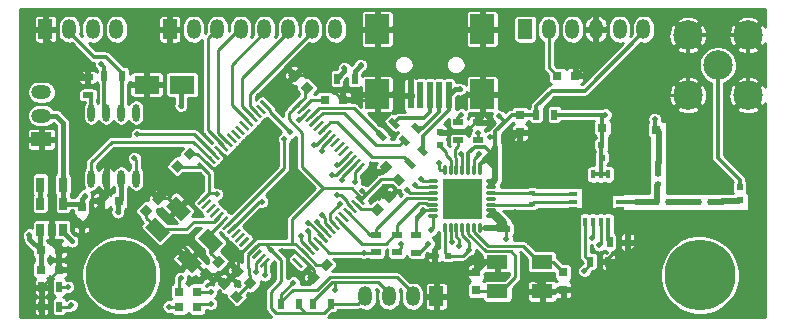
<source format=gtl>
G04 #@! TF.FileFunction,Copper,L1,Top,Signal*
%FSLAX46Y46*%
G04 Gerber Fmt 4.6, Leading zero omitted, Abs format (unit mm)*
G04 Created by KiCad (PCBNEW (2015-09-15 BZR 6201)-product) date tor 18 feb 2016 12:46:51*
%MOMM*%
G01*
G04 APERTURE LIST*
%ADD10C,0.100000*%
%ADD11C,6.000000*%
%ADD12R,0.800000X0.750000*%
%ADD13R,0.750000X0.800000*%
%ADD14R,2.148840X1.501140*%
%ADD15R,0.500000X0.600000*%
%ADD16R,0.600000X0.500000*%
%ADD17C,2.500000*%
%ADD18R,0.700000X1.300000*%
%ADD19R,0.600000X0.400000*%
%ADD20R,0.500000X0.900000*%
%ADD21R,0.400000X0.600000*%
%ADD22R,1.699260X1.198880*%
%ADD23O,1.699260X1.198880*%
%ADD24R,0.500380X2.301240*%
%ADD25R,1.998980X2.499360*%
%ADD26O,1.198880X1.699260*%
%ADD27R,1.198880X1.699260*%
%ADD28R,0.900000X0.500000*%
%ADD29R,0.650000X1.060000*%
%ADD30O,0.850000X0.300000*%
%ADD31O,0.300000X0.850000*%
%ADD32R,1.675000X1.675000*%
%ADD33R,0.800000X0.350000*%
%ADD34R,0.350000X0.800000*%
%ADD35R,1.250000X1.250000*%
%ADD36O,0.609600X1.473200*%
%ADD37R,1.800860X1.198880*%
%ADD38R,0.797560X0.797560*%
%ADD39C,0.500000*%
%ADD40C,0.406400*%
%ADD41C,0.254000*%
%ADD42C,0.350520*%
%ADD43C,0.304800*%
%ADD44C,0.203200*%
%ADD45C,0.508000*%
G04 APERTURE END LIST*
D10*
D11*
X230000000Y-112500000D03*
D12*
X174205200Y-110388400D03*
X175705200Y-110388400D03*
X174205200Y-112064800D03*
X175705200Y-112064800D03*
D13*
X177647600Y-106742800D03*
X177647600Y-108242800D03*
D14*
X183156860Y-96393000D03*
X186159140Y-96393000D03*
D10*
G36*
X184190008Y-105474662D02*
X184720338Y-106004992D01*
X184154652Y-106570678D01*
X183624322Y-106040348D01*
X184190008Y-105474662D01*
X184190008Y-105474662D01*
G37*
G36*
X183129348Y-106535322D02*
X183659678Y-107065652D01*
X183093992Y-107631338D01*
X182563662Y-107101008D01*
X183129348Y-106535322D01*
X183129348Y-106535322D01*
G37*
G36*
X203748008Y-105347662D02*
X204278338Y-105877992D01*
X203712652Y-106443678D01*
X203182322Y-105913348D01*
X203748008Y-105347662D01*
X203748008Y-105347662D01*
G37*
G36*
X202687348Y-106408322D02*
X203217678Y-106938652D01*
X202651992Y-107504338D01*
X202121662Y-106974008D01*
X202687348Y-106408322D01*
X202687348Y-106408322D01*
G37*
D12*
X199759000Y-97663000D03*
X198259000Y-97663000D03*
D10*
G36*
X192467338Y-113197008D02*
X191937008Y-113727338D01*
X191371322Y-113161652D01*
X191901652Y-112631322D01*
X192467338Y-113197008D01*
X192467338Y-113197008D01*
G37*
G36*
X191406678Y-112136348D02*
X190876348Y-112666678D01*
X190310662Y-112100992D01*
X190840992Y-111570662D01*
X191406678Y-112136348D01*
X191406678Y-112136348D01*
G37*
G36*
X191324338Y-114340008D02*
X190794008Y-114870338D01*
X190228322Y-114304652D01*
X190758652Y-113774322D01*
X191324338Y-114340008D01*
X191324338Y-114340008D01*
G37*
G36*
X190263678Y-113279348D02*
X189733348Y-113809678D01*
X189167662Y-113243992D01*
X189697992Y-112713662D01*
X190263678Y-113279348D01*
X190263678Y-113279348D01*
G37*
D12*
X217944000Y-95631000D03*
X219444000Y-95631000D03*
D10*
G36*
X188173992Y-112965338D02*
X187643662Y-112435008D01*
X188209348Y-111869322D01*
X188739678Y-112399652D01*
X188173992Y-112965338D01*
X188173992Y-112965338D01*
G37*
G36*
X189234652Y-111904678D02*
X188704322Y-111374348D01*
X189270008Y-110808662D01*
X189800338Y-111338992D01*
X189234652Y-111904678D01*
X189234652Y-111904678D01*
G37*
G36*
X185738662Y-103843668D02*
X185208332Y-103313338D01*
X185774018Y-102747652D01*
X186304348Y-103277982D01*
X185738662Y-103843668D01*
X185738662Y-103843668D01*
G37*
G36*
X186799322Y-102783008D02*
X186268992Y-102252678D01*
X186834678Y-101686992D01*
X187365008Y-102217322D01*
X186799322Y-102783008D01*
X186799322Y-102783008D01*
G37*
G36*
X198391678Y-111084992D02*
X198922008Y-111615322D01*
X198356322Y-112181008D01*
X197825992Y-111650678D01*
X198391678Y-111084992D01*
X198391678Y-111084992D01*
G37*
G36*
X197331018Y-112145652D02*
X197861348Y-112675982D01*
X197295662Y-113241668D01*
X196765332Y-112711338D01*
X197331018Y-112145652D01*
X197331018Y-112145652D01*
G37*
G36*
X197293338Y-96687008D02*
X196763008Y-97217338D01*
X196197322Y-96651652D01*
X196727652Y-96121322D01*
X197293338Y-96687008D01*
X197293338Y-96687008D01*
G37*
G36*
X196232678Y-95626348D02*
X195702348Y-96156678D01*
X195136662Y-95590992D01*
X195666992Y-95060662D01*
X196232678Y-95626348D01*
X196232678Y-95626348D01*
G37*
G36*
X205040338Y-104434008D02*
X204510008Y-104964338D01*
X203944322Y-104398652D01*
X204474652Y-103868322D01*
X205040338Y-104434008D01*
X205040338Y-104434008D01*
G37*
G36*
X203979678Y-103373348D02*
X203449348Y-103903678D01*
X202883662Y-103337992D01*
X203413992Y-102807662D01*
X203979678Y-103373348D01*
X203979678Y-103373348D01*
G37*
D15*
X208026000Y-100415000D03*
X208026000Y-101515000D03*
D16*
X207561000Y-110871000D03*
X208661000Y-110871000D03*
X214799000Y-108585000D03*
X213699000Y-108585000D03*
D13*
X211074000Y-113780000D03*
X211074000Y-112280000D03*
D16*
X213783000Y-101854000D03*
X212683000Y-101854000D03*
D13*
X218440000Y-112280000D03*
X218440000Y-113780000D03*
X214757000Y-100445000D03*
X214757000Y-98945000D03*
D12*
X227826000Y-100203000D03*
X226326000Y-100203000D03*
D16*
X227626000Y-101600000D03*
X226526000Y-101600000D03*
X227626000Y-102870000D03*
X226526000Y-102870000D03*
D15*
X224790000Y-105241000D03*
X224790000Y-106341000D03*
D12*
X223254000Y-100076000D03*
X221754000Y-100076000D03*
D16*
X220557000Y-101473000D03*
X221657000Y-101473000D03*
D15*
X228600000Y-105241000D03*
X228600000Y-106341000D03*
D16*
X222800000Y-102616000D03*
X221700000Y-102616000D03*
D15*
X233375200Y-106188600D03*
X233375200Y-105088600D03*
X232029000Y-107357000D03*
X232029000Y-106257000D03*
D12*
X180836000Y-106235500D03*
X179336000Y-106235500D03*
D17*
X231521000Y-94742000D03*
X228981000Y-92202000D03*
X228981000Y-97282000D03*
X234061000Y-97282000D03*
X234061000Y-92202000D03*
D18*
X174172800Y-104851200D03*
X176072800Y-104851200D03*
D19*
X215773000Y-105595000D03*
X215773000Y-106495000D03*
X226441000Y-104844000D03*
X226441000Y-103944000D03*
D20*
X216166000Y-98933000D03*
X217666000Y-98933000D03*
D21*
X226372000Y-106299000D03*
X227272000Y-106299000D03*
X229928000Y-106299000D03*
X230828000Y-106299000D03*
D22*
X174244000Y-101031040D03*
D23*
X174244000Y-97028000D03*
X174244000Y-99029520D03*
D24*
X208732120Y-97292160D03*
X207932020Y-97292160D03*
X207131920Y-97292160D03*
X206331820Y-97292160D03*
X205531720Y-97292160D03*
D25*
X211582000Y-97193100D03*
X211582000Y-91694000D03*
X202681840Y-97193100D03*
X202681840Y-91694000D03*
D26*
X197137020Y-91694000D03*
X195138040Y-91694000D03*
X193136520Y-91694000D03*
D27*
X185130440Y-91694000D03*
D26*
X189133480Y-91694000D03*
X187131960Y-91694000D03*
X191132460Y-91694000D03*
X199136000Y-91694000D03*
D27*
X215198960Y-91694000D03*
D26*
X219202000Y-91694000D03*
X217200480Y-91694000D03*
X221200980Y-91694000D03*
X223202500Y-91694000D03*
X225204020Y-91694000D03*
D27*
X174591980Y-91694000D03*
D26*
X178595020Y-91694000D03*
X176593500Y-91694000D03*
X180594000Y-91694000D03*
D20*
X200775000Y-95885000D03*
X199275000Y-95885000D03*
D10*
G36*
X205605091Y-103514305D02*
X204968695Y-102877909D01*
X205322249Y-102524355D01*
X205958645Y-103160751D01*
X205605091Y-103514305D01*
X205605091Y-103514305D01*
G37*
G36*
X206665751Y-102453645D02*
X206029355Y-101817249D01*
X206382909Y-101463695D01*
X207019305Y-102100091D01*
X206665751Y-102453645D01*
X206665751Y-102453645D01*
G37*
G36*
X205097091Y-101609305D02*
X204460695Y-100972909D01*
X204814249Y-100619355D01*
X205450645Y-101255751D01*
X205097091Y-101609305D01*
X205097091Y-101609305D01*
G37*
G36*
X206157751Y-100548645D02*
X205521355Y-99912249D01*
X205874909Y-99558695D01*
X206511305Y-100195091D01*
X206157751Y-100548645D01*
X206157751Y-100548645D01*
G37*
G36*
X203169761Y-101187135D02*
X202533365Y-100550739D01*
X202886919Y-100197185D01*
X203523315Y-100833581D01*
X203169761Y-101187135D01*
X203169761Y-101187135D01*
G37*
G36*
X204230421Y-100126475D02*
X203594025Y-99490079D01*
X203947579Y-99136525D01*
X204583975Y-99772921D01*
X204230421Y-100126475D01*
X204230421Y-100126475D01*
G37*
D28*
X209550000Y-99580000D03*
X209550000Y-101080000D03*
X211201000Y-101080000D03*
X211201000Y-99580000D03*
D20*
X220738000Y-111379000D03*
X222238000Y-111379000D03*
D28*
X202565000Y-109105000D03*
X202565000Y-110605000D03*
D20*
X222389000Y-109728000D03*
X223889000Y-109728000D03*
D28*
X204343000Y-109105000D03*
X204343000Y-110605000D03*
X205994000Y-109117000D03*
X205994000Y-110617000D03*
D20*
X179590000Y-95631000D03*
X181090000Y-95631000D03*
D28*
X178181000Y-97270000D03*
X178181000Y-95770000D03*
D29*
X174172800Y-108661200D03*
X175122800Y-108661200D03*
X176072800Y-108661200D03*
X176072800Y-106461200D03*
X174172800Y-106461200D03*
D30*
X207444000Y-104545000D03*
X207444000Y-105045000D03*
X207444000Y-105545000D03*
X207444000Y-106045000D03*
X207444000Y-106545000D03*
X207444000Y-107045000D03*
X207444000Y-107545000D03*
D31*
X208394000Y-108495000D03*
X208894000Y-108495000D03*
X209394000Y-108495000D03*
X209894000Y-108495000D03*
X210394000Y-108495000D03*
X210894000Y-108495000D03*
X211394000Y-108495000D03*
D30*
X212344000Y-107545000D03*
X212344000Y-107045000D03*
X212344000Y-106545000D03*
X212344000Y-106045000D03*
X212344000Y-105545000D03*
X212344000Y-105045000D03*
X212344000Y-104545000D03*
D31*
X211394000Y-103595000D03*
X210894000Y-103595000D03*
X210394000Y-103595000D03*
X209894000Y-103595000D03*
X209394000Y-103595000D03*
X208894000Y-103595000D03*
X208394000Y-103595000D03*
D32*
X210731500Y-106882500D03*
X210731500Y-105207500D03*
X209056500Y-106882500D03*
X209056500Y-105207500D03*
D33*
X219266000Y-105014000D03*
X219266000Y-105664000D03*
X219266000Y-106314000D03*
X219266000Y-106964000D03*
D34*
X220291000Y-107989000D03*
X220941000Y-107989000D03*
X221591000Y-107989000D03*
X222241000Y-107989000D03*
D33*
X223266000Y-106964000D03*
X223266000Y-106314000D03*
X223266000Y-105664000D03*
X223266000Y-105014000D03*
D34*
X222241000Y-103989000D03*
X221591000Y-103989000D03*
X220941000Y-103989000D03*
X220291000Y-103989000D03*
D35*
X221891000Y-106614000D03*
X221891000Y-105364000D03*
X220641000Y-106614000D03*
X220641000Y-105364000D03*
D36*
X178460400Y-104343200D03*
X179730400Y-104343200D03*
X181000400Y-104343200D03*
X182270400Y-104343200D03*
X182270400Y-98755200D03*
X181000400Y-98755200D03*
X179730400Y-98755200D03*
X178460400Y-98755200D03*
D37*
X212857080Y-111399320D03*
X212857080Y-113898680D03*
X216656920Y-113898680D03*
X216656920Y-111399320D03*
D10*
G36*
X187616676Y-106595800D02*
X187439899Y-106419023D01*
X188147006Y-105711916D01*
X188323783Y-105888693D01*
X187616676Y-106595800D01*
X187616676Y-106595800D01*
G37*
G36*
X187970229Y-106949354D02*
X187793452Y-106772577D01*
X188500559Y-106065470D01*
X188677336Y-106242247D01*
X187970229Y-106949354D01*
X187970229Y-106949354D01*
G37*
G36*
X188323783Y-107302907D02*
X188147006Y-107126130D01*
X188854113Y-106419023D01*
X189030890Y-106595800D01*
X188323783Y-107302907D01*
X188323783Y-107302907D01*
G37*
G36*
X188677336Y-107656460D02*
X188500559Y-107479683D01*
X189207666Y-106772576D01*
X189384443Y-106949353D01*
X188677336Y-107656460D01*
X188677336Y-107656460D01*
G37*
G36*
X189030889Y-108010014D02*
X188854112Y-107833237D01*
X189561219Y-107126130D01*
X189737996Y-107302907D01*
X189030889Y-108010014D01*
X189030889Y-108010014D01*
G37*
G36*
X189384443Y-108363567D02*
X189207666Y-108186790D01*
X189914773Y-107479683D01*
X190091550Y-107656460D01*
X189384443Y-108363567D01*
X189384443Y-108363567D01*
G37*
G36*
X189737996Y-108717121D02*
X189561219Y-108540344D01*
X190268326Y-107833237D01*
X190445103Y-108010014D01*
X189737996Y-108717121D01*
X189737996Y-108717121D01*
G37*
G36*
X190091550Y-109070674D02*
X189914773Y-108893897D01*
X190621880Y-108186790D01*
X190798657Y-108363567D01*
X190091550Y-109070674D01*
X190091550Y-109070674D01*
G37*
G36*
X190445103Y-109424227D02*
X190268326Y-109247450D01*
X190975433Y-108540343D01*
X191152210Y-108717120D01*
X190445103Y-109424227D01*
X190445103Y-109424227D01*
G37*
G36*
X190798656Y-109777781D02*
X190621879Y-109601004D01*
X191328986Y-108893897D01*
X191505763Y-109070674D01*
X190798656Y-109777781D01*
X190798656Y-109777781D01*
G37*
G36*
X191152210Y-110131334D02*
X190975433Y-109954557D01*
X191682540Y-109247450D01*
X191859317Y-109424227D01*
X191152210Y-110131334D01*
X191152210Y-110131334D01*
G37*
G36*
X191505763Y-110484888D02*
X191328986Y-110308111D01*
X192036093Y-109601004D01*
X192212870Y-109777781D01*
X191505763Y-110484888D01*
X191505763Y-110484888D01*
G37*
G36*
X191859317Y-110838441D02*
X191682540Y-110661664D01*
X192389647Y-109954557D01*
X192566424Y-110131334D01*
X191859317Y-110838441D01*
X191859317Y-110838441D01*
G37*
G36*
X192212870Y-111191994D02*
X192036093Y-111015217D01*
X192743200Y-110308110D01*
X192919977Y-110484887D01*
X192212870Y-111191994D01*
X192212870Y-111191994D01*
G37*
G36*
X192566423Y-111545548D02*
X192389646Y-111368771D01*
X193096753Y-110661664D01*
X193273530Y-110838441D01*
X192566423Y-111545548D01*
X192566423Y-111545548D01*
G37*
G36*
X192919977Y-111899101D02*
X192743200Y-111722324D01*
X193450307Y-111015217D01*
X193627084Y-111191994D01*
X192919977Y-111899101D01*
X192919977Y-111899101D01*
G37*
G36*
X196384800Y-111722324D02*
X196208023Y-111899101D01*
X195500916Y-111191994D01*
X195677693Y-111015217D01*
X196384800Y-111722324D01*
X196384800Y-111722324D01*
G37*
G36*
X196738354Y-111368771D02*
X196561577Y-111545548D01*
X195854470Y-110838441D01*
X196031247Y-110661664D01*
X196738354Y-111368771D01*
X196738354Y-111368771D01*
G37*
G36*
X197091907Y-111015217D02*
X196915130Y-111191994D01*
X196208023Y-110484887D01*
X196384800Y-110308110D01*
X197091907Y-111015217D01*
X197091907Y-111015217D01*
G37*
G36*
X197445460Y-110661664D02*
X197268683Y-110838441D01*
X196561576Y-110131334D01*
X196738353Y-109954557D01*
X197445460Y-110661664D01*
X197445460Y-110661664D01*
G37*
G36*
X197799014Y-110308111D02*
X197622237Y-110484888D01*
X196915130Y-109777781D01*
X197091907Y-109601004D01*
X197799014Y-110308111D01*
X197799014Y-110308111D01*
G37*
G36*
X198152567Y-109954557D02*
X197975790Y-110131334D01*
X197268683Y-109424227D01*
X197445460Y-109247450D01*
X198152567Y-109954557D01*
X198152567Y-109954557D01*
G37*
G36*
X198506121Y-109601004D02*
X198329344Y-109777781D01*
X197622237Y-109070674D01*
X197799014Y-108893897D01*
X198506121Y-109601004D01*
X198506121Y-109601004D01*
G37*
G36*
X198859674Y-109247450D02*
X198682897Y-109424227D01*
X197975790Y-108717120D01*
X198152567Y-108540343D01*
X198859674Y-109247450D01*
X198859674Y-109247450D01*
G37*
G36*
X199213227Y-108893897D02*
X199036450Y-109070674D01*
X198329343Y-108363567D01*
X198506120Y-108186790D01*
X199213227Y-108893897D01*
X199213227Y-108893897D01*
G37*
G36*
X199566781Y-108540344D02*
X199390004Y-108717121D01*
X198682897Y-108010014D01*
X198859674Y-107833237D01*
X199566781Y-108540344D01*
X199566781Y-108540344D01*
G37*
G36*
X199920334Y-108186790D02*
X199743557Y-108363567D01*
X199036450Y-107656460D01*
X199213227Y-107479683D01*
X199920334Y-108186790D01*
X199920334Y-108186790D01*
G37*
G36*
X200273888Y-107833237D02*
X200097111Y-108010014D01*
X199390004Y-107302907D01*
X199566781Y-107126130D01*
X200273888Y-107833237D01*
X200273888Y-107833237D01*
G37*
G36*
X200627441Y-107479683D02*
X200450664Y-107656460D01*
X199743557Y-106949353D01*
X199920334Y-106772576D01*
X200627441Y-107479683D01*
X200627441Y-107479683D01*
G37*
G36*
X200980994Y-107126130D02*
X200804217Y-107302907D01*
X200097110Y-106595800D01*
X200273887Y-106419023D01*
X200980994Y-107126130D01*
X200980994Y-107126130D01*
G37*
G36*
X201334548Y-106772577D02*
X201157771Y-106949354D01*
X200450664Y-106242247D01*
X200627441Y-106065470D01*
X201334548Y-106772577D01*
X201334548Y-106772577D01*
G37*
G36*
X201688101Y-106419023D02*
X201511324Y-106595800D01*
X200804217Y-105888693D01*
X200980994Y-105711916D01*
X201688101Y-106419023D01*
X201688101Y-106419023D01*
G37*
G36*
X200980994Y-103838084D02*
X200804217Y-103661307D01*
X201511324Y-102954200D01*
X201688101Y-103130977D01*
X200980994Y-103838084D01*
X200980994Y-103838084D01*
G37*
G36*
X200627441Y-103484530D02*
X200450664Y-103307753D01*
X201157771Y-102600646D01*
X201334548Y-102777423D01*
X200627441Y-103484530D01*
X200627441Y-103484530D01*
G37*
G36*
X200273887Y-103130977D02*
X200097110Y-102954200D01*
X200804217Y-102247093D01*
X200980994Y-102423870D01*
X200273887Y-103130977D01*
X200273887Y-103130977D01*
G37*
G36*
X199920334Y-102777424D02*
X199743557Y-102600647D01*
X200450664Y-101893540D01*
X200627441Y-102070317D01*
X199920334Y-102777424D01*
X199920334Y-102777424D01*
G37*
G36*
X199566781Y-102423870D02*
X199390004Y-102247093D01*
X200097111Y-101539986D01*
X200273888Y-101716763D01*
X199566781Y-102423870D01*
X199566781Y-102423870D01*
G37*
G36*
X199213227Y-102070317D02*
X199036450Y-101893540D01*
X199743557Y-101186433D01*
X199920334Y-101363210D01*
X199213227Y-102070317D01*
X199213227Y-102070317D01*
G37*
G36*
X198859674Y-101716763D02*
X198682897Y-101539986D01*
X199390004Y-100832879D01*
X199566781Y-101009656D01*
X198859674Y-101716763D01*
X198859674Y-101716763D01*
G37*
G36*
X198506120Y-101363210D02*
X198329343Y-101186433D01*
X199036450Y-100479326D01*
X199213227Y-100656103D01*
X198506120Y-101363210D01*
X198506120Y-101363210D01*
G37*
G36*
X198152567Y-101009657D02*
X197975790Y-100832880D01*
X198682897Y-100125773D01*
X198859674Y-100302550D01*
X198152567Y-101009657D01*
X198152567Y-101009657D01*
G37*
G36*
X197799014Y-100656103D02*
X197622237Y-100479326D01*
X198329344Y-99772219D01*
X198506121Y-99948996D01*
X197799014Y-100656103D01*
X197799014Y-100656103D01*
G37*
G36*
X197445460Y-100302550D02*
X197268683Y-100125773D01*
X197975790Y-99418666D01*
X198152567Y-99595443D01*
X197445460Y-100302550D01*
X197445460Y-100302550D01*
G37*
G36*
X197091907Y-99948996D02*
X196915130Y-99772219D01*
X197622237Y-99065112D01*
X197799014Y-99241889D01*
X197091907Y-99948996D01*
X197091907Y-99948996D01*
G37*
G36*
X196738353Y-99595443D02*
X196561576Y-99418666D01*
X197268683Y-98711559D01*
X197445460Y-98888336D01*
X196738353Y-99595443D01*
X196738353Y-99595443D01*
G37*
G36*
X196384800Y-99241890D02*
X196208023Y-99065113D01*
X196915130Y-98358006D01*
X197091907Y-98534783D01*
X196384800Y-99241890D01*
X196384800Y-99241890D01*
G37*
G36*
X196031247Y-98888336D02*
X195854470Y-98711559D01*
X196561577Y-98004452D01*
X196738354Y-98181229D01*
X196031247Y-98888336D01*
X196031247Y-98888336D01*
G37*
G36*
X195677693Y-98534783D02*
X195500916Y-98358006D01*
X196208023Y-97650899D01*
X196384800Y-97827676D01*
X195677693Y-98534783D01*
X195677693Y-98534783D01*
G37*
G36*
X193627084Y-98358006D02*
X193450307Y-98534783D01*
X192743200Y-97827676D01*
X192919977Y-97650899D01*
X193627084Y-98358006D01*
X193627084Y-98358006D01*
G37*
G36*
X193273530Y-98711559D02*
X193096753Y-98888336D01*
X192389646Y-98181229D01*
X192566423Y-98004452D01*
X193273530Y-98711559D01*
X193273530Y-98711559D01*
G37*
G36*
X192919977Y-99065113D02*
X192743200Y-99241890D01*
X192036093Y-98534783D01*
X192212870Y-98358006D01*
X192919977Y-99065113D01*
X192919977Y-99065113D01*
G37*
G36*
X192566424Y-99418666D02*
X192389647Y-99595443D01*
X191682540Y-98888336D01*
X191859317Y-98711559D01*
X192566424Y-99418666D01*
X192566424Y-99418666D01*
G37*
G36*
X192212870Y-99772219D02*
X192036093Y-99948996D01*
X191328986Y-99241889D01*
X191505763Y-99065112D01*
X192212870Y-99772219D01*
X192212870Y-99772219D01*
G37*
G36*
X191859317Y-100125773D02*
X191682540Y-100302550D01*
X190975433Y-99595443D01*
X191152210Y-99418666D01*
X191859317Y-100125773D01*
X191859317Y-100125773D01*
G37*
G36*
X191505763Y-100479326D02*
X191328986Y-100656103D01*
X190621879Y-99948996D01*
X190798656Y-99772219D01*
X191505763Y-100479326D01*
X191505763Y-100479326D01*
G37*
G36*
X191152210Y-100832880D02*
X190975433Y-101009657D01*
X190268326Y-100302550D01*
X190445103Y-100125773D01*
X191152210Y-100832880D01*
X191152210Y-100832880D01*
G37*
G36*
X190798657Y-101186433D02*
X190621880Y-101363210D01*
X189914773Y-100656103D01*
X190091550Y-100479326D01*
X190798657Y-101186433D01*
X190798657Y-101186433D01*
G37*
G36*
X190445103Y-101539986D02*
X190268326Y-101716763D01*
X189561219Y-101009656D01*
X189737996Y-100832879D01*
X190445103Y-101539986D01*
X190445103Y-101539986D01*
G37*
G36*
X190091550Y-101893540D02*
X189914773Y-102070317D01*
X189207666Y-101363210D01*
X189384443Y-101186433D01*
X190091550Y-101893540D01*
X190091550Y-101893540D01*
G37*
G36*
X189737996Y-102247093D02*
X189561219Y-102423870D01*
X188854112Y-101716763D01*
X189030889Y-101539986D01*
X189737996Y-102247093D01*
X189737996Y-102247093D01*
G37*
G36*
X189384443Y-102600647D02*
X189207666Y-102777424D01*
X188500559Y-102070317D01*
X188677336Y-101893540D01*
X189384443Y-102600647D01*
X189384443Y-102600647D01*
G37*
G36*
X189030890Y-102954200D02*
X188854113Y-103130977D01*
X188147006Y-102423870D01*
X188323783Y-102247093D01*
X189030890Y-102954200D01*
X189030890Y-102954200D01*
G37*
G36*
X188677336Y-103307753D02*
X188500559Y-103484530D01*
X187793452Y-102777423D01*
X187970229Y-102600646D01*
X188677336Y-103307753D01*
X188677336Y-103307753D01*
G37*
G36*
X188323783Y-103661307D02*
X188147006Y-103838084D01*
X187439899Y-103130977D01*
X187616676Y-102954200D01*
X188323783Y-103661307D01*
X188323783Y-103661307D01*
G37*
G36*
X184788643Y-106653064D02*
X185636379Y-105805328D01*
X186909779Y-107078728D01*
X186062043Y-107926464D01*
X184788643Y-106653064D01*
X184788643Y-106653064D01*
G37*
G36*
X183021328Y-108420379D02*
X183869064Y-107572643D01*
X185142464Y-108846043D01*
X184294728Y-109693779D01*
X183021328Y-108420379D01*
X183021328Y-108420379D01*
G37*
G36*
X185708221Y-111107272D02*
X186555957Y-110259536D01*
X187829357Y-111532936D01*
X186981621Y-112380672D01*
X185708221Y-111107272D01*
X185708221Y-111107272D01*
G37*
G36*
X187475536Y-109339957D02*
X188323272Y-108492221D01*
X189596672Y-109765621D01*
X188748936Y-110613357D01*
X187475536Y-109339957D01*
X187475536Y-109339957D01*
G37*
D11*
X181000000Y-112500000D03*
D27*
X207678019Y-114300000D03*
D26*
X203674979Y-114300000D03*
X205676499Y-114300000D03*
X201675999Y-114300000D03*
D20*
X194576000Y-114935000D03*
X196076000Y-114935000D03*
X197243000Y-114935000D03*
X198743000Y-114935000D03*
X175756000Y-115189000D03*
X174256000Y-115189000D03*
X175756000Y-113538000D03*
X174256000Y-113538000D03*
D38*
X187439300Y-115189000D03*
X185940700Y-115189000D03*
X187439300Y-113919000D03*
X185940700Y-113919000D03*
D39*
X176836183Y-109653183D03*
X173228000Y-109093000D03*
X199898000Y-94996000D03*
X225044000Y-109728000D03*
X224028000Y-110871000D03*
X223012000Y-111506000D03*
X222250000Y-112395000D03*
X220853000Y-112776000D03*
X221234000Y-106045000D03*
X219329000Y-107823000D03*
X225171000Y-107696000D03*
X223393000Y-107696000D03*
X224155000Y-108839000D03*
X214757000Y-109220000D03*
X214376004Y-107188000D03*
X214799000Y-108067148D03*
X214131303Y-101070697D03*
X220472000Y-102870000D03*
X220291000Y-102007816D03*
X223254000Y-100715124D03*
X223393000Y-102616000D03*
X222885000Y-102108000D03*
X223012003Y-103123997D03*
X224238196Y-105014000D03*
X225298000Y-105156000D03*
X227826000Y-99523200D03*
X227826000Y-100991375D03*
X227457000Y-104521000D03*
X227584000Y-103378000D03*
X227626000Y-102232475D03*
X228045200Y-105241000D03*
X229105543Y-105241000D03*
X229870000Y-104267000D03*
X230886000Y-104648000D03*
X231394000Y-107442000D03*
X232663996Y-107441996D03*
X221742000Y-97155000D03*
X223012000Y-98044000D03*
X223012000Y-96774000D03*
X224790000Y-96647000D03*
X224917000Y-98298000D03*
X226441000Y-98552000D03*
X226314000Y-97155000D03*
X235458000Y-98806000D03*
X235331000Y-95758000D03*
X234696000Y-94869000D03*
X235204000Y-93599000D03*
X235204000Y-90424000D03*
X233807000Y-90170000D03*
X231394000Y-90170000D03*
X232410000Y-91186000D03*
X231267000Y-91948000D03*
X230886000Y-91059000D03*
X230124000Y-90170000D03*
X228600000Y-90170000D03*
X226949000Y-91567000D03*
X227965000Y-94107000D03*
X228092000Y-94996000D03*
X196723000Y-105283000D03*
X194310000Y-105283000D03*
X194310000Y-106299000D03*
X193167000Y-108077000D03*
X191897000Y-101346000D03*
X193675000Y-100203000D03*
X194056000Y-102743000D03*
X190627000Y-105156000D03*
X191389000Y-102616000D03*
X215138000Y-103124000D03*
X215773000Y-101981000D03*
X216916000Y-101981000D03*
X216916000Y-103378000D03*
X217932000Y-103378000D03*
X218186000Y-102108000D03*
X219329000Y-102616000D03*
X219075000Y-103886000D03*
X217805000Y-104521000D03*
X216408000Y-104394000D03*
X215138000Y-104521000D03*
X213868000Y-104394000D03*
X213614000Y-103632000D03*
X218313000Y-109982000D03*
X216662000Y-109601000D03*
X215392000Y-109347000D03*
X216662000Y-108458000D03*
X217805000Y-108585000D03*
X218821000Y-108839000D03*
X217551000Y-107569000D03*
X216154000Y-107569000D03*
X223774000Y-103886000D03*
X225298000Y-103886000D03*
X224663000Y-103124000D03*
X225298000Y-102362000D03*
X225171000Y-101092000D03*
X222758000Y-101473000D03*
X223901000Y-101473000D03*
X224282000Y-100330000D03*
X225171000Y-100203000D03*
X231902000Y-104648000D03*
X230632000Y-103378000D03*
X228854000Y-103632000D03*
X228981000Y-102235000D03*
X230505000Y-102489000D03*
X230759000Y-101473000D03*
X228854000Y-100838000D03*
X228981000Y-99314000D03*
X229489000Y-100203000D03*
X230505000Y-100330000D03*
X230505000Y-99187000D03*
X227076000Y-107569000D03*
X227838000Y-108458000D03*
X228854000Y-107442000D03*
X229616000Y-108204000D03*
X230251000Y-107442000D03*
X232156000Y-108458000D03*
X233045000Y-108585000D03*
X234188000Y-107442000D03*
X235077000Y-106934000D03*
X234569000Y-105918000D03*
X234950000Y-105029000D03*
X234442000Y-104013000D03*
X235077000Y-103124000D03*
X234696000Y-101600000D03*
X233680000Y-102743000D03*
X232791000Y-101854000D03*
X233045000Y-100711000D03*
X234823000Y-100584000D03*
X234696000Y-99441000D03*
X232664000Y-99568000D03*
X231013000Y-108331000D03*
X212217000Y-99695000D03*
X194183000Y-97028000D03*
X194644180Y-110460758D03*
X179578000Y-107315000D03*
X183896000Y-99187000D03*
X189865000Y-103759000D03*
X185166000Y-107823000D03*
X185928000Y-109728000D03*
X193548000Y-109220000D03*
X212979000Y-112649000D03*
X216154000Y-112903000D03*
X220641000Y-106614000D03*
X221891000Y-106614000D03*
X221891000Y-105364000D03*
X220641000Y-105364000D03*
X209931000Y-106045000D03*
X202438000Y-103632000D03*
X202819000Y-105537000D03*
X213741000Y-102743000D03*
X210731500Y-106882500D03*
X209056500Y-106882500D03*
X209056500Y-105207500D03*
X210731500Y-105207500D03*
X212217000Y-100838000D03*
X212979000Y-99060000D03*
X209804000Y-98933000D03*
X201422000Y-105410000D03*
X186055000Y-98171000D03*
X193675000Y-110363000D03*
X189103000Y-105664000D03*
X180721000Y-107188000D03*
X177927000Y-105791000D03*
X213614000Y-109474000D03*
X210439000Y-110363000D03*
X194818000Y-100965000D03*
X226187000Y-99314000D03*
X221996000Y-98933000D03*
X209677000Y-96774000D03*
X201295000Y-94742000D03*
X179324000Y-94615000D03*
X211328000Y-102240427D03*
X211201000Y-100457000D03*
X201549000Y-110617000D03*
X220218000Y-112141000D03*
X196781459Y-108785922D03*
X204724000Y-109855000D03*
X220853000Y-109347000D03*
X206554509Y-106980820D03*
X199498177Y-106476763D03*
X196261820Y-109221127D03*
X221488000Y-109982000D03*
X207010000Y-109855000D03*
X192913000Y-106299000D03*
X196079098Y-99409464D03*
X195319770Y-100439005D03*
X196820351Y-108082929D03*
X209640098Y-110046915D03*
X197586302Y-107984241D03*
X209042000Y-109728000D03*
X197993000Y-107441998D03*
X207264000Y-108712000D03*
X199246662Y-105710820D03*
X209804000Y-102235000D03*
X200794356Y-104640644D03*
X205232000Y-105283000D03*
X199723266Y-104474180D03*
X207899000Y-103043820D03*
X198882018Y-104058368D03*
X205867000Y-104902000D03*
X199243478Y-103199976D03*
X206375000Y-104394000D03*
X182372000Y-100584000D03*
X182118000Y-102616000D03*
X199136000Y-113792000D03*
X197993000Y-101981000D03*
X197358000Y-101473000D03*
X195580000Y-113157000D03*
X185039000Y-115189000D03*
X176784000Y-115062000D03*
X176479179Y-113529428D03*
X186055000Y-112776000D03*
X192405000Y-112268000D03*
X188595000Y-113919000D03*
X188595000Y-114935000D03*
X193167000Y-112522000D03*
D40*
X176072800Y-108866200D02*
X176836183Y-109629583D01*
X176072800Y-108661200D02*
X176072800Y-108866200D01*
X176836183Y-109629583D02*
X176836183Y-109653183D01*
X173228000Y-109436200D02*
X173228000Y-109093000D01*
X174205200Y-110388400D02*
X174180200Y-110388400D01*
X174180200Y-110388400D02*
X173228000Y-109436200D01*
X199898000Y-94996000D02*
X199898000Y-95262000D01*
X199898000Y-95262000D02*
X199275000Y-95885000D01*
X174205200Y-112064800D02*
X174205200Y-110388400D01*
X174172800Y-108661200D02*
X174172800Y-110356000D01*
X174172800Y-110356000D02*
X174205200Y-110388400D01*
D41*
X174256000Y-113538000D02*
X174256000Y-113514000D01*
X174256000Y-113514000D02*
X175705200Y-112064800D01*
X174256000Y-115189000D02*
X174256000Y-113538000D01*
D42*
X224028000Y-110871000D02*
X224028000Y-110744000D01*
X224028000Y-110744000D02*
X225044000Y-109728000D01*
X223012000Y-111506000D02*
X222365000Y-111506000D01*
X222365000Y-111506000D02*
X222238000Y-111379000D01*
X224028000Y-110871000D02*
X224028000Y-109867000D01*
X224028000Y-109867000D02*
X223889000Y-109728000D01*
X222250000Y-112395000D02*
X222250000Y-112268000D01*
X222250000Y-112268000D02*
X223012000Y-111506000D01*
X218440000Y-113780000D02*
X219849000Y-113780000D01*
X219849000Y-113780000D02*
X220853000Y-112776000D01*
D43*
X221483999Y-105795001D02*
X221234000Y-106045000D01*
X221891000Y-105388000D02*
X221483999Y-105795001D01*
X221891000Y-105364000D02*
X221891000Y-105388000D01*
D41*
X217805000Y-107823000D02*
X218975447Y-107823000D01*
X218975447Y-107823000D02*
X219329000Y-107823000D01*
X217551000Y-107569000D02*
X217805000Y-107823000D01*
X223393000Y-107696000D02*
X225171000Y-107696000D01*
D44*
X214757000Y-109220000D02*
X214757000Y-108627000D01*
X214757000Y-108627000D02*
X214799000Y-108585000D01*
D41*
X214376004Y-107188004D02*
X214376004Y-107188000D01*
X214757000Y-107569000D02*
X214376004Y-107188004D01*
X216154000Y-107569000D02*
X214757000Y-107569000D01*
X214799000Y-108585000D02*
X214799000Y-108067148D01*
D43*
X213783000Y-101419000D02*
X214131303Y-101070697D01*
X214131303Y-101070697D02*
X214757000Y-100445000D01*
X220472000Y-102489000D02*
X220472000Y-102870000D01*
X220291000Y-102432363D02*
X220291000Y-102007816D01*
X220291000Y-102007816D02*
X220291000Y-101739000D01*
D44*
X222885000Y-102108000D02*
X223393000Y-102616000D01*
D43*
X222885000Y-102461553D02*
X222885000Y-102108000D01*
X222885000Y-102531000D02*
X222885000Y-102461553D01*
X222800000Y-102616000D02*
X222885000Y-102531000D01*
D41*
X222803997Y-103123997D02*
X223012003Y-103123997D01*
X222800000Y-103120000D02*
X222803997Y-103123997D01*
X222800000Y-102616000D02*
X222800000Y-103120000D01*
X224275037Y-103886000D02*
X223774000Y-103886000D01*
X225298000Y-103886000D02*
X224275037Y-103886000D01*
X223266000Y-105014000D02*
X224238196Y-105014000D01*
X224238196Y-105014000D02*
X224563000Y-105014000D01*
D44*
X224275037Y-103886000D02*
X224275037Y-104977159D01*
X224275037Y-104977159D02*
X224238196Y-105014000D01*
X225298000Y-105156000D02*
X224875000Y-105156000D01*
X224875000Y-105156000D02*
X224790000Y-105241000D01*
X227584000Y-103378000D02*
X227584000Y-104394000D01*
X227584000Y-104394000D02*
X227457000Y-104521000D01*
D41*
X228981000Y-103378000D02*
X227937553Y-103378000D01*
X229870000Y-104267000D02*
X228981000Y-103378000D01*
D43*
X227833999Y-103627999D02*
X227584000Y-103378000D01*
D41*
X227937553Y-103378000D02*
X227584000Y-103378000D01*
D43*
X228045200Y-103839200D02*
X227833999Y-103627999D01*
X228045200Y-105241000D02*
X228045200Y-103839200D01*
X227626000Y-102870000D02*
X227584000Y-102912000D01*
X227584000Y-102912000D02*
X227584000Y-103024447D01*
X227584000Y-103024447D02*
X227584000Y-103378000D01*
X227626000Y-101600000D02*
X227626000Y-102232475D01*
X227626000Y-102232475D02*
X227626000Y-102870000D01*
D44*
X228981000Y-102235000D02*
X227628525Y-102235000D01*
X227628525Y-102235000D02*
X227626000Y-102232475D01*
X228854000Y-103632000D02*
X228854000Y-104432200D01*
X228854000Y-104432200D02*
X228045200Y-105241000D01*
D43*
X228600000Y-105241000D02*
X229105543Y-105241000D01*
X229105543Y-105241000D02*
X230293000Y-105241000D01*
X230636001Y-104897999D02*
X230886000Y-104648000D01*
X230293000Y-105241000D02*
X230636001Y-104897999D01*
D44*
X230251000Y-107442000D02*
X231394000Y-107442000D01*
D41*
X232913995Y-107691995D02*
X232663996Y-107441996D01*
X233045000Y-107823000D02*
X232913995Y-107691995D01*
X233045000Y-108585000D02*
X233045000Y-107823000D01*
X223012000Y-98044000D02*
X222631000Y-98044000D01*
X222631000Y-98044000D02*
X221742000Y-97155000D01*
X224790000Y-96647000D02*
X223139000Y-96647000D01*
X223139000Y-96647000D02*
X223012000Y-96774000D01*
X226441000Y-98552000D02*
X225171000Y-98552000D01*
X225171000Y-98552000D02*
X224917000Y-98298000D01*
X228981000Y-97282000D02*
X226441000Y-97282000D01*
X226441000Y-97282000D02*
X226314000Y-97155000D01*
X235458000Y-98806000D02*
X235458000Y-98679000D01*
X235458000Y-98679000D02*
X234061000Y-97282000D01*
X234696000Y-94869000D02*
X234696000Y-95123000D01*
X234696000Y-95123000D02*
X235331000Y-95758000D01*
X234061000Y-92202000D02*
X234061000Y-92456000D01*
X234061000Y-92456000D02*
X235204000Y-93599000D01*
X235204000Y-90424000D02*
X235204000Y-91059000D01*
X235204000Y-91059000D02*
X234061000Y-92202000D01*
X231394000Y-90170000D02*
X233807000Y-90170000D01*
X231267000Y-91948000D02*
X231648000Y-91948000D01*
X231648000Y-91948000D02*
X232410000Y-91186000D01*
X230124000Y-90170000D02*
X230124000Y-90297000D01*
X230124000Y-90297000D02*
X230886000Y-91059000D01*
X226949000Y-91567000D02*
X227203000Y-91567000D01*
X227203000Y-91567000D02*
X228600000Y-90170000D01*
X228092000Y-94996000D02*
X228092000Y-94234000D01*
X228092000Y-94234000D02*
X227965000Y-94107000D01*
X194310000Y-105283000D02*
X196723000Y-105283000D01*
X193167000Y-108077000D02*
X193167000Y-107442000D01*
X193167000Y-107442000D02*
X194310000Y-106299000D01*
X193675000Y-100203000D02*
X193040000Y-100203000D01*
X193040000Y-100203000D02*
X191897000Y-101346000D01*
X190627000Y-105156000D02*
X191643000Y-105156000D01*
X191643000Y-105156000D02*
X194056000Y-102743000D01*
X189865000Y-103759000D02*
X190246000Y-103759000D01*
X190246000Y-103759000D02*
X191389000Y-102616000D01*
X215773000Y-101981000D02*
X215773000Y-102489000D01*
X215773000Y-102489000D02*
X215138000Y-103124000D01*
X216916000Y-103378000D02*
X216916000Y-101981000D01*
X218186000Y-102108000D02*
X218186000Y-103124000D01*
X218186000Y-103124000D02*
X217932000Y-103378000D01*
X219075000Y-103886000D02*
X219075000Y-102870000D01*
X219075000Y-102870000D02*
X219329000Y-102616000D01*
X216408000Y-104394000D02*
X217678000Y-104394000D01*
X217678000Y-104394000D02*
X217805000Y-104521000D01*
X213868000Y-104394000D02*
X215011000Y-104394000D01*
X215011000Y-104394000D02*
X215138000Y-104521000D01*
X213741000Y-102743000D02*
X213741000Y-103505000D01*
X213741000Y-103505000D02*
X213614000Y-103632000D01*
X216662000Y-109601000D02*
X217932000Y-109601000D01*
X217932000Y-109601000D02*
X218313000Y-109982000D01*
X216662000Y-108458000D02*
X216281000Y-108458000D01*
X216281000Y-108458000D02*
X215392000Y-109347000D01*
X218821000Y-108839000D02*
X218059000Y-108839000D01*
X218059000Y-108839000D02*
X217805000Y-108585000D01*
D43*
X217551000Y-107569000D02*
X219140800Y-107569000D01*
D41*
X216154000Y-107569000D02*
X217551000Y-107569000D01*
X225298000Y-102362000D02*
X225298000Y-102489000D01*
X225298000Y-102489000D02*
X224663000Y-103124000D01*
X222758000Y-101473000D02*
X224790000Y-101473000D01*
X224790000Y-101473000D02*
X225171000Y-101092000D01*
X224282000Y-100330000D02*
X224282000Y-101092000D01*
X224282000Y-101092000D02*
X223901000Y-101473000D01*
D43*
X225171000Y-98733799D02*
X224621201Y-98733799D01*
X227036599Y-98733799D02*
X225171000Y-98733799D01*
D41*
X225171000Y-98733799D02*
X225171000Y-100203000D01*
D43*
X223279000Y-100076000D02*
X223254000Y-100076000D01*
X224621201Y-98733799D02*
X223279000Y-100076000D01*
X227330000Y-99027200D02*
X227036599Y-98733799D01*
D41*
X230632000Y-103378000D02*
X231902000Y-104648000D01*
X228854000Y-103632000D02*
X230378000Y-103632000D01*
X230378000Y-103632000D02*
X230632000Y-103378000D01*
X230505000Y-102489000D02*
X229235000Y-102489000D01*
X229235000Y-102489000D02*
X228981000Y-102235000D01*
X228854000Y-100838000D02*
X230124000Y-100838000D01*
X230124000Y-100838000D02*
X230759000Y-101473000D01*
X229489000Y-100203000D02*
X229489000Y-99822000D01*
X229489000Y-99822000D02*
X228981000Y-99314000D01*
X230505000Y-99187000D02*
X230505000Y-100330000D01*
X227838000Y-108458000D02*
X227838000Y-108331000D01*
X227838000Y-108331000D02*
X227076000Y-107569000D01*
X229616000Y-108204000D02*
X228854000Y-107442000D01*
X232156000Y-108458000D02*
X231267000Y-108458000D01*
X231267000Y-108458000D02*
X230251000Y-107442000D01*
X235077000Y-106934000D02*
X234696000Y-106934000D01*
X234696000Y-106934000D02*
X234188000Y-107442000D01*
X234950000Y-105029000D02*
X234950000Y-105537000D01*
X234950000Y-105537000D02*
X234569000Y-105918000D01*
X235077000Y-103124000D02*
X235077000Y-103378000D01*
X235077000Y-103378000D02*
X234442000Y-104013000D01*
X233680000Y-102743000D02*
X233680000Y-102616000D01*
X233680000Y-102616000D02*
X234696000Y-101600000D01*
X233045000Y-100711000D02*
X233045000Y-101600000D01*
X233045000Y-101600000D02*
X232791000Y-101854000D01*
X234696000Y-99441000D02*
X234696000Y-100457000D01*
X234696000Y-100457000D02*
X234823000Y-100584000D01*
X234061000Y-97282000D02*
X232811001Y-98531999D01*
X232811001Y-98531999D02*
X232811001Y-99420999D01*
X232811001Y-99420999D02*
X232664000Y-99568000D01*
D43*
X231105000Y-108331000D02*
X231013000Y-108331000D01*
X232029000Y-107407000D02*
X231105000Y-108331000D01*
X232029000Y-107357000D02*
X232029000Y-107407000D01*
X212857080Y-111399320D02*
X211954680Y-111399320D01*
X211954680Y-111399320D02*
X211074000Y-112280000D01*
X212979000Y-112649000D02*
X212979000Y-111521240D01*
X212979000Y-111521240D02*
X212857080Y-111399320D01*
X211201000Y-99580000D02*
X212102000Y-99580000D01*
X212102000Y-99580000D02*
X212217000Y-99695000D01*
X211582000Y-97193100D02*
X211582000Y-99199000D01*
X211582000Y-99199000D02*
X211201000Y-99580000D01*
X213783000Y-101854000D02*
X213783000Y-101419000D01*
D41*
X195684670Y-95608670D02*
X195602330Y-95608670D01*
X195602330Y-95608670D02*
X194183000Y-97028000D01*
X199759000Y-97663000D02*
X202211940Y-97663000D01*
X202211940Y-97663000D02*
X202681840Y-97193100D01*
X194997733Y-110460758D02*
X194644180Y-110460758D01*
X195653564Y-110460758D02*
X194997733Y-110460758D01*
X196296412Y-111103606D02*
X195653564Y-110460758D01*
D40*
X179336000Y-106554400D02*
X179059605Y-106830795D01*
X179059605Y-106830795D02*
X177647600Y-108242800D01*
X179093795Y-106830795D02*
X179059605Y-106830795D01*
X179578000Y-107315000D02*
X179093795Y-106830795D01*
X183156860Y-96393000D02*
X183156860Y-98447860D01*
X183156860Y-98447860D02*
X183896000Y-99187000D01*
X182499000Y-101854000D02*
X184172330Y-103527330D01*
X184172330Y-103527330D02*
X184172330Y-106022670D01*
X181076600Y-101854000D02*
X182499000Y-101854000D01*
X179730400Y-104343200D02*
X179730400Y-103200200D01*
X179730400Y-103200200D02*
X181076600Y-101854000D01*
D41*
X189865000Y-103759000D02*
X189865000Y-103405447D01*
X189865000Y-103405447D02*
X189720317Y-103260764D01*
X189720317Y-103260764D02*
X189720317Y-103141683D01*
X185166000Y-107823000D02*
X185166000Y-107549107D01*
X185166000Y-107549107D02*
X185849211Y-106865896D01*
X186768789Y-111320104D02*
X186768789Y-110568789D01*
X186768789Y-110568789D02*
X185928000Y-109728000D01*
X188191670Y-112417330D02*
X188871330Y-112417330D01*
X188871330Y-112417330D02*
X189715670Y-113261670D01*
X193194447Y-109220000D02*
X193548000Y-109220000D01*
X192593874Y-109220000D02*
X193194447Y-109220000D01*
X191770928Y-110042946D02*
X192593874Y-109220000D01*
X189395149Y-103466851D02*
X189720317Y-103141683D01*
X189720317Y-102406191D02*
X189296054Y-101981928D01*
X189720317Y-103141683D02*
X189720317Y-102406191D01*
X188235394Y-103042588D02*
X188659657Y-103466851D01*
X188659657Y-103466851D02*
X189395149Y-103466851D01*
X188235394Y-103042588D02*
X187427806Y-102235000D01*
X187427806Y-102235000D02*
X186817000Y-102235000D01*
X221200980Y-91694000D02*
X221200980Y-93899020D01*
X221200980Y-93899020D02*
X219469000Y-95631000D01*
X219469000Y-95631000D02*
X219444000Y-95631000D01*
X184172330Y-106022670D02*
X185005985Y-106022670D01*
X185005985Y-106022670D02*
X185849211Y-106865896D01*
X186768789Y-111320104D02*
X187094444Y-111320104D01*
X187094444Y-111320104D02*
X188191670Y-112417330D01*
X189715670Y-113261670D02*
X190858670Y-112118670D01*
X191770928Y-110042946D02*
X190858670Y-110955204D01*
X190858670Y-110955204D02*
X190858670Y-112118670D01*
X196296412Y-111103606D02*
X197313340Y-112120534D01*
X197313340Y-112120534D02*
X197313340Y-112693660D01*
D40*
X207678019Y-114300000D02*
X207678019Y-113043970D01*
X207678019Y-113043970D02*
X208313600Y-112408389D01*
X208313600Y-112408389D02*
X208313600Y-112280000D01*
X207561000Y-110871000D02*
X207561000Y-111527400D01*
X207561000Y-111527400D02*
X208313600Y-112280000D01*
X208313600Y-112280000D02*
X210292600Y-112280000D01*
X210292600Y-112280000D02*
X211074000Y-112280000D01*
X175122800Y-108661200D02*
X175122800Y-107936981D01*
X175122800Y-107936981D02*
X175122800Y-107724800D01*
X174244000Y-101031040D02*
X174244000Y-102036880D01*
X174244000Y-102036880D02*
X175122800Y-102915680D01*
X175122800Y-102915680D02*
X175122800Y-107936981D01*
X179336000Y-106235500D02*
X179336000Y-106554400D01*
X179730400Y-104343200D02*
X179730400Y-105841100D01*
X179730400Y-105841100D02*
X179336000Y-106235500D01*
X175122800Y-108661200D02*
X175122800Y-109806000D01*
X175122800Y-109806000D02*
X175705200Y-110388400D01*
X175705200Y-112064800D02*
X175705200Y-110388400D01*
X175278600Y-107569000D02*
X175411200Y-107436400D01*
X175411200Y-107436400D02*
X176866200Y-107436400D01*
X176866200Y-107436400D02*
X177647600Y-108217800D01*
X177647600Y-108217800D02*
X177647600Y-108242800D01*
X175122800Y-107724800D02*
X175278600Y-107569000D01*
D43*
X174591980Y-91694000D02*
X174591980Y-92380980D01*
X174591980Y-92380980D02*
X177981000Y-95770000D01*
X177981000Y-95770000D02*
X178181000Y-95770000D01*
D41*
X199759000Y-97663000D02*
X199734000Y-97663000D01*
X199734000Y-97663000D02*
X197679670Y-95608670D01*
X197679670Y-95608670D02*
X196315000Y-95608670D01*
X196315000Y-95608670D02*
X195684670Y-95608670D01*
D43*
X205531720Y-97292160D02*
X202780900Y-97292160D01*
X202780900Y-97292160D02*
X202681840Y-97193100D01*
X211582000Y-97193100D02*
X211582000Y-95638620D01*
X211582000Y-95638620D02*
X211582000Y-91694000D01*
X202681840Y-91694000D02*
X203986130Y-91694000D01*
X203986130Y-91694000D02*
X211582000Y-91694000D01*
X202681840Y-97193100D02*
X202681840Y-91694000D01*
X228045200Y-105241000D02*
X228600000Y-105241000D01*
X227826000Y-100203000D02*
X227826000Y-101400000D01*
X227826000Y-101400000D02*
X227626000Y-101600000D01*
X216656920Y-113898680D02*
X216656920Y-113405920D01*
X216656920Y-113405920D02*
X216154000Y-112903000D01*
X219140800Y-107569000D02*
X219266000Y-107443800D01*
X219266000Y-107443800D02*
X219266000Y-106964000D01*
X234061000Y-92202000D02*
X234061000Y-97282000D01*
X228981000Y-92202000D02*
X230748766Y-92202000D01*
X230748766Y-92202000D02*
X234061000Y-92202000D01*
X228981000Y-97282000D02*
X228981000Y-92202000D01*
X227330000Y-99027200D02*
X227330000Y-98933000D01*
X227330000Y-98933000D02*
X228981000Y-97282000D01*
X227826000Y-100203000D02*
X227826000Y-99523200D01*
X227826000Y-99523200D02*
X227330000Y-99027200D01*
X223254000Y-100076000D02*
X223254000Y-102162000D01*
X223254000Y-102162000D02*
X222800000Y-102616000D01*
X222238000Y-111379000D02*
X222238000Y-111179000D01*
X222238000Y-111179000D02*
X223266000Y-110151000D01*
X223266000Y-110151000D02*
X223266000Y-109659800D01*
X223266000Y-106964000D02*
X223266000Y-109659800D01*
X223266000Y-109659800D02*
X223334200Y-109728000D01*
X223334200Y-109728000D02*
X223889000Y-109728000D01*
X220291000Y-103989000D02*
X220291000Y-102432363D01*
X220291000Y-101739000D02*
X220557000Y-101473000D01*
D41*
X219266000Y-106964000D02*
X220291000Y-106964000D01*
X220291000Y-106964000D02*
X220641000Y-106614000D01*
X224563000Y-105014000D02*
X224790000Y-105241000D01*
X223266000Y-106964000D02*
X222241000Y-106964000D01*
X222241000Y-106964000D02*
X221891000Y-106614000D01*
X223266000Y-105664000D02*
X222191000Y-105664000D01*
X222191000Y-105664000D02*
X221891000Y-105364000D01*
X223266000Y-105014000D02*
X222241000Y-105014000D01*
X222241000Y-105014000D02*
X221891000Y-105364000D01*
X219266000Y-105014000D02*
X220291000Y-105014000D01*
X220291000Y-105014000D02*
X220641000Y-105364000D01*
X220291000Y-103989000D02*
X220291000Y-105014000D01*
X220641000Y-106614000D02*
X220641000Y-105364000D01*
X221891000Y-106614000D02*
X220641000Y-106614000D01*
X221891000Y-105364000D02*
X221891000Y-106614000D01*
X220641000Y-105364000D02*
X221891000Y-105364000D01*
X209931000Y-106045000D02*
X209894000Y-106045000D01*
X209894000Y-106045000D02*
X209056500Y-105207500D01*
X202438000Y-103632000D02*
X203155340Y-103632000D01*
X203155340Y-103632000D02*
X203431670Y-103355670D01*
X203730330Y-105895670D02*
X203177670Y-105895670D01*
X203177670Y-105895670D02*
X202819000Y-105537000D01*
X208026000Y-100415000D02*
X208068000Y-100457000D01*
X208068000Y-100457000D02*
X210124000Y-100457000D01*
X210124000Y-100457000D02*
X211001000Y-99580000D01*
X211001000Y-99580000D02*
X211201000Y-99580000D01*
X218440000Y-113780000D02*
X216775600Y-113780000D01*
X216775600Y-113780000D02*
X216656920Y-113898680D01*
X213741000Y-102743000D02*
X213741000Y-101896000D01*
X213741000Y-101896000D02*
X213783000Y-101854000D01*
X210731500Y-106882500D02*
X210731500Y-105207500D01*
X209056500Y-106882500D02*
X210731500Y-106882500D01*
X209056500Y-105207500D02*
X209056500Y-106882500D01*
X210731500Y-105207500D02*
X209056500Y-105207500D01*
X191919330Y-112549000D02*
X191919330Y-113179330D01*
X191850199Y-112479869D02*
X191919330Y-112549000D01*
X191850199Y-112001695D02*
X191850199Y-112479869D01*
X191700219Y-110820762D02*
X191700219Y-111851715D01*
X192124482Y-110396499D02*
X191700219Y-110820762D01*
X191700219Y-111851715D02*
X191850199Y-112001695D01*
D45*
X213445000Y-108035000D02*
X212725000Y-107315000D01*
X212725000Y-107315000D02*
X212379000Y-107315000D01*
D41*
X213445000Y-108331000D02*
X213699000Y-108585000D01*
X213106000Y-107992000D02*
X213445000Y-108331000D01*
D45*
X213445000Y-108331000D02*
X213445000Y-108035000D01*
D41*
X212659000Y-107545000D02*
X213106000Y-107992000D01*
D45*
X213106000Y-107992000D02*
X213106000Y-108190000D01*
X213106000Y-108190000D02*
X212801000Y-108495000D01*
D41*
X211394000Y-108495000D02*
X211836000Y-108495000D01*
D45*
X213699000Y-108585000D02*
X212891000Y-108585000D01*
X212891000Y-108585000D02*
X212801000Y-108495000D01*
X212801000Y-108495000D02*
X211836000Y-108495000D01*
D41*
X212344000Y-107315000D02*
X212344000Y-107545000D01*
X212344000Y-107045000D02*
X212344000Y-107315000D01*
D45*
X212344000Y-107315000D02*
X212379000Y-107315000D01*
X212379000Y-107315000D02*
X213649000Y-108585000D01*
X213649000Y-108585000D02*
X213699000Y-108585000D01*
X212598000Y-103251000D02*
X212182933Y-102835933D01*
X212683000Y-104436000D02*
X212683000Y-102743000D01*
X212683000Y-102743000D02*
X212683000Y-101854000D01*
X211963000Y-102574000D02*
X212514000Y-102574000D01*
X212514000Y-102574000D02*
X212683000Y-102743000D01*
X211963000Y-102574000D02*
X211701067Y-102835933D01*
D43*
X211963000Y-102574000D02*
X212348575Y-102188425D01*
D45*
X212683000Y-101854000D02*
X211963000Y-102574000D01*
X212344000Y-104775000D02*
X212683000Y-104436000D01*
D43*
X212344000Y-104775000D02*
X212344000Y-105045000D01*
X212344000Y-104545000D02*
X212344000Y-104775000D01*
X210922501Y-101660201D02*
X211820351Y-101660201D01*
X210394000Y-102188702D02*
X210922501Y-101660201D01*
X210394000Y-103595000D02*
X210394000Y-102188702D01*
X211820351Y-101660201D02*
X212348575Y-102188425D01*
X212683000Y-101854000D02*
X212683000Y-100908047D01*
X212683000Y-100908047D02*
X212683000Y-100339200D01*
X212217000Y-100838000D02*
X212612953Y-100838000D01*
X212612953Y-100838000D02*
X212683000Y-100908047D01*
X212683000Y-100339200D02*
X213557749Y-99464451D01*
X213557749Y-99464451D02*
X214077200Y-98945000D01*
X212979000Y-99060000D02*
X213383451Y-99464451D01*
X213383451Y-99464451D02*
X213557749Y-99464451D01*
X209550000Y-99580000D02*
X209550000Y-99187000D01*
X209550000Y-99187000D02*
X209804000Y-98933000D01*
X217443200Y-96901000D02*
X220247210Y-96901000D01*
X220247210Y-96901000D02*
X225204020Y-91944190D01*
X225204020Y-91944190D02*
X225204020Y-91694000D01*
X216166000Y-98933000D02*
X216166000Y-98178200D01*
X216166000Y-98178200D02*
X217443200Y-96901000D01*
X214757000Y-98945000D02*
X216154000Y-98945000D01*
X216154000Y-98945000D02*
X216166000Y-98933000D01*
X214077200Y-98945000D02*
X214757000Y-98945000D01*
D41*
X196342000Y-100457000D02*
X196342000Y-103378000D01*
X196342000Y-103378000D02*
X198120000Y-105156000D01*
X195199000Y-99314000D02*
X196342000Y-100457000D01*
X195199000Y-98836699D02*
X195199000Y-99314000D01*
X195942858Y-98092841D02*
X195199000Y-98836699D01*
X193342148Y-109855000D02*
X195482202Y-109855000D01*
X195482202Y-109855000D02*
X195754913Y-109855000D01*
X198120000Y-105156000D02*
X195482202Y-107793798D01*
X195482202Y-107793798D02*
X195482202Y-109855000D01*
X200525078Y-105156000D02*
X198120000Y-105156000D01*
X201246159Y-106153858D02*
X201246159Y-105877081D01*
X201246159Y-105877081D02*
X200525078Y-105156000D01*
X201246159Y-106153858D02*
X201546864Y-105853153D01*
X201546864Y-105853153D02*
X202983687Y-104416330D01*
X201422000Y-105410000D02*
X201671999Y-105659999D01*
X201671999Y-105659999D02*
X201671999Y-105728018D01*
X201671999Y-105728018D02*
X201546864Y-105853153D01*
X198743000Y-114935000D02*
X201040999Y-114935000D01*
X201040999Y-114935000D02*
X201675999Y-114300000D01*
X196596000Y-115697000D02*
X194183000Y-115697000D01*
X194183000Y-115697000D02*
X194190199Y-115689801D01*
X194190199Y-115689801D02*
X194082159Y-115689801D01*
X194082159Y-115689801D02*
X193675000Y-115282642D01*
X194564000Y-113030000D02*
X194564000Y-111252000D01*
X193675000Y-115282642D02*
X193675000Y-113919000D01*
X193675000Y-113919000D02*
X194564000Y-113030000D01*
X194564000Y-111252000D02*
X193924999Y-110612999D01*
X193924999Y-110612999D02*
X193675000Y-110363000D01*
X196076000Y-114935000D02*
X196076000Y-115177000D01*
X196076000Y-115177000D02*
X196596000Y-115697000D01*
X196596000Y-115697000D02*
X198181000Y-115697000D01*
X198181000Y-115697000D02*
X198743000Y-115135000D01*
X198743000Y-115135000D02*
X198743000Y-114935000D01*
D40*
X186055000Y-98171000D02*
X186055000Y-96497140D01*
X186055000Y-96497140D02*
X186159140Y-96393000D01*
D41*
X192665981Y-109855000D02*
X193342148Y-109855000D01*
X193675000Y-110363000D02*
X193342148Y-110030148D01*
X193342148Y-110030148D02*
X193342148Y-109855000D01*
X188468000Y-105567699D02*
X189006699Y-105567699D01*
X189006699Y-105567699D02*
X189103000Y-105664000D01*
X187881841Y-106153858D02*
X188468000Y-105567699D01*
X188468000Y-105567699D02*
X188468000Y-103982301D01*
X188468000Y-103982301D02*
X187881841Y-103396142D01*
X187881841Y-103396142D02*
X185856822Y-103396142D01*
X185856822Y-103396142D02*
X185756340Y-103295660D01*
X191919330Y-113179330D02*
X190776330Y-114322330D01*
X192124482Y-110396499D02*
X192665981Y-109855000D01*
X195754913Y-109855000D02*
X196225702Y-110325789D01*
X196225702Y-110325789D02*
X196649965Y-110750052D01*
X196649965Y-110750052D02*
X197532913Y-111633000D01*
X197532913Y-111633000D02*
X198374000Y-111633000D01*
D40*
X176022000Y-99551490D02*
X176072800Y-99602290D01*
X176072800Y-99602290D02*
X176072800Y-104851200D01*
X174244000Y-99029520D02*
X175500030Y-99029520D01*
X175500030Y-99029520D02*
X176022000Y-99551490D01*
X180721000Y-107188000D02*
X180721000Y-106350500D01*
X180721000Y-106350500D02*
X180836000Y-106235500D01*
X177647600Y-106742800D02*
X177647600Y-106070400D01*
X177647600Y-106070400D02*
X177927000Y-105791000D01*
X181000400Y-104343200D02*
X181000400Y-106071100D01*
X181000400Y-106071100D02*
X180836000Y-106235500D01*
X176072800Y-104851200D02*
X176072800Y-106461200D01*
X176072800Y-106461200D02*
X177366000Y-106461200D01*
X177366000Y-106461200D02*
X177647600Y-106742800D01*
D41*
X195942858Y-98092841D02*
X196596000Y-97439699D01*
X196596000Y-97439699D02*
X196596000Y-96818660D01*
X196596000Y-96818660D02*
X196745330Y-96669330D01*
X210439000Y-109693220D02*
X210439000Y-110009447D01*
X209894000Y-108495000D02*
X209894000Y-109148220D01*
X209894000Y-109148220D02*
X210439000Y-109693220D01*
X210439000Y-110009447D02*
X210439000Y-110363000D01*
X208661000Y-110871000D02*
X209931000Y-110871000D01*
X209931000Y-110871000D02*
X210439000Y-110363000D01*
X202983687Y-104416330D02*
X204492330Y-104416330D01*
X213614000Y-109474000D02*
X213614000Y-108670000D01*
X213614000Y-108670000D02*
X213699000Y-108585000D01*
X208394000Y-108495000D02*
X208394000Y-110604000D01*
X208394000Y-110604000D02*
X208661000Y-110871000D01*
X208711000Y-110871000D02*
X208661000Y-110871000D01*
X212344000Y-107545000D02*
X212659000Y-107545000D01*
D43*
X212348575Y-102188425D02*
X212683000Y-101854000D01*
X211701067Y-102835933D02*
X212182933Y-102835933D01*
X212598000Y-103251000D02*
X212598000Y-104291000D01*
X212598000Y-104291000D02*
X212344000Y-104545000D01*
X211394000Y-103143000D02*
X211701067Y-102835933D01*
X211394000Y-103595000D02*
X211394000Y-103143000D01*
D41*
X217200480Y-91694000D02*
X217200480Y-94912480D01*
X217200480Y-94912480D02*
X217919000Y-95631000D01*
X217919000Y-95631000D02*
X217944000Y-95631000D01*
X190003161Y-108275179D02*
X194818000Y-103460340D01*
X194818000Y-103460340D02*
X194818000Y-100965000D01*
X208026000Y-101565000D02*
X208026000Y-101515000D01*
X208530000Y-102069000D02*
X208026000Y-101565000D01*
X208530000Y-102392780D02*
X208530000Y-102069000D01*
X208894000Y-102756780D02*
X208530000Y-102392780D01*
X208894000Y-103595000D02*
X208894000Y-102756780D01*
X213158070Y-113898680D02*
X212857080Y-113898680D01*
X214376000Y-112680750D02*
X213158070Y-113898680D01*
X214001351Y-110495079D02*
X214376000Y-110869728D01*
X214376000Y-110869728D02*
X214376000Y-112680750D01*
X211851531Y-110495079D02*
X214001351Y-110495079D01*
X210394000Y-109037548D02*
X211851531Y-110495079D01*
X210394000Y-108495000D02*
X210394000Y-109037548D01*
X212857080Y-113898680D02*
X211192680Y-113898680D01*
X211192680Y-113898680D02*
X211074000Y-113780000D01*
X216656920Y-111399320D02*
X217559320Y-111399320D01*
X217559320Y-111399320D02*
X218440000Y-112280000D01*
X212044070Y-110063268D02*
X215019878Y-110063268D01*
X216355930Y-111399320D02*
X216656920Y-111399320D01*
X210894000Y-108495000D02*
X210894000Y-108913198D01*
X215019878Y-110063268D02*
X216355930Y-111399320D01*
X210894000Y-108913198D02*
X212044070Y-110063268D01*
D43*
X217666000Y-98933000D02*
X221996000Y-98933000D01*
X226187000Y-99314000D02*
X226187000Y-100064000D01*
X226187000Y-100064000D02*
X226326000Y-100203000D01*
X221754000Y-100076000D02*
X221754000Y-99175000D01*
X221754000Y-99175000D02*
X221996000Y-98933000D01*
D45*
X226526000Y-101600000D02*
X226526000Y-100403000D01*
X226526000Y-100403000D02*
X226326000Y-100203000D01*
X226526000Y-102870000D02*
X226526000Y-101600000D01*
X226441000Y-103944000D02*
X226441000Y-102955000D01*
X226441000Y-102955000D02*
X226526000Y-102870000D01*
D43*
X221754000Y-100076000D02*
X221754000Y-101376000D01*
X221754000Y-101376000D02*
X221657000Y-101473000D01*
X221657000Y-101473000D02*
X221657000Y-102573000D01*
X221657000Y-102573000D02*
X221700000Y-102616000D01*
X222241000Y-103989000D02*
X221591000Y-103989000D01*
X220941000Y-103989000D02*
X221591000Y-103989000D01*
X221591000Y-103989000D02*
X221591000Y-102725000D01*
X221591000Y-102725000D02*
X221700000Y-102616000D01*
D45*
X226372000Y-106299000D02*
X226372000Y-104913000D01*
X226372000Y-104913000D02*
X226441000Y-104844000D01*
X224790000Y-106341000D02*
X226330000Y-106341000D01*
X226330000Y-106341000D02*
X226372000Y-106299000D01*
D43*
X223266000Y-106314000D02*
X224763000Y-106314000D01*
X224763000Y-106314000D02*
X224790000Y-106341000D01*
D45*
X228600000Y-106341000D02*
X229886000Y-106341000D01*
X229886000Y-106341000D02*
X229928000Y-106299000D01*
X227272000Y-106299000D02*
X228558000Y-106299000D01*
X228558000Y-106299000D02*
X228600000Y-106341000D01*
X232029000Y-106257000D02*
X233306800Y-106257000D01*
X233306800Y-106257000D02*
X233375200Y-106188600D01*
X230828000Y-106299000D02*
X231987000Y-106299000D01*
X231987000Y-106299000D02*
X232029000Y-106257000D01*
D42*
X233375200Y-105088600D02*
X233375200Y-104438080D01*
X231521000Y-102583880D02*
X231521000Y-96509766D01*
X233375200Y-104438080D02*
X231521000Y-102583880D01*
X231521000Y-96509766D02*
X231521000Y-94742000D01*
D40*
X174172800Y-104851200D02*
X174172800Y-106461200D01*
D41*
X219266000Y-105664000D02*
X215842000Y-105664000D01*
X215842000Y-105664000D02*
X215773000Y-105595000D01*
X212344000Y-105545000D02*
X215723000Y-105545000D01*
X215723000Y-105545000D02*
X215773000Y-105595000D01*
X219266000Y-106314000D02*
X215954000Y-106314000D01*
X215954000Y-106314000D02*
X215773000Y-106495000D01*
X212344000Y-106545000D02*
X215723000Y-106545000D01*
X215723000Y-106545000D02*
X215773000Y-106495000D01*
D40*
X209677000Y-96774000D02*
X209250280Y-96774000D01*
X209250280Y-96774000D02*
X208732120Y-97292160D01*
X200775000Y-95885000D02*
X200775000Y-95262000D01*
X200775000Y-95262000D02*
X201295000Y-94742000D01*
D43*
X208732120Y-97292160D02*
X208732120Y-98564518D01*
X208732120Y-98564518D02*
X206524330Y-100772308D01*
X206524330Y-100772308D02*
X206524330Y-101505116D01*
X206524330Y-101505116D02*
X206524330Y-101958670D01*
X206469884Y-100053670D02*
X206016330Y-100053670D01*
X206560454Y-100053670D02*
X206469884Y-100053670D01*
X207932020Y-98682104D02*
X206560454Y-100053670D01*
X207932020Y-97292160D02*
X207932020Y-98682104D01*
X207131920Y-97292160D02*
X207131920Y-98747580D01*
X207131920Y-98747580D02*
X206651015Y-99228485D01*
X206651015Y-99228485D02*
X204492015Y-99228485D01*
X204492015Y-99228485D02*
X204336487Y-99384013D01*
X204336487Y-99384013D02*
X204089000Y-99631500D01*
X179590000Y-95631000D02*
X179590000Y-94881000D01*
X179590000Y-94881000D02*
X179324000Y-94615000D01*
X179590000Y-95631000D02*
X179590000Y-98614800D01*
X179590000Y-98614800D02*
X179730400Y-98755200D01*
X178684108Y-94034798D02*
X176593500Y-91944190D01*
X179693798Y-94034798D02*
X178684108Y-94034798D01*
X181090000Y-95431000D02*
X179693798Y-94034798D01*
X181090000Y-95631000D02*
X181090000Y-95431000D01*
X176593500Y-91944190D02*
X176593500Y-91694000D01*
X181090000Y-95631000D02*
X181090000Y-98665600D01*
X181090000Y-98665600D02*
X181000400Y-98755200D01*
D41*
X209394000Y-103595000D02*
X209394000Y-102646108D01*
X209394000Y-102646108D02*
X209249198Y-102501306D01*
X209550000Y-101584000D02*
X209550000Y-101080000D01*
X209249198Y-102501306D02*
X209249198Y-101884802D01*
X209249198Y-101884802D02*
X209550000Y-101584000D01*
X210894000Y-102674427D02*
X211078001Y-102490426D01*
X211078001Y-102490426D02*
X211328000Y-102240427D01*
X210894000Y-103595000D02*
X210894000Y-102674427D01*
X211201000Y-100457000D02*
X211201000Y-101080000D01*
X197710625Y-109689392D02*
X198638233Y-110617000D01*
X198638233Y-110617000D02*
X201549000Y-110617000D01*
X201549000Y-110617000D02*
X202553000Y-110617000D01*
X202553000Y-110617000D02*
X202565000Y-110605000D01*
X220738000Y-111379000D02*
X220738000Y-111621000D01*
X220738000Y-111621000D02*
X220218000Y-112141000D01*
X220738000Y-111379000D02*
X220726000Y-111379000D01*
X220726000Y-111379000D02*
X220291000Y-110944000D01*
X220291000Y-110944000D02*
X220291000Y-107989000D01*
X206991078Y-105985164D02*
X205180836Y-105985164D01*
X205180836Y-105985164D02*
X202565000Y-108601000D01*
X207444000Y-106045000D02*
X207050914Y-106045000D01*
X207050914Y-106045000D02*
X206991078Y-105985164D01*
X202565000Y-108601000D02*
X202565000Y-109105000D01*
X200185499Y-107214518D02*
X202075981Y-109105000D01*
X202075981Y-109105000D02*
X202565000Y-109105000D01*
D43*
X222241000Y-107989000D02*
X222241000Y-109580000D01*
X222241000Y-109580000D02*
X222389000Y-109728000D01*
D41*
X206812217Y-106416974D02*
X206940243Y-106545000D01*
X206940243Y-106545000D02*
X207444000Y-106545000D01*
X204343000Y-109105000D02*
X204343000Y-108252561D01*
X206178587Y-106416974D02*
X206812217Y-106416974D01*
X204343000Y-108252561D02*
X206178587Y-106416974D01*
X199478392Y-107921625D02*
X201411767Y-109855000D01*
X201411767Y-109855000D02*
X203393000Y-109855000D01*
X204143000Y-109105000D02*
X204343000Y-109105000D01*
X203393000Y-109855000D02*
X204143000Y-109105000D01*
X196816621Y-108821084D02*
X196781459Y-108785922D01*
X196932809Y-109618683D02*
X196932809Y-108937272D01*
X196932809Y-108937272D02*
X196816621Y-108821084D01*
X197357072Y-110042946D02*
X196932809Y-109618683D01*
X204724000Y-109855000D02*
X204724000Y-110224000D01*
X204724000Y-110224000D02*
X204343000Y-110605000D01*
X220941000Y-107989000D02*
X220941000Y-109259000D01*
X220941000Y-109259000D02*
X220853000Y-109347000D01*
X206304510Y-107230819D02*
X206554509Y-106980820D01*
X205994000Y-107541329D02*
X206304510Y-107230819D01*
X205994000Y-108104456D02*
X205994000Y-107541329D01*
X199248178Y-106726762D02*
X199498177Y-106476763D01*
X198725613Y-107249327D02*
X199248178Y-106726762D01*
X198725613Y-107875953D02*
X198725613Y-107249327D01*
X199124839Y-108275179D02*
X198725613Y-107875953D01*
X205994000Y-109117000D02*
X205994000Y-108104456D01*
X205994000Y-108104456D02*
X205994000Y-107816000D01*
X205994000Y-107816000D02*
X206765000Y-107045000D01*
X206765000Y-107045000D02*
X207444000Y-107045000D01*
X196261820Y-109574680D02*
X196261820Y-109221127D01*
X196261820Y-109654801D02*
X196261820Y-109574680D01*
X197003518Y-110396499D02*
X196261820Y-109654801D01*
X221488000Y-109982000D02*
X221615000Y-109855000D01*
X221615000Y-109855000D02*
X221615000Y-108013000D01*
X221615000Y-108013000D02*
X221591000Y-107989000D01*
X205994000Y-110617000D02*
X206248000Y-110617000D01*
X206248000Y-110617000D02*
X207010000Y-109855000D01*
D43*
X178181000Y-97270000D02*
X178435000Y-97524000D01*
X178435000Y-97524000D02*
X178435000Y-98729800D01*
X178435000Y-98729800D02*
X178460400Y-98755200D01*
D41*
X183111670Y-107083330D02*
X183111670Y-107662985D01*
X183111670Y-107662985D02*
X184081896Y-108633211D01*
X189296054Y-107568072D02*
X188871791Y-107992335D01*
X188871791Y-107992335D02*
X187155665Y-107992335D01*
X187155665Y-107992335D02*
X186514789Y-108633211D01*
X186514789Y-108633211D02*
X185029632Y-108633211D01*
X185029632Y-108633211D02*
X184081896Y-108633211D01*
X200892606Y-106507412D02*
X201341524Y-106956330D01*
X201341524Y-106956330D02*
X202669670Y-106956330D01*
X196296412Y-98446394D02*
X197079806Y-97663000D01*
X197079806Y-97663000D02*
X198259000Y-97663000D01*
X189649608Y-107921625D02*
X188536104Y-109035129D01*
X188536104Y-109035129D02*
X188536104Y-109552789D01*
X188536104Y-109552789D02*
X188536104Y-110640444D01*
X188536104Y-110640444D02*
X189252330Y-111356670D01*
X192478035Y-98799948D02*
X191897000Y-98218913D01*
X197137020Y-91944190D02*
X197137020Y-91694000D01*
X191897000Y-98218913D02*
X191897000Y-97184210D01*
X191897000Y-97184210D02*
X197137020Y-91944190D01*
X195138040Y-91944190D02*
X195138040Y-91694000D01*
X191211189Y-95871041D02*
X195138040Y-91944190D01*
X191211189Y-98240208D02*
X191211189Y-95871041D01*
X192124482Y-99153501D02*
X191211189Y-98240208D01*
X191770928Y-99507054D02*
X190373000Y-98109126D01*
X190373000Y-98109126D02*
X190373000Y-94707710D01*
X190373000Y-94707710D02*
X193136520Y-91944190D01*
X193136520Y-91944190D02*
X193136520Y-91694000D01*
X189649608Y-101628375D02*
X189649608Y-101531938D01*
X189649608Y-101531938D02*
X188341000Y-100223330D01*
X188341000Y-100223330D02*
X188341000Y-92486480D01*
X188341000Y-92486480D02*
X189133480Y-91694000D01*
X190356715Y-108628732D02*
X192686447Y-106299000D01*
X192686447Y-106299000D02*
X192913000Y-106299000D01*
X190003161Y-101274821D02*
X189230000Y-100501660D01*
X189230000Y-100501660D02*
X189230000Y-93472000D01*
X191008000Y-91694000D02*
X191132460Y-91694000D01*
X189230000Y-93472000D02*
X191008000Y-91694000D01*
X196649965Y-98799948D02*
X196079098Y-99370815D01*
X196079098Y-99370815D02*
X196079098Y-99409464D01*
X195069771Y-100189006D02*
X195319770Y-100439005D01*
X193609405Y-98728640D02*
X195069771Y-100189006D01*
X193609405Y-98517104D02*
X193609405Y-98728640D01*
X193185142Y-98092841D02*
X193609405Y-98517104D01*
X198064179Y-100214161D02*
X198710340Y-99568000D01*
X198710340Y-99568000D02*
X199263000Y-99568000D01*
X199263000Y-99568000D02*
X202197852Y-102502852D01*
X202197852Y-102502852D02*
X204947192Y-102502852D01*
X204947192Y-102502852D02*
X205074762Y-102630422D01*
X205074762Y-102630422D02*
X205463670Y-103019330D01*
X197357072Y-99507054D02*
X198058126Y-98806000D01*
X202583945Y-101491945D02*
X204578055Y-101491945D01*
X198058126Y-98806000D02*
X199898000Y-98806000D01*
X199898000Y-98806000D02*
X202583945Y-101491945D01*
X204578055Y-101491945D02*
X204708183Y-101361817D01*
X204708183Y-101361817D02*
X204955670Y-101114330D01*
X197427781Y-98729238D02*
X197003518Y-99153501D01*
X200710369Y-98374189D02*
X197782830Y-98374189D01*
X197782830Y-98374189D02*
X197427781Y-98729238D01*
X203028340Y-100692160D02*
X200710369Y-98374189D01*
X197639916Y-108911576D02*
X197639916Y-108823273D01*
X197639916Y-108823273D02*
X196899572Y-108082929D01*
X198064179Y-109335839D02*
X197639916Y-108911576D01*
X196899572Y-108082929D02*
X196820351Y-108082929D01*
X209394000Y-108495000D02*
X209394000Y-109258892D01*
X209640098Y-109504990D02*
X209640098Y-109693362D01*
X209640098Y-109693362D02*
X209640098Y-110046915D01*
X209394000Y-109258892D02*
X209640098Y-109504990D01*
X198417732Y-108982285D02*
X197586302Y-108150855D01*
X197586302Y-108150855D02*
X197586302Y-107984241D01*
X208894000Y-108495000D02*
X208894000Y-109580000D01*
X208894000Y-109580000D02*
X209042000Y-109728000D01*
X198293802Y-108151249D02*
X198293802Y-107742800D01*
X198771285Y-108628732D02*
X198293802Y-108151249D01*
X198293802Y-107742800D02*
X198242999Y-107691997D01*
X198242999Y-107691997D02*
X197993000Y-107441998D01*
X207444000Y-107545000D02*
X207444000Y-108532000D01*
X207444000Y-108532000D02*
X207264000Y-108712000D01*
X199619449Y-105710820D02*
X199600215Y-105710820D01*
X200114789Y-106206160D02*
X199619449Y-105710820D01*
X200539052Y-106860965D02*
X200114789Y-106436702D01*
X200114789Y-106436702D02*
X200114789Y-106206160D01*
X199600215Y-105710820D02*
X199246662Y-105710820D01*
X209894000Y-103595000D02*
X209894000Y-102325000D01*
X209894000Y-102325000D02*
X209804000Y-102235000D01*
X201246159Y-103396142D02*
X200794356Y-103847945D01*
X200794356Y-104287091D02*
X200794356Y-104640644D01*
X200794356Y-103847945D02*
X200794356Y-104287091D01*
X207444000Y-105545000D02*
X205494000Y-105545000D01*
X205494000Y-105545000D02*
X205232000Y-105283000D01*
X200892606Y-103042588D02*
X199723266Y-104211928D01*
X199723266Y-104211928D02*
X199723266Y-104474180D01*
X207899000Y-103397373D02*
X207899000Y-103043820D01*
X207899000Y-103504000D02*
X207899000Y-103397373D01*
X207990000Y-103595000D02*
X207899000Y-103504000D01*
X208394000Y-103595000D02*
X207990000Y-103595000D01*
X199169719Y-104058368D02*
X198882018Y-104058368D01*
X200539052Y-102689035D02*
X199169719Y-104058368D01*
X207444000Y-105045000D02*
X206010000Y-105045000D01*
X206010000Y-105045000D02*
X205867000Y-104902000D01*
X199321005Y-103199976D02*
X199243478Y-103199976D01*
X200185499Y-102335482D02*
X199321005Y-103199976D01*
X207444000Y-104545000D02*
X206526000Y-104545000D01*
X206526000Y-104545000D02*
X206375000Y-104394000D01*
X182725553Y-100584000D02*
X182372000Y-100584000D01*
X187191019Y-100584000D02*
X182725553Y-100584000D01*
X188942501Y-102335482D02*
X187191019Y-100584000D01*
X182270400Y-104343200D02*
X182270400Y-102768400D01*
X182270400Y-102768400D02*
X182118000Y-102616000D01*
X180213000Y-101219000D02*
X178460400Y-102971600D01*
X178460400Y-102971600D02*
X178460400Y-104343200D01*
X188588948Y-102689035D02*
X187118913Y-101219000D01*
X187118913Y-101219000D02*
X180213000Y-101219000D01*
X198832440Y-113145560D02*
X199140023Y-113145560D01*
X199140023Y-113145560D02*
X202770729Y-113145560D01*
X199136000Y-113792000D02*
X199136000Y-113149583D01*
X199136000Y-113149583D02*
X199140023Y-113145560D01*
X198771285Y-100921268D02*
X197993000Y-101699553D01*
X197993000Y-101699553D02*
X197993000Y-101981000D01*
X197243000Y-114935000D02*
X197243000Y-114735000D01*
X197243000Y-114735000D02*
X198832440Y-113145560D01*
X203674979Y-114049810D02*
X203674979Y-114300000D01*
X202770729Y-113145560D02*
X203674979Y-114049810D01*
X197358000Y-101473000D02*
X197512447Y-101473000D01*
X197512447Y-101473000D02*
X198417732Y-100567715D01*
X194576000Y-114935000D02*
X194576000Y-114161000D01*
X194576000Y-114161000D02*
X195580000Y-113157000D01*
X197575328Y-113792000D02*
X198653579Y-112713749D01*
X195519000Y-113792000D02*
X197575328Y-113792000D01*
X194576000Y-114935000D02*
X194576000Y-114735000D01*
X198653579Y-112713749D02*
X204340438Y-112713749D01*
X205676499Y-114049810D02*
X205676499Y-114300000D01*
X194576000Y-114735000D02*
X195519000Y-113792000D01*
X204340438Y-112713749D02*
X205676499Y-114049810D01*
X185039000Y-115189000D02*
X185940700Y-115189000D01*
X175756000Y-115189000D02*
X176657000Y-115189000D01*
X176657000Y-115189000D02*
X176784000Y-115062000D01*
X176470607Y-113538000D02*
X176479179Y-113529428D01*
X175756000Y-113538000D02*
X176470607Y-113538000D01*
X185940700Y-113919000D02*
X185940700Y-112890300D01*
X185940700Y-112890300D02*
X186055000Y-112776000D01*
X192405000Y-112268000D02*
X192405000Y-111530194D01*
X192405000Y-111530194D02*
X192831588Y-111103606D01*
X187439300Y-113919000D02*
X188595000Y-113919000D01*
X188595000Y-114935000D02*
X187693300Y-114935000D01*
X187693300Y-114935000D02*
X187439300Y-115189000D01*
X193185142Y-111457159D02*
X193185142Y-112503858D01*
X193185142Y-112503858D02*
X193167000Y-112522000D01*
G36*
X235544000Y-91506055D02*
X235457554Y-91344325D01*
X235238622Y-91203983D01*
X234240605Y-92202000D01*
X235238622Y-93200017D01*
X235457554Y-93059675D01*
X235544000Y-92881887D01*
X235544000Y-96586055D01*
X235457554Y-96424325D01*
X235238622Y-96283983D01*
X234240605Y-97282000D01*
X235238622Y-98280017D01*
X235457554Y-98139675D01*
X235544000Y-97961887D01*
X235544000Y-116044000D01*
X198552420Y-116044000D01*
X198828577Y-115767843D01*
X198993000Y-115767843D01*
X199053673Y-115763005D01*
X199156580Y-115731136D01*
X199246535Y-115671860D01*
X199316415Y-115589870D01*
X199360686Y-115491658D01*
X199367601Y-115443000D01*
X201040999Y-115443000D01*
X201087703Y-115438421D01*
X201134447Y-115434331D01*
X201137013Y-115433586D01*
X201139670Y-115433325D01*
X201184555Y-115419773D01*
X201208724Y-115412752D01*
X201296063Y-115459976D01*
X201478854Y-115516559D01*
X201669154Y-115536560D01*
X201859715Y-115519218D01*
X202043278Y-115465192D01*
X202212852Y-115376541D01*
X202361977Y-115256642D01*
X202484973Y-115110060D01*
X202577156Y-114942380D01*
X202635014Y-114759989D01*
X202656343Y-114569833D01*
X202656439Y-114556144D01*
X202656439Y-114043856D01*
X202637767Y-113853421D01*
X202584828Y-113678079D01*
X202723380Y-113816632D01*
X202715964Y-113840011D01*
X202694635Y-114030167D01*
X202694539Y-114043856D01*
X202694539Y-114556144D01*
X202713211Y-114746579D01*
X202768517Y-114929761D01*
X202858350Y-115098711D01*
X202979287Y-115246996D01*
X203126724Y-115368966D01*
X203295043Y-115459976D01*
X203477834Y-115516559D01*
X203668134Y-115536560D01*
X203858695Y-115519218D01*
X204042258Y-115465192D01*
X204211832Y-115376541D01*
X204360957Y-115256642D01*
X204483953Y-115110060D01*
X204576136Y-114942380D01*
X204633994Y-114759989D01*
X204655323Y-114569833D01*
X204655419Y-114556144D01*
X204655419Y-114043856D01*
X204636747Y-113853421D01*
X204582710Y-113674441D01*
X204724900Y-113816632D01*
X204717484Y-113840011D01*
X204696155Y-114030167D01*
X204696059Y-114043856D01*
X204696059Y-114556144D01*
X204714731Y-114746579D01*
X204770037Y-114929761D01*
X204859870Y-115098711D01*
X204980807Y-115246996D01*
X205128244Y-115368966D01*
X205296563Y-115459976D01*
X205479354Y-115516559D01*
X205669654Y-115536560D01*
X205860215Y-115519218D01*
X206043778Y-115465192D01*
X206213352Y-115376541D01*
X206362477Y-115256642D01*
X206485473Y-115110060D01*
X206577656Y-114942380D01*
X206635514Y-114759989D01*
X206656843Y-114569833D01*
X206656939Y-114556144D01*
X206656939Y-114522250D01*
X206697579Y-114522250D01*
X206697579Y-115187155D01*
X206712221Y-115260764D01*
X206740941Y-115330101D01*
X206782637Y-115392504D01*
X206835706Y-115445572D01*
X206898108Y-115487268D01*
X206967446Y-115515988D01*
X207041054Y-115530630D01*
X207455769Y-115530630D01*
X207551019Y-115435380D01*
X207551019Y-114427000D01*
X207805019Y-114427000D01*
X207805019Y-115435380D01*
X207900269Y-115530630D01*
X208314984Y-115530630D01*
X208388592Y-115515988D01*
X208457930Y-115487268D01*
X208520332Y-115445572D01*
X208573401Y-115392504D01*
X208615097Y-115330101D01*
X208643817Y-115260764D01*
X208658459Y-115187155D01*
X208658459Y-114522250D01*
X208563209Y-114427000D01*
X207805019Y-114427000D01*
X207551019Y-114427000D01*
X206792829Y-114427000D01*
X206697579Y-114522250D01*
X206656939Y-114522250D01*
X206656939Y-114043856D01*
X206638267Y-113853421D01*
X206582961Y-113670239D01*
X206493128Y-113501289D01*
X206420996Y-113412845D01*
X206697579Y-113412845D01*
X206697579Y-114077750D01*
X206792829Y-114173000D01*
X207551019Y-114173000D01*
X207551019Y-113164620D01*
X207805019Y-113164620D01*
X207805019Y-114173000D01*
X208563209Y-114173000D01*
X208658459Y-114077750D01*
X208658459Y-113412845D01*
X208643817Y-113339236D01*
X208615097Y-113269899D01*
X208573401Y-113207496D01*
X208520332Y-113154428D01*
X208457930Y-113112732D01*
X208388592Y-113084012D01*
X208314984Y-113069370D01*
X207900269Y-113069370D01*
X207805019Y-113164620D01*
X207551019Y-113164620D01*
X207455769Y-113069370D01*
X207041054Y-113069370D01*
X206967446Y-113084012D01*
X206898108Y-113112732D01*
X206835706Y-113154428D01*
X206782637Y-113207496D01*
X206740941Y-113269899D01*
X206712221Y-113339236D01*
X206697579Y-113412845D01*
X206420996Y-113412845D01*
X206372191Y-113353004D01*
X206224754Y-113231034D01*
X206056435Y-113140024D01*
X205873644Y-113083441D01*
X205683344Y-113063440D01*
X205492783Y-113080782D01*
X205441102Y-113095993D01*
X204699648Y-112354539D01*
X204663410Y-112324773D01*
X204627441Y-112294591D01*
X204625099Y-112293303D01*
X204623036Y-112291609D01*
X204581689Y-112269439D01*
X204540560Y-112246828D01*
X204538015Y-112246021D01*
X204535660Y-112244758D01*
X204490768Y-112231033D01*
X204446057Y-112216850D01*
X204443404Y-112216552D01*
X204440848Y-112215771D01*
X204394125Y-112211025D01*
X204347531Y-112205799D01*
X204342311Y-112205762D01*
X204342211Y-112205752D01*
X204342117Y-112205761D01*
X204340438Y-112205749D01*
X198873003Y-112205749D01*
X199192719Y-111886033D01*
X199229843Y-111842475D01*
X210318000Y-111842475D01*
X210318000Y-112057750D01*
X210413250Y-112153000D01*
X210947000Y-112153000D01*
X210947000Y-111594250D01*
X210851750Y-111499000D01*
X210661475Y-111499000D01*
X210587866Y-111513642D01*
X210518529Y-111542362D01*
X210456126Y-111584058D01*
X210403058Y-111637127D01*
X210361362Y-111699529D01*
X210332642Y-111768867D01*
X210318000Y-111842475D01*
X199229843Y-111842475D01*
X199232200Y-111839710D01*
X199282432Y-111744408D01*
X199304125Y-111638886D01*
X199295562Y-111531498D01*
X199257419Y-111430747D01*
X199192719Y-111344611D01*
X198973108Y-111125000D01*
X201174235Y-111125000D01*
X201239671Y-111170479D01*
X201353067Y-111220020D01*
X201473926Y-111246593D01*
X201597644Y-111249184D01*
X201719509Y-111227696D01*
X201834880Y-111182947D01*
X201881061Y-111153640D01*
X201910130Y-111178415D01*
X202008342Y-111222686D01*
X202115000Y-111237843D01*
X203015000Y-111237843D01*
X203075673Y-111233005D01*
X203178580Y-111201136D01*
X203268535Y-111141860D01*
X203338415Y-111059870D01*
X203382686Y-110961658D01*
X203397843Y-110855000D01*
X203397843Y-110362525D01*
X203439704Y-110358421D01*
X203486448Y-110354331D01*
X203489014Y-110353586D01*
X203491671Y-110353325D01*
X203511234Y-110347418D01*
X203510157Y-110355000D01*
X203510157Y-110855000D01*
X203514995Y-110915673D01*
X203546864Y-111018580D01*
X203606140Y-111108535D01*
X203688130Y-111178415D01*
X203786342Y-111222686D01*
X203893000Y-111237843D01*
X204793000Y-111237843D01*
X204853673Y-111233005D01*
X204956580Y-111201136D01*
X205046535Y-111141860D01*
X205116415Y-111059870D01*
X205160686Y-110961658D01*
X205165823Y-110925512D01*
X205165995Y-110927673D01*
X205197864Y-111030580D01*
X205257140Y-111120535D01*
X205339130Y-111190415D01*
X205437342Y-111234686D01*
X205544000Y-111249843D01*
X206444000Y-111249843D01*
X206504673Y-111245005D01*
X206607580Y-111213136D01*
X206697535Y-111153860D01*
X206750897Y-111091250D01*
X206880000Y-111091250D01*
X206880000Y-111158525D01*
X206894642Y-111232134D01*
X206923362Y-111301471D01*
X206965058Y-111363874D01*
X207018127Y-111416942D01*
X207080529Y-111458638D01*
X207149867Y-111487358D01*
X207223475Y-111502000D01*
X207338750Y-111502000D01*
X207434000Y-111406750D01*
X207434000Y-110996000D01*
X206975250Y-110996000D01*
X206880000Y-111091250D01*
X206750897Y-111091250D01*
X206767415Y-111071870D01*
X206811686Y-110973658D01*
X206826843Y-110867000D01*
X206826843Y-110756577D01*
X206906335Y-110677085D01*
X206975250Y-110746000D01*
X207434000Y-110746000D01*
X207434000Y-110335250D01*
X207427524Y-110328774D01*
X207489975Y-110269303D01*
X207561306Y-110168185D01*
X207611638Y-110055138D01*
X207639053Y-109934468D01*
X207641027Y-109793127D01*
X207616991Y-109671739D01*
X207569836Y-109557330D01*
X207501356Y-109454260D01*
X207414161Y-109366454D01*
X207366949Y-109334609D01*
X207434509Y-109322696D01*
X207549880Y-109277947D01*
X207654362Y-109211641D01*
X207743975Y-109126303D01*
X207815306Y-109025185D01*
X207865638Y-108912138D01*
X207873398Y-108877982D01*
X207886000Y-108919722D01*
X207886000Y-110240000D01*
X207783250Y-110240000D01*
X207688000Y-110335250D01*
X207688000Y-110746000D01*
X207708000Y-110746000D01*
X207708000Y-110996000D01*
X207688000Y-110996000D01*
X207688000Y-111406750D01*
X207783250Y-111502000D01*
X207898525Y-111502000D01*
X207972133Y-111487358D01*
X208041471Y-111458638D01*
X208103873Y-111416942D01*
X208113086Y-111407729D01*
X208156130Y-111444415D01*
X208254342Y-111488686D01*
X208361000Y-111503843D01*
X208961000Y-111503843D01*
X209021673Y-111499005D01*
X209124580Y-111467136D01*
X209214535Y-111407860D01*
X209239132Y-111379000D01*
X209931000Y-111379000D01*
X209977704Y-111374421D01*
X210024448Y-111370331D01*
X210027014Y-111369586D01*
X210029671Y-111369325D01*
X210074556Y-111355773D01*
X210119655Y-111342671D01*
X210122029Y-111341440D01*
X210124584Y-111340669D01*
X210165977Y-111318660D01*
X210207677Y-111297045D01*
X210209766Y-111295377D01*
X210212123Y-111294124D01*
X210248509Y-111264448D01*
X210285159Y-111235190D01*
X210288874Y-111231527D01*
X210288954Y-111231462D01*
X210289015Y-111231388D01*
X210290210Y-111230210D01*
X210533284Y-110987136D01*
X210609509Y-110973696D01*
X210724880Y-110928947D01*
X210829362Y-110862641D01*
X210918975Y-110777303D01*
X210990306Y-110676185D01*
X211040638Y-110563138D01*
X211068053Y-110442468D01*
X211068224Y-110430192D01*
X211492321Y-110854289D01*
X211528559Y-110884055D01*
X211564528Y-110914237D01*
X211566870Y-110915525D01*
X211568933Y-110917219D01*
X211575650Y-110920821D01*
X211575650Y-111177070D01*
X211670900Y-111272320D01*
X212730080Y-111272320D01*
X212730080Y-111252320D01*
X212984080Y-111252320D01*
X212984080Y-111272320D01*
X213004080Y-111272320D01*
X213004080Y-111526320D01*
X212984080Y-111526320D01*
X212984080Y-112284510D01*
X213079330Y-112379760D01*
X213795035Y-112379760D01*
X213868000Y-112365246D01*
X213868000Y-112470330D01*
X213421933Y-112916397D01*
X211956650Y-112916397D01*
X211895977Y-112921235D01*
X211793070Y-112953104D01*
X211703115Y-113012380D01*
X211660571Y-113062296D01*
X211653870Y-113056585D01*
X211597160Y-113031022D01*
X211629471Y-113017638D01*
X211691874Y-112975942D01*
X211744942Y-112922873D01*
X211786638Y-112860471D01*
X211815358Y-112791133D01*
X211830000Y-112717525D01*
X211830000Y-112502250D01*
X211734752Y-112407002D01*
X211830000Y-112407002D01*
X211830000Y-112358691D01*
X211845517Y-112365118D01*
X211919125Y-112379760D01*
X212634830Y-112379760D01*
X212730080Y-112284510D01*
X212730080Y-111526320D01*
X211670900Y-111526320D01*
X211644689Y-111552531D01*
X211629471Y-111542362D01*
X211560134Y-111513642D01*
X211486525Y-111499000D01*
X211296250Y-111499000D01*
X211201000Y-111594250D01*
X211201000Y-112153000D01*
X211221000Y-112153000D01*
X211221000Y-112407000D01*
X211201000Y-112407000D01*
X211201000Y-112427000D01*
X210947000Y-112427000D01*
X210947000Y-112407000D01*
X210413250Y-112407000D01*
X210318000Y-112502250D01*
X210318000Y-112717525D01*
X210332642Y-112791133D01*
X210361362Y-112860471D01*
X210403058Y-112922873D01*
X210456126Y-112975942D01*
X210518529Y-113017638D01*
X210548170Y-113029916D01*
X210535420Y-113033864D01*
X210445465Y-113093140D01*
X210375585Y-113175130D01*
X210331314Y-113273342D01*
X210316157Y-113380000D01*
X210316157Y-114180000D01*
X210320995Y-114240673D01*
X210352864Y-114343580D01*
X210412140Y-114433535D01*
X210494130Y-114503415D01*
X210592342Y-114547686D01*
X210699000Y-114562843D01*
X211449000Y-114562843D01*
X211509673Y-114558005D01*
X211576922Y-114537179D01*
X211578645Y-114558793D01*
X211610514Y-114661700D01*
X211669790Y-114751655D01*
X211751780Y-114821535D01*
X211849992Y-114865806D01*
X211956650Y-114880963D01*
X213757510Y-114880963D01*
X213818183Y-114876125D01*
X213921090Y-114844256D01*
X214011045Y-114784980D01*
X214080925Y-114702990D01*
X214125196Y-114604778D01*
X214140353Y-114498120D01*
X214140353Y-114120930D01*
X215375490Y-114120930D01*
X215375490Y-114535645D01*
X215390132Y-114609254D01*
X215418852Y-114678591D01*
X215460548Y-114740994D01*
X215513617Y-114794062D01*
X215576019Y-114835758D01*
X215645357Y-114864478D01*
X215718965Y-114879120D01*
X216434670Y-114879120D01*
X216529920Y-114783870D01*
X216529920Y-114025680D01*
X216783920Y-114025680D01*
X216783920Y-114783870D01*
X216879170Y-114879120D01*
X217594875Y-114879120D01*
X217668483Y-114864478D01*
X217737821Y-114835758D01*
X217800223Y-114794062D01*
X217853292Y-114740994D01*
X217894988Y-114678591D01*
X217923708Y-114609254D01*
X217937562Y-114539605D01*
X217953866Y-114546358D01*
X218027475Y-114561000D01*
X218217750Y-114561000D01*
X218313000Y-114465750D01*
X218313000Y-113907000D01*
X218567000Y-113907000D01*
X218567000Y-114465750D01*
X218662250Y-114561000D01*
X218852525Y-114561000D01*
X218926134Y-114546358D01*
X218995471Y-114517638D01*
X219057874Y-114475942D01*
X219110942Y-114422873D01*
X219152638Y-114360471D01*
X219181358Y-114291133D01*
X219196000Y-114217525D01*
X219196000Y-114002250D01*
X219100750Y-113907000D01*
X218567000Y-113907000D01*
X218313000Y-113907000D01*
X217779250Y-113907000D01*
X217684000Y-114002250D01*
X217684000Y-114025680D01*
X216783920Y-114025680D01*
X216529920Y-114025680D01*
X215470740Y-114025680D01*
X215375490Y-114120930D01*
X214140353Y-114120930D01*
X214140353Y-113634817D01*
X214513455Y-113261715D01*
X215375490Y-113261715D01*
X215375490Y-113676430D01*
X215470740Y-113771680D01*
X216529920Y-113771680D01*
X216529920Y-113013490D01*
X216434670Y-112918240D01*
X215718965Y-112918240D01*
X215645357Y-112932882D01*
X215576019Y-112961602D01*
X215513617Y-113003298D01*
X215460548Y-113056366D01*
X215418852Y-113118769D01*
X215390132Y-113188106D01*
X215375490Y-113261715D01*
X214513455Y-113261715D01*
X214735210Y-113039960D01*
X214764976Y-113003722D01*
X214795158Y-112967753D01*
X214796446Y-112965411D01*
X214798140Y-112963348D01*
X214820310Y-112922001D01*
X214842921Y-112880872D01*
X214843728Y-112878327D01*
X214844991Y-112875972D01*
X214858716Y-112831080D01*
X214872899Y-112786369D01*
X214873197Y-112783716D01*
X214873978Y-112781160D01*
X214878724Y-112734432D01*
X214883950Y-112687843D01*
X214883987Y-112682625D01*
X214883997Y-112682524D01*
X214883988Y-112682430D01*
X214884000Y-112680750D01*
X214884000Y-110869728D01*
X214879420Y-110823020D01*
X214875331Y-110776281D01*
X214874586Y-110773716D01*
X214874325Y-110771057D01*
X214860770Y-110726160D01*
X214847671Y-110681073D01*
X214846440Y-110678699D01*
X214845669Y-110676144D01*
X214823660Y-110634751D01*
X214802045Y-110593051D01*
X214800377Y-110590962D01*
X214799124Y-110588605D01*
X214784984Y-110571268D01*
X214809458Y-110571268D01*
X215373647Y-111135457D01*
X215373647Y-111998760D01*
X215378485Y-112059433D01*
X215410354Y-112162340D01*
X215469630Y-112252295D01*
X215551620Y-112322175D01*
X215649832Y-112366446D01*
X215756490Y-112381603D01*
X217557350Y-112381603D01*
X217618023Y-112376765D01*
X217682157Y-112356904D01*
X217682157Y-112680000D01*
X217686995Y-112740673D01*
X217718864Y-112843580D01*
X217778140Y-112933535D01*
X217860130Y-113003415D01*
X217916840Y-113028978D01*
X217884529Y-113042362D01*
X217856464Y-113061114D01*
X217853292Y-113056366D01*
X217800223Y-113003298D01*
X217737821Y-112961602D01*
X217668483Y-112932882D01*
X217594875Y-112918240D01*
X216879170Y-112918240D01*
X216783920Y-113013490D01*
X216783920Y-113771680D01*
X217843100Y-113771680D01*
X217938350Y-113676430D01*
X217938350Y-113653000D01*
X218313000Y-113653000D01*
X218313000Y-113633000D01*
X218567000Y-113633000D01*
X218567000Y-113653000D01*
X219100750Y-113653000D01*
X219196000Y-113557750D01*
X219196000Y-113342475D01*
X219181358Y-113268867D01*
X219152638Y-113199529D01*
X219110942Y-113137127D01*
X219057874Y-113084058D01*
X218995471Y-113042362D01*
X218965830Y-113030084D01*
X218978580Y-113026136D01*
X219068535Y-112966860D01*
X219138415Y-112884870D01*
X219182686Y-112786658D01*
X219183023Y-112784284D01*
X226614556Y-112784284D01*
X226734249Y-113436439D01*
X226978333Y-114052926D01*
X227337512Y-114610262D01*
X227798104Y-115087219D01*
X228342566Y-115465630D01*
X228950158Y-115731080D01*
X229597739Y-115873460D01*
X230260642Y-115887346D01*
X230913617Y-115772209D01*
X231531793Y-115532434D01*
X232091623Y-115177155D01*
X232571784Y-114719904D01*
X232953986Y-114178098D01*
X233223672Y-113572373D01*
X233370570Y-112925802D01*
X233381145Y-112168476D01*
X233252358Y-111518055D01*
X232999690Y-110905037D01*
X232632765Y-110352770D01*
X232165558Y-109882290D01*
X231615866Y-109511518D01*
X231004626Y-109254576D01*
X230355121Y-109121252D01*
X229692089Y-109116623D01*
X229040785Y-109240866D01*
X228426017Y-109489248D01*
X227871202Y-109852309D01*
X227397472Y-110316220D01*
X227022872Y-110863310D01*
X226761669Y-111472741D01*
X226623814Y-112121300D01*
X226614556Y-112784284D01*
X219183023Y-112784284D01*
X219197843Y-112680000D01*
X219197843Y-112194056D01*
X219586171Y-112194056D01*
X219608509Y-112315769D01*
X219654063Y-112430824D01*
X219721097Y-112534841D01*
X219807058Y-112623856D01*
X219908671Y-112694479D01*
X220022067Y-112744020D01*
X220142926Y-112770593D01*
X220266644Y-112773184D01*
X220388509Y-112751696D01*
X220503880Y-112706947D01*
X220608362Y-112640641D01*
X220697975Y-112555303D01*
X220769306Y-112454185D01*
X220819638Y-112341138D01*
X220844143Y-112233277D01*
X220865577Y-112211843D01*
X220988000Y-112211843D01*
X221048673Y-112207005D01*
X221151580Y-112175136D01*
X221241535Y-112115860D01*
X221311415Y-112033870D01*
X221355686Y-111935658D01*
X221370843Y-111829000D01*
X221370843Y-111601250D01*
X221607000Y-111601250D01*
X221607000Y-111866525D01*
X221621642Y-111940134D01*
X221650362Y-112009471D01*
X221692058Y-112071874D01*
X221745127Y-112124942D01*
X221807529Y-112166638D01*
X221876867Y-112195358D01*
X221950475Y-112210000D01*
X222017750Y-112210000D01*
X222113000Y-112114750D01*
X222113000Y-111506000D01*
X222363000Y-111506000D01*
X222363000Y-112114750D01*
X222458250Y-112210000D01*
X222525525Y-112210000D01*
X222599133Y-112195358D01*
X222668471Y-112166638D01*
X222730873Y-112124942D01*
X222783942Y-112071874D01*
X222825638Y-112009471D01*
X222854358Y-111940134D01*
X222869000Y-111866525D01*
X222869000Y-111601250D01*
X222773750Y-111506000D01*
X222363000Y-111506000D01*
X222113000Y-111506000D01*
X221702250Y-111506000D01*
X221607000Y-111601250D01*
X221370843Y-111601250D01*
X221370843Y-110929000D01*
X221366005Y-110868327D01*
X221334136Y-110765420D01*
X221274860Y-110675465D01*
X221192870Y-110605585D01*
X221094658Y-110561314D01*
X220988000Y-110546157D01*
X220799000Y-110546157D01*
X220799000Y-109977034D01*
X220856964Y-109978248D01*
X220856171Y-110035056D01*
X220878509Y-110156769D01*
X220924063Y-110271824D01*
X220991097Y-110375841D01*
X221077058Y-110464856D01*
X221178671Y-110535479D01*
X221292067Y-110585020D01*
X221412926Y-110611593D01*
X221536644Y-110614184D01*
X221658509Y-110592696D01*
X221773880Y-110547947D01*
X221878362Y-110481641D01*
X221893743Y-110466993D01*
X221934130Y-110501415D01*
X222032342Y-110545686D01*
X222110998Y-110556864D01*
X222110998Y-110641248D01*
X222017750Y-110548000D01*
X221950475Y-110548000D01*
X221876867Y-110562642D01*
X221807529Y-110591362D01*
X221745127Y-110633058D01*
X221692058Y-110686126D01*
X221650362Y-110748529D01*
X221621642Y-110817866D01*
X221607000Y-110891475D01*
X221607000Y-111156750D01*
X221702250Y-111252000D01*
X222113000Y-111252000D01*
X222113000Y-111232000D01*
X222363000Y-111232000D01*
X222363000Y-111252000D01*
X222773750Y-111252000D01*
X222869000Y-111156750D01*
X222869000Y-110891475D01*
X222854358Y-110817866D01*
X222825638Y-110748529D01*
X222783942Y-110686126D01*
X222730873Y-110633058D01*
X222668471Y-110591362D01*
X222599133Y-110562642D01*
X222590089Y-110560843D01*
X222639000Y-110560843D01*
X222699673Y-110556005D01*
X222802580Y-110524136D01*
X222892535Y-110464860D01*
X222962415Y-110382870D01*
X223006686Y-110284658D01*
X223021843Y-110178000D01*
X223021843Y-109950250D01*
X223258000Y-109950250D01*
X223258000Y-110215525D01*
X223272642Y-110289134D01*
X223301362Y-110358471D01*
X223343058Y-110420874D01*
X223396127Y-110473942D01*
X223458529Y-110515638D01*
X223527867Y-110544358D01*
X223601475Y-110559000D01*
X223668750Y-110559000D01*
X223764000Y-110463750D01*
X223764000Y-109855000D01*
X224014000Y-109855000D01*
X224014000Y-110463750D01*
X224109250Y-110559000D01*
X224176525Y-110559000D01*
X224250133Y-110544358D01*
X224319471Y-110515638D01*
X224381873Y-110473942D01*
X224434942Y-110420874D01*
X224476638Y-110358471D01*
X224505358Y-110289134D01*
X224520000Y-110215525D01*
X224520000Y-109950250D01*
X224424750Y-109855000D01*
X224014000Y-109855000D01*
X223764000Y-109855000D01*
X223353250Y-109855000D01*
X223258000Y-109950250D01*
X223021843Y-109950250D01*
X223021843Y-109278000D01*
X223018851Y-109240475D01*
X223258000Y-109240475D01*
X223258000Y-109505750D01*
X223353250Y-109601000D01*
X223764000Y-109601000D01*
X223764000Y-108992250D01*
X224014000Y-108992250D01*
X224014000Y-109601000D01*
X224424750Y-109601000D01*
X224520000Y-109505750D01*
X224520000Y-109240475D01*
X224505358Y-109166866D01*
X224476638Y-109097529D01*
X224434942Y-109035126D01*
X224381873Y-108982058D01*
X224319471Y-108940362D01*
X224250133Y-108911642D01*
X224176525Y-108897000D01*
X224109250Y-108897000D01*
X224014000Y-108992250D01*
X223764000Y-108992250D01*
X223668750Y-108897000D01*
X223601475Y-108897000D01*
X223527867Y-108911642D01*
X223458529Y-108940362D01*
X223396127Y-108982058D01*
X223343058Y-109035126D01*
X223301362Y-109097529D01*
X223272642Y-109166866D01*
X223258000Y-109240475D01*
X223018851Y-109240475D01*
X223017005Y-109217327D01*
X222985136Y-109114420D01*
X222925860Y-109024465D01*
X222843870Y-108954585D01*
X222774400Y-108923270D01*
X222774400Y-108516258D01*
X222783686Y-108495658D01*
X222798843Y-108389000D01*
X222798843Y-107589000D01*
X222794005Y-107528327D01*
X222762136Y-107425420D01*
X222702860Y-107335465D01*
X222620870Y-107265585D01*
X222522658Y-107221314D01*
X222416000Y-107206157D01*
X222066000Y-107206157D01*
X222005327Y-107210995D01*
X221913116Y-107239551D01*
X221872658Y-107221314D01*
X221766000Y-107206157D01*
X221416000Y-107206157D01*
X221355327Y-107210995D01*
X221263116Y-107239551D01*
X221222658Y-107221314D01*
X221116000Y-107206157D01*
X220766000Y-107206157D01*
X220705327Y-107210995D01*
X220613116Y-107239551D01*
X220572658Y-107221314D01*
X220466000Y-107206157D01*
X220116000Y-107206157D01*
X220055327Y-107210995D01*
X219952420Y-107242864D01*
X219862465Y-107302140D01*
X219792585Y-107384130D01*
X219748314Y-107482342D01*
X219733157Y-107589000D01*
X219733157Y-108389000D01*
X219737995Y-108449673D01*
X219769864Y-108552580D01*
X219783000Y-108572515D01*
X219783000Y-110944000D01*
X219787579Y-110990704D01*
X219791669Y-111037448D01*
X219792414Y-111040014D01*
X219792675Y-111042671D01*
X219806227Y-111087556D01*
X219819329Y-111132655D01*
X219820560Y-111135029D01*
X219821331Y-111137584D01*
X219843340Y-111178977D01*
X219864955Y-111220677D01*
X219866623Y-111222766D01*
X219867876Y-111225123D01*
X219897552Y-111261509D01*
X219926810Y-111298159D01*
X219930473Y-111301874D01*
X219930538Y-111301954D01*
X219930612Y-111302015D01*
X219931790Y-111303210D01*
X220105157Y-111476577D01*
X220105157Y-111520121D01*
X220038981Y-111532744D01*
X219924246Y-111579100D01*
X219820700Y-111646858D01*
X219732287Y-111733439D01*
X219662375Y-111835543D01*
X219613627Y-111949281D01*
X219587898Y-112070323D01*
X219586171Y-112194056D01*
X219197843Y-112194056D01*
X219197843Y-111880000D01*
X219193005Y-111819327D01*
X219161136Y-111716420D01*
X219101860Y-111626465D01*
X219019870Y-111556585D01*
X218921658Y-111512314D01*
X218815000Y-111497157D01*
X218375578Y-111497157D01*
X217940193Y-111061773D01*
X217940193Y-110799880D01*
X217935355Y-110739207D01*
X217903486Y-110636300D01*
X217844210Y-110546345D01*
X217762220Y-110476465D01*
X217664008Y-110432194D01*
X217557350Y-110417037D01*
X216092067Y-110417037D01*
X215379088Y-109704058D01*
X215342850Y-109674292D01*
X215306881Y-109644110D01*
X215304539Y-109642822D01*
X215302476Y-109641128D01*
X215261129Y-109618958D01*
X215220000Y-109596347D01*
X215217455Y-109595540D01*
X215215100Y-109594277D01*
X215170208Y-109580552D01*
X215125497Y-109566369D01*
X215122844Y-109566071D01*
X215120288Y-109565290D01*
X215073565Y-109560544D01*
X215026971Y-109555318D01*
X215021751Y-109555281D01*
X215021651Y-109555271D01*
X215021557Y-109555280D01*
X215019878Y-109555268D01*
X214242644Y-109555268D01*
X214243053Y-109553468D01*
X214245027Y-109412127D01*
X214220991Y-109290739D01*
X214173836Y-109176330D01*
X214172629Y-109174514D01*
X214252535Y-109121860D01*
X214322415Y-109039870D01*
X214366686Y-108941658D01*
X214381843Y-108835000D01*
X214381843Y-108335000D01*
X214377005Y-108274327D01*
X214345136Y-108171420D01*
X214285860Y-108081465D01*
X214203870Y-108011585D01*
X214105658Y-107967314D01*
X214073056Y-107962681D01*
X214069164Y-107918191D01*
X214068233Y-107914987D01*
X214067907Y-107911661D01*
X214050950Y-107855499D01*
X214034589Y-107799181D01*
X214033052Y-107796215D01*
X214032087Y-107793020D01*
X214004557Y-107741243D01*
X213977556Y-107689154D01*
X213975473Y-107686544D01*
X213973905Y-107683596D01*
X213936835Y-107638143D01*
X213900238Y-107592300D01*
X213895653Y-107587650D01*
X213895577Y-107587557D01*
X213895491Y-107587486D01*
X213894013Y-107585987D01*
X213361026Y-107053000D01*
X215344854Y-107053000D01*
X215366342Y-107062686D01*
X215473000Y-107077843D01*
X216073000Y-107077843D01*
X216133673Y-107073005D01*
X216236580Y-107041136D01*
X216326535Y-106981860D01*
X216367326Y-106934000D01*
X219964000Y-106934000D01*
X219999381Y-106928972D01*
X220031961Y-106914286D01*
X220059160Y-106891105D01*
X220078823Y-106861264D01*
X220089395Y-106827127D01*
X220091000Y-106807000D01*
X220091000Y-106139000D01*
X222483157Y-106139000D01*
X222483157Y-106489000D01*
X222487995Y-106549673D01*
X222504000Y-106601354D01*
X222504000Y-106934000D01*
X222509028Y-106969381D01*
X222523714Y-107001961D01*
X222546895Y-107029160D01*
X222576736Y-107048823D01*
X222610873Y-107059395D01*
X222631000Y-107061000D01*
X234061000Y-107061000D01*
X234096381Y-107055972D01*
X234128961Y-107041286D01*
X234156160Y-107018105D01*
X234175823Y-106988264D01*
X234186395Y-106954127D01*
X234188000Y-106934000D01*
X234188000Y-105664000D01*
X234182972Y-105628619D01*
X234168286Y-105596039D01*
X234145105Y-105568840D01*
X234115264Y-105549177D01*
X234081127Y-105538605D01*
X234061000Y-105537000D01*
X233974070Y-105537000D01*
X233992886Y-105495258D01*
X234008043Y-105388600D01*
X234008043Y-104788600D01*
X234003205Y-104727927D01*
X233971336Y-104625020D01*
X233931460Y-104564506D01*
X233931460Y-104438080D01*
X233926450Y-104386989D01*
X233921968Y-104335755D01*
X233921151Y-104332944D01*
X233920866Y-104330035D01*
X233906014Y-104280843D01*
X233891679Y-104231503D01*
X233890334Y-104228908D01*
X233889488Y-104226106D01*
X233865340Y-104180691D01*
X233841719Y-104135120D01*
X233839896Y-104132837D01*
X233838521Y-104130250D01*
X233806017Y-104090396D01*
X233773989Y-104050275D01*
X233769977Y-104046207D01*
X233769906Y-104046120D01*
X233769825Y-104046053D01*
X233768535Y-104044745D01*
X232077260Y-102353470D01*
X232077260Y-98459622D01*
X233062983Y-98459622D01*
X233203325Y-98678554D01*
X233492259Y-98819043D01*
X233803050Y-98900465D01*
X234123753Y-98919690D01*
X234442044Y-98875980D01*
X234745693Y-98771014D01*
X234918675Y-98678554D01*
X235059017Y-98459622D01*
X234061000Y-97461605D01*
X233062983Y-98459622D01*
X232077260Y-98459622D01*
X232077260Y-97344753D01*
X232423310Y-97344753D01*
X232467020Y-97663044D01*
X232571986Y-97966693D01*
X232664446Y-98139675D01*
X232883378Y-98280017D01*
X233881395Y-97282000D01*
X232883378Y-96283983D01*
X232664446Y-96424325D01*
X232523957Y-96713259D01*
X232442535Y-97024050D01*
X232423310Y-97344753D01*
X232077260Y-97344753D01*
X232077260Y-96275709D01*
X232259940Y-96204852D01*
X232418261Y-96104378D01*
X233062983Y-96104378D01*
X234061000Y-97102395D01*
X235059017Y-96104378D01*
X234918675Y-95885446D01*
X234629741Y-95744957D01*
X234318950Y-95663535D01*
X233998247Y-95644310D01*
X233679956Y-95688020D01*
X233376307Y-95792986D01*
X233203325Y-95885446D01*
X233062983Y-96104378D01*
X232418261Y-96104378D01*
X232530003Y-96033465D01*
X232761633Y-95812886D01*
X232946008Y-95551517D01*
X233076105Y-95259315D01*
X233146969Y-94947408D01*
X233152070Y-94582072D01*
X233089943Y-94268308D01*
X232968056Y-93972587D01*
X232791050Y-93706172D01*
X232565669Y-93479212D01*
X232418021Y-93379622D01*
X233062983Y-93379622D01*
X233203325Y-93598554D01*
X233492259Y-93739043D01*
X233803050Y-93820465D01*
X234123753Y-93839690D01*
X234442044Y-93795980D01*
X234745693Y-93691014D01*
X234918675Y-93598554D01*
X235059017Y-93379622D01*
X234061000Y-92381605D01*
X233062983Y-93379622D01*
X232418021Y-93379622D01*
X232300497Y-93300351D01*
X232005634Y-93176402D01*
X231692311Y-93112086D01*
X231372463Y-93109853D01*
X231058273Y-93169788D01*
X230761708Y-93289608D01*
X230494064Y-93464749D01*
X230265536Y-93688541D01*
X230084828Y-93952458D01*
X229958823Y-94246448D01*
X229892322Y-94559314D01*
X229887856Y-94879139D01*
X229945596Y-95193740D01*
X230063343Y-95491134D01*
X230236611Y-95759994D01*
X230458801Y-95990079D01*
X230721451Y-96172625D01*
X230964740Y-96278915D01*
X230964740Y-102583880D01*
X230969750Y-102634971D01*
X230974232Y-102686205D01*
X230975049Y-102689016D01*
X230975334Y-102691925D01*
X230990186Y-102741117D01*
X231004521Y-102790457D01*
X231005866Y-102793052D01*
X231006712Y-102795854D01*
X231030849Y-102841249D01*
X231054481Y-102886841D01*
X231056305Y-102889126D01*
X231057679Y-102891710D01*
X231090165Y-102931542D01*
X231122211Y-102971685D01*
X231126223Y-102975753D01*
X231126294Y-102975840D01*
X231126375Y-102975907D01*
X231127665Y-102977215D01*
X232780779Y-104630329D01*
X232757514Y-104681942D01*
X232742357Y-104788600D01*
X232742357Y-105388600D01*
X232747195Y-105449273D01*
X232774363Y-105537000D01*
X227203000Y-105537000D01*
X227203000Y-103161116D01*
X227208843Y-103120000D01*
X227208843Y-102620000D01*
X227204005Y-102559327D01*
X227203000Y-102556082D01*
X227203000Y-101891116D01*
X227208843Y-101850000D01*
X227208843Y-101350000D01*
X227204005Y-101289327D01*
X227203000Y-101286082D01*
X227203000Y-99568000D01*
X227197972Y-99532619D01*
X227183286Y-99500039D01*
X227160105Y-99472840D01*
X227130264Y-99453177D01*
X227096127Y-99442605D01*
X227076000Y-99441000D01*
X226805254Y-99441000D01*
X226816053Y-99393468D01*
X226818027Y-99252127D01*
X226793991Y-99130739D01*
X226746836Y-99016330D01*
X226678356Y-98913260D01*
X226591161Y-98825454D01*
X226488571Y-98756256D01*
X226374495Y-98708303D01*
X226253277Y-98683420D01*
X226129534Y-98682557D01*
X226007981Y-98705744D01*
X225893246Y-98752100D01*
X225789700Y-98819858D01*
X225701287Y-98906439D01*
X225631375Y-99008543D01*
X225582627Y-99122281D01*
X225556898Y-99243323D01*
X225555171Y-99367056D01*
X225577509Y-99488769D01*
X225621787Y-99600601D01*
X225602585Y-99623130D01*
X225558314Y-99721342D01*
X225543157Y-99828000D01*
X225543157Y-100578000D01*
X225547995Y-100638673D01*
X225579864Y-100741580D01*
X225639140Y-100831535D01*
X225679000Y-100865508D01*
X225679000Y-105537000D01*
X222631000Y-105537000D01*
X222595619Y-105542028D01*
X222563039Y-105556714D01*
X222535840Y-105579895D01*
X222516177Y-105609736D01*
X222505605Y-105643873D01*
X222504000Y-105664000D01*
X222504000Y-106019728D01*
X222498314Y-106032342D01*
X222483157Y-106139000D01*
X220091000Y-106139000D01*
X220091000Y-105156000D01*
X220085972Y-105120619D01*
X220071286Y-105088039D01*
X220048105Y-105060840D01*
X220018264Y-105041177D01*
X219984127Y-105030605D01*
X219964000Y-105029000D01*
X216183398Y-105029000D01*
X216179658Y-105027314D01*
X216073000Y-105012157D01*
X215473000Y-105012157D01*
X215412327Y-105016995D01*
X215373562Y-105029000D01*
X213152094Y-105029000D01*
X213144495Y-104945501D01*
X213127902Y-104889124D01*
X213132013Y-104885013D01*
X213169265Y-104839662D01*
X213206947Y-104794754D01*
X213208555Y-104791829D01*
X213210675Y-104789248D01*
X213238410Y-104737523D01*
X213266651Y-104686153D01*
X213267660Y-104682974D01*
X213269239Y-104680028D01*
X213286389Y-104623932D01*
X213304124Y-104568024D01*
X213304497Y-104564703D01*
X213305472Y-104561512D01*
X213311397Y-104503184D01*
X213317938Y-104444866D01*
X213317984Y-104438338D01*
X213317996Y-104438216D01*
X213317985Y-104438103D01*
X213318000Y-104436000D01*
X213318000Y-102283170D01*
X213350686Y-102210658D01*
X213365843Y-102104000D01*
X213365843Y-101604000D01*
X213361005Y-101543327D01*
X213329136Y-101440420D01*
X213269860Y-101350465D01*
X213216400Y-101304901D01*
X213216400Y-100667250D01*
X214001000Y-100667250D01*
X214001000Y-100882525D01*
X214015642Y-100956133D01*
X214044362Y-101025471D01*
X214086058Y-101087873D01*
X214139126Y-101140942D01*
X214201529Y-101182638D01*
X214270866Y-101211358D01*
X214344475Y-101226000D01*
X214534750Y-101226000D01*
X214630000Y-101130750D01*
X214630000Y-100572000D01*
X214884000Y-100572000D01*
X214884000Y-101130750D01*
X214979250Y-101226000D01*
X215169525Y-101226000D01*
X215243134Y-101211358D01*
X215312471Y-101182638D01*
X215374874Y-101140942D01*
X215427942Y-101087873D01*
X215469638Y-101025471D01*
X215498358Y-100956133D01*
X215513000Y-100882525D01*
X215513000Y-100667250D01*
X215417750Y-100572000D01*
X214884000Y-100572000D01*
X214630000Y-100572000D01*
X214096250Y-100572000D01*
X214001000Y-100667250D01*
X213216400Y-100667250D01*
X213216400Y-100560142D01*
X214139877Y-99636665D01*
X214177130Y-99668415D01*
X214233840Y-99693978D01*
X214201529Y-99707362D01*
X214139126Y-99749058D01*
X214086058Y-99802127D01*
X214044362Y-99864529D01*
X214015642Y-99933867D01*
X214001000Y-100007475D01*
X214001000Y-100222750D01*
X214096250Y-100318000D01*
X214630000Y-100318000D01*
X214630000Y-100298000D01*
X214884000Y-100298000D01*
X214884000Y-100318000D01*
X215417750Y-100318000D01*
X215513000Y-100222750D01*
X215513000Y-100007475D01*
X215498358Y-99933867D01*
X215469638Y-99864529D01*
X215427942Y-99802127D01*
X215374874Y-99749058D01*
X215312471Y-99707362D01*
X215282830Y-99695084D01*
X215295580Y-99691136D01*
X215385535Y-99631860D01*
X215455415Y-99549870D01*
X215487632Y-99478400D01*
X215548750Y-99478400D01*
X215569864Y-99546580D01*
X215629140Y-99636535D01*
X215711130Y-99706415D01*
X215809342Y-99750686D01*
X215916000Y-99765843D01*
X216416000Y-99765843D01*
X216476673Y-99761005D01*
X216579580Y-99729136D01*
X216669535Y-99669860D01*
X216739415Y-99587870D01*
X216783686Y-99489658D01*
X216798843Y-99383000D01*
X216798843Y-98483000D01*
X217033157Y-98483000D01*
X217033157Y-99383000D01*
X217037995Y-99443673D01*
X217069864Y-99546580D01*
X217129140Y-99636535D01*
X217211130Y-99706415D01*
X217309342Y-99750686D01*
X217416000Y-99765843D01*
X217916000Y-99765843D01*
X217976673Y-99761005D01*
X218079580Y-99729136D01*
X218169535Y-99669860D01*
X218239415Y-99587870D01*
X218283686Y-99489658D01*
X218286991Y-99466400D01*
X221055924Y-99466400D01*
X221030585Y-99496130D01*
X220986314Y-99594342D01*
X220971157Y-99701000D01*
X220971157Y-100451000D01*
X220975995Y-100511673D01*
X221007864Y-100614580D01*
X221067140Y-100704535D01*
X221149130Y-100774415D01*
X221220600Y-100806632D01*
X221220600Y-100868447D01*
X221193420Y-100876864D01*
X221103465Y-100936140D01*
X221033585Y-101018130D01*
X220989314Y-101116342D01*
X220974157Y-101223000D01*
X220974157Y-101723000D01*
X220978995Y-101783673D01*
X221010864Y-101886580D01*
X221070140Y-101976535D01*
X221123600Y-102022099D01*
X221123600Y-102105967D01*
X221076585Y-102161130D01*
X221032314Y-102259342D01*
X221017157Y-102366000D01*
X221017157Y-102866000D01*
X221021995Y-102926673D01*
X221053864Y-103029580D01*
X221057600Y-103035250D01*
X221057600Y-103206157D01*
X220766000Y-103206157D01*
X220705327Y-103210995D01*
X220602420Y-103242864D01*
X220512465Y-103302140D01*
X220442585Y-103384130D01*
X220398314Y-103482342D01*
X220383157Y-103589000D01*
X220383157Y-104389000D01*
X220387995Y-104449673D01*
X220419864Y-104552580D01*
X220479140Y-104642535D01*
X220561130Y-104712415D01*
X220659342Y-104756686D01*
X220766000Y-104771843D01*
X221116000Y-104771843D01*
X221176673Y-104767005D01*
X221268884Y-104738449D01*
X221309342Y-104756686D01*
X221416000Y-104771843D01*
X221766000Y-104771843D01*
X221826673Y-104767005D01*
X221918884Y-104738449D01*
X221959342Y-104756686D01*
X222066000Y-104771843D01*
X222416000Y-104771843D01*
X222476673Y-104767005D01*
X222579580Y-104735136D01*
X222669535Y-104675860D01*
X222739415Y-104593870D01*
X222783686Y-104495658D01*
X222798843Y-104389000D01*
X222798843Y-103589000D01*
X222794005Y-103528327D01*
X222762136Y-103425420D01*
X222702860Y-103335465D01*
X222620870Y-103265585D01*
X222522658Y-103221314D01*
X222416000Y-103206157D01*
X222172654Y-103206157D01*
X222253535Y-103152860D01*
X222323415Y-103070870D01*
X222367686Y-102972658D01*
X222382843Y-102866000D01*
X222382843Y-102366000D01*
X222378005Y-102305327D01*
X222346136Y-102202420D01*
X222286860Y-102112465D01*
X222204870Y-102042585D01*
X222190400Y-102036062D01*
X222190400Y-102023128D01*
X222210535Y-102009860D01*
X222280415Y-101927870D01*
X222324686Y-101829658D01*
X222339843Y-101723000D01*
X222339843Y-101223000D01*
X222335005Y-101162327D01*
X222303136Y-101059420D01*
X222287400Y-101035540D01*
X222287400Y-100806482D01*
X222317580Y-100797136D01*
X222407535Y-100737860D01*
X222477415Y-100655870D01*
X222521686Y-100557658D01*
X222536843Y-100451000D01*
X222536843Y-99701000D01*
X222532005Y-99640327D01*
X222500136Y-99537420D01*
X222440860Y-99447465D01*
X222403886Y-99415953D01*
X222475975Y-99347303D01*
X222547306Y-99246185D01*
X222597638Y-99133138D01*
X222625053Y-99012468D01*
X222627027Y-98871127D01*
X222602991Y-98749739D01*
X222555836Y-98635330D01*
X222487356Y-98532260D01*
X222415224Y-98459622D01*
X227982983Y-98459622D01*
X228123325Y-98678554D01*
X228412259Y-98819043D01*
X228723050Y-98900465D01*
X229043753Y-98919690D01*
X229362044Y-98875980D01*
X229665693Y-98771014D01*
X229838675Y-98678554D01*
X229979017Y-98459622D01*
X228981000Y-97461605D01*
X227982983Y-98459622D01*
X222415224Y-98459622D01*
X222400161Y-98444454D01*
X222297571Y-98375256D01*
X222183495Y-98327303D01*
X222062277Y-98302420D01*
X221938534Y-98301557D01*
X221816981Y-98324744D01*
X221702246Y-98371100D01*
X221658693Y-98399600D01*
X218286967Y-98399600D01*
X218262136Y-98319420D01*
X218202860Y-98229465D01*
X218120870Y-98159585D01*
X218022658Y-98115314D01*
X217916000Y-98100157D01*
X217416000Y-98100157D01*
X217355327Y-98104995D01*
X217252420Y-98136864D01*
X217162465Y-98196140D01*
X217092585Y-98278130D01*
X217048314Y-98376342D01*
X217033157Y-98483000D01*
X216798843Y-98483000D01*
X216794005Y-98422327D01*
X216766152Y-98332389D01*
X217664141Y-97434400D01*
X220247210Y-97434400D01*
X220296201Y-97429596D01*
X220345330Y-97425298D01*
X220348027Y-97424514D01*
X220350815Y-97424241D01*
X220397935Y-97410015D01*
X220445297Y-97396255D01*
X220447789Y-97394963D01*
X220450473Y-97394153D01*
X220493948Y-97371037D01*
X220537721Y-97348347D01*
X220539915Y-97346595D01*
X220542389Y-97345280D01*
X220543035Y-97344753D01*
X227343310Y-97344753D01*
X227387020Y-97663044D01*
X227491986Y-97966693D01*
X227584446Y-98139675D01*
X227803378Y-98280017D01*
X228801395Y-97282000D01*
X229160605Y-97282000D01*
X230158622Y-98280017D01*
X230377554Y-98139675D01*
X230518043Y-97850741D01*
X230599465Y-97539950D01*
X230618690Y-97219247D01*
X230574980Y-96900956D01*
X230470014Y-96597307D01*
X230377554Y-96424325D01*
X230158622Y-96283983D01*
X229160605Y-97282000D01*
X228801395Y-97282000D01*
X227803378Y-96283983D01*
X227584446Y-96424325D01*
X227443957Y-96713259D01*
X227362535Y-97024050D01*
X227343310Y-97344753D01*
X220543035Y-97344753D01*
X220580551Y-97314156D01*
X220619078Y-97283400D01*
X220622983Y-97279549D01*
X220623062Y-97279485D01*
X220623122Y-97279412D01*
X220624381Y-97278171D01*
X221798174Y-96104378D01*
X227982983Y-96104378D01*
X228981000Y-97102395D01*
X229979017Y-96104378D01*
X229838675Y-95885446D01*
X229549741Y-95744957D01*
X229238950Y-95663535D01*
X228918247Y-95644310D01*
X228599956Y-95688020D01*
X228296307Y-95792986D01*
X228123325Y-95885446D01*
X227982983Y-96104378D01*
X221798174Y-96104378D01*
X224522930Y-93379622D01*
X227982983Y-93379622D01*
X228123325Y-93598554D01*
X228412259Y-93739043D01*
X228723050Y-93820465D01*
X229043753Y-93839690D01*
X229362044Y-93795980D01*
X229665693Y-93691014D01*
X229838675Y-93598554D01*
X229979017Y-93379622D01*
X228981000Y-92381605D01*
X227982983Y-93379622D01*
X224522930Y-93379622D01*
X224995511Y-92907041D01*
X225006875Y-92910559D01*
X225197175Y-92930560D01*
X225387736Y-92913218D01*
X225571299Y-92859192D01*
X225740873Y-92770541D01*
X225889998Y-92650642D01*
X226012994Y-92504060D01*
X226105177Y-92336380D01*
X226127898Y-92264753D01*
X227343310Y-92264753D01*
X227387020Y-92583044D01*
X227491986Y-92886693D01*
X227584446Y-93059675D01*
X227803378Y-93200017D01*
X228801395Y-92202000D01*
X229160605Y-92202000D01*
X230158622Y-93200017D01*
X230377554Y-93059675D01*
X230518043Y-92770741D01*
X230599465Y-92459950D01*
X230611166Y-92264753D01*
X232423310Y-92264753D01*
X232467020Y-92583044D01*
X232571986Y-92886693D01*
X232664446Y-93059675D01*
X232883378Y-93200017D01*
X233881395Y-92202000D01*
X232883378Y-91203983D01*
X232664446Y-91344325D01*
X232523957Y-91633259D01*
X232442535Y-91944050D01*
X232423310Y-92264753D01*
X230611166Y-92264753D01*
X230618690Y-92139247D01*
X230574980Y-91820956D01*
X230470014Y-91517307D01*
X230377554Y-91344325D01*
X230158622Y-91203983D01*
X229160605Y-92202000D01*
X228801395Y-92202000D01*
X227803378Y-91203983D01*
X227584446Y-91344325D01*
X227443957Y-91633259D01*
X227362535Y-91944050D01*
X227343310Y-92264753D01*
X226127898Y-92264753D01*
X226163035Y-92153989D01*
X226184364Y-91963833D01*
X226184460Y-91950144D01*
X226184460Y-91437856D01*
X226165788Y-91247421D01*
X226110482Y-91064239D01*
X226089288Y-91024378D01*
X227982983Y-91024378D01*
X228981000Y-92022395D01*
X229979017Y-91024378D01*
X233062983Y-91024378D01*
X234061000Y-92022395D01*
X235059017Y-91024378D01*
X234918675Y-90805446D01*
X234629741Y-90664957D01*
X234318950Y-90583535D01*
X233998247Y-90564310D01*
X233679956Y-90608020D01*
X233376307Y-90712986D01*
X233203325Y-90805446D01*
X233062983Y-91024378D01*
X229979017Y-91024378D01*
X229838675Y-90805446D01*
X229549741Y-90664957D01*
X229238950Y-90583535D01*
X228918247Y-90564310D01*
X228599956Y-90608020D01*
X228296307Y-90712986D01*
X228123325Y-90805446D01*
X227982983Y-91024378D01*
X226089288Y-91024378D01*
X226020649Y-90895289D01*
X225899712Y-90747004D01*
X225752275Y-90625034D01*
X225583956Y-90534024D01*
X225401165Y-90477441D01*
X225210865Y-90457440D01*
X225020304Y-90474782D01*
X224836741Y-90528808D01*
X224667167Y-90617459D01*
X224518042Y-90737358D01*
X224395046Y-90883940D01*
X224302863Y-91051620D01*
X224245005Y-91234011D01*
X224223676Y-91424167D01*
X224223580Y-91437856D01*
X224223580Y-91950144D01*
X224242252Y-92140579D01*
X224244812Y-92149056D01*
X224125107Y-92268761D01*
X224161515Y-92153989D01*
X224182844Y-91963833D01*
X224182940Y-91950144D01*
X224182940Y-91437856D01*
X224164268Y-91247421D01*
X224108962Y-91064239D01*
X224019129Y-90895289D01*
X223898192Y-90747004D01*
X223750755Y-90625034D01*
X223582436Y-90534024D01*
X223399645Y-90477441D01*
X223209345Y-90457440D01*
X223018784Y-90474782D01*
X222835221Y-90528808D01*
X222665647Y-90617459D01*
X222516522Y-90737358D01*
X222393526Y-90883940D01*
X222301343Y-91051620D01*
X222243485Y-91234011D01*
X222222156Y-91424167D01*
X222222060Y-91437856D01*
X222222060Y-91950144D01*
X222240732Y-92140579D01*
X222296038Y-92323761D01*
X222385871Y-92492711D01*
X222506808Y-92640996D01*
X222654245Y-92762966D01*
X222822564Y-92853976D01*
X223005355Y-92910559D01*
X223195655Y-92930560D01*
X223386216Y-92913218D01*
X223520036Y-92873832D01*
X220026268Y-96367600D01*
X219966620Y-96367600D01*
X220024471Y-96343638D01*
X220086873Y-96301942D01*
X220139942Y-96248874D01*
X220181638Y-96186471D01*
X220210358Y-96117134D01*
X220225000Y-96043525D01*
X220225000Y-95853250D01*
X220129750Y-95758000D01*
X219571000Y-95758000D01*
X219571000Y-95778000D01*
X219317000Y-95778000D01*
X219317000Y-95758000D01*
X219297000Y-95758000D01*
X219297000Y-95504000D01*
X219317000Y-95504000D01*
X219317000Y-94970250D01*
X219571000Y-94970250D01*
X219571000Y-95504000D01*
X220129750Y-95504000D01*
X220225000Y-95408750D01*
X220225000Y-95218475D01*
X220210358Y-95144866D01*
X220181638Y-95075529D01*
X220139942Y-95013126D01*
X220086873Y-94960058D01*
X220024471Y-94918362D01*
X219955133Y-94889642D01*
X219881525Y-94875000D01*
X219666250Y-94875000D01*
X219571000Y-94970250D01*
X219317000Y-94970250D01*
X219221750Y-94875000D01*
X219006475Y-94875000D01*
X218932867Y-94889642D01*
X218863529Y-94918362D01*
X218801127Y-94960058D01*
X218748058Y-95013126D01*
X218706362Y-95075529D01*
X218694084Y-95105170D01*
X218690136Y-95092420D01*
X218630860Y-95002465D01*
X218548870Y-94932585D01*
X218450658Y-94888314D01*
X218344000Y-94873157D01*
X217879577Y-94873157D01*
X217708480Y-94702060D01*
X217708480Y-92785625D01*
X217737333Y-92770541D01*
X217886458Y-92650642D01*
X218009454Y-92504060D01*
X218101637Y-92336380D01*
X218159495Y-92153989D01*
X218180824Y-91963833D01*
X218180920Y-91950144D01*
X218180920Y-91437856D01*
X218221560Y-91437856D01*
X218221560Y-91950144D01*
X218240232Y-92140579D01*
X218295538Y-92323761D01*
X218385371Y-92492711D01*
X218506308Y-92640996D01*
X218653745Y-92762966D01*
X218822064Y-92853976D01*
X219004855Y-92910559D01*
X219195155Y-92930560D01*
X219385716Y-92913218D01*
X219569279Y-92859192D01*
X219738853Y-92770541D01*
X219887978Y-92650642D01*
X220010974Y-92504060D01*
X220103157Y-92336380D01*
X220161015Y-92153989D01*
X220180852Y-91977133D01*
X220205498Y-91977133D01*
X220231053Y-92170709D01*
X220293882Y-92355580D01*
X220391570Y-92524641D01*
X220520363Y-92671396D01*
X220675312Y-92790205D01*
X220850462Y-92876502D01*
X220923461Y-92884534D01*
X221073980Y-92820222D01*
X221073980Y-91821000D01*
X221327980Y-91821000D01*
X221327980Y-92820222D01*
X221478499Y-92884534D01*
X221551498Y-92876502D01*
X221726648Y-92790205D01*
X221881597Y-92671396D01*
X222010390Y-92524641D01*
X222108078Y-92355580D01*
X222170907Y-92170709D01*
X222196462Y-91977133D01*
X222094109Y-91821000D01*
X221327980Y-91821000D01*
X221073980Y-91821000D01*
X220307851Y-91821000D01*
X220205498Y-91977133D01*
X220180852Y-91977133D01*
X220182344Y-91963833D01*
X220182440Y-91950144D01*
X220182440Y-91437856D01*
X220179794Y-91410867D01*
X220205498Y-91410867D01*
X220307851Y-91567000D01*
X221073980Y-91567000D01*
X221073980Y-90567778D01*
X221327980Y-90567778D01*
X221327980Y-91567000D01*
X222094109Y-91567000D01*
X222196462Y-91410867D01*
X222170907Y-91217291D01*
X222108078Y-91032420D01*
X222010390Y-90863359D01*
X221881597Y-90716604D01*
X221726648Y-90597795D01*
X221551498Y-90511498D01*
X221478499Y-90503466D01*
X221327980Y-90567778D01*
X221073980Y-90567778D01*
X220923461Y-90503466D01*
X220850462Y-90511498D01*
X220675312Y-90597795D01*
X220520363Y-90716604D01*
X220391570Y-90863359D01*
X220293882Y-91032420D01*
X220231053Y-91217291D01*
X220205498Y-91410867D01*
X220179794Y-91410867D01*
X220163768Y-91247421D01*
X220108462Y-91064239D01*
X220018629Y-90895289D01*
X219897692Y-90747004D01*
X219750255Y-90625034D01*
X219581936Y-90534024D01*
X219399145Y-90477441D01*
X219208845Y-90457440D01*
X219018284Y-90474782D01*
X218834721Y-90528808D01*
X218665147Y-90617459D01*
X218516022Y-90737358D01*
X218393026Y-90883940D01*
X218300843Y-91051620D01*
X218242985Y-91234011D01*
X218221656Y-91424167D01*
X218221560Y-91437856D01*
X218180920Y-91437856D01*
X218162248Y-91247421D01*
X218106942Y-91064239D01*
X218017109Y-90895289D01*
X217896172Y-90747004D01*
X217748735Y-90625034D01*
X217580416Y-90534024D01*
X217397625Y-90477441D01*
X217207325Y-90457440D01*
X217016764Y-90474782D01*
X216833201Y-90528808D01*
X216663627Y-90617459D01*
X216514502Y-90737358D01*
X216391506Y-90883940D01*
X216299323Y-91051620D01*
X216241465Y-91234011D01*
X216220136Y-91424167D01*
X216220040Y-91437856D01*
X216220040Y-91950144D01*
X216238712Y-92140579D01*
X216294018Y-92323761D01*
X216383851Y-92492711D01*
X216504788Y-92640996D01*
X216652225Y-92762966D01*
X216692480Y-92784732D01*
X216692480Y-94912480D01*
X216697059Y-94959184D01*
X216701149Y-95005928D01*
X216701894Y-95008494D01*
X216702155Y-95011151D01*
X216715707Y-95056036D01*
X216728809Y-95101135D01*
X216730040Y-95103509D01*
X216730811Y-95106064D01*
X216752820Y-95147457D01*
X216774435Y-95189157D01*
X216776103Y-95191246D01*
X216777356Y-95193603D01*
X216807032Y-95229989D01*
X216836290Y-95266639D01*
X216839953Y-95270354D01*
X216840018Y-95270434D01*
X216840092Y-95270495D01*
X216841270Y-95271690D01*
X217161157Y-95591577D01*
X217161157Y-96006000D01*
X217165995Y-96066673D01*
X217197864Y-96169580D01*
X217257140Y-96259535D01*
X217339130Y-96329415D01*
X217427299Y-96369159D01*
X217394209Y-96372404D01*
X217345080Y-96376702D01*
X217342383Y-96377486D01*
X217339595Y-96377759D01*
X217292475Y-96391985D01*
X217245113Y-96405745D01*
X217242621Y-96407037D01*
X217239937Y-96407847D01*
X217196441Y-96430974D01*
X217152690Y-96453653D01*
X217150498Y-96455403D01*
X217148021Y-96456720D01*
X217109837Y-96487862D01*
X217071332Y-96518600D01*
X217067431Y-96522447D01*
X217067348Y-96522515D01*
X217067284Y-96522592D01*
X217066030Y-96523829D01*
X215788829Y-97801029D01*
X215757566Y-97839091D01*
X215725884Y-97876847D01*
X215724531Y-97879309D01*
X215722753Y-97881473D01*
X215699506Y-97924829D01*
X215675733Y-97968071D01*
X215674884Y-97970748D01*
X215673560Y-97973217D01*
X215659174Y-98020271D01*
X215644256Y-98067300D01*
X215643943Y-98070092D01*
X215643124Y-98072770D01*
X215638147Y-98121766D01*
X215632652Y-98170753D01*
X215632614Y-98176232D01*
X215632603Y-98176338D01*
X215632612Y-98176437D01*
X215632600Y-98178200D01*
X215632600Y-98231181D01*
X215592585Y-98278130D01*
X215548314Y-98376342D01*
X215543304Y-98411600D01*
X215487482Y-98411600D01*
X215478136Y-98381420D01*
X215418860Y-98291465D01*
X215336870Y-98221585D01*
X215238658Y-98177314D01*
X215132000Y-98162157D01*
X214382000Y-98162157D01*
X214321327Y-98166995D01*
X214218420Y-98198864D01*
X214128465Y-98258140D01*
X214058585Y-98340130D01*
X214024039Y-98416769D01*
X213979080Y-98420702D01*
X213976383Y-98421486D01*
X213973595Y-98421759D01*
X213926475Y-98435985D01*
X213879113Y-98449745D01*
X213876621Y-98451037D01*
X213873937Y-98451847D01*
X213830441Y-98474974D01*
X213786690Y-98497653D01*
X213784498Y-98499403D01*
X213782021Y-98500720D01*
X213743837Y-98531862D01*
X213705332Y-98562600D01*
X213701427Y-98566451D01*
X213701348Y-98566515D01*
X213701288Y-98566588D01*
X213700029Y-98567829D01*
X213525540Y-98742318D01*
X213470356Y-98659260D01*
X213383161Y-98571454D01*
X213280571Y-98502256D01*
X213166495Y-98454303D01*
X213045277Y-98429420D01*
X212962490Y-98428843D01*
X212962490Y-97415350D01*
X212867240Y-97320100D01*
X211709000Y-97320100D01*
X211709000Y-98728530D01*
X211804250Y-98823780D01*
X212393700Y-98823780D01*
X212374627Y-98868281D01*
X212348898Y-98989323D01*
X212347171Y-99113056D01*
X212369509Y-99234769D01*
X212415063Y-99349824D01*
X212482097Y-99453841D01*
X212568058Y-99542856D01*
X212660649Y-99607209D01*
X212305829Y-99962029D01*
X212274566Y-100000091D01*
X212242884Y-100037847D01*
X212241531Y-100040309D01*
X212239753Y-100042473D01*
X212216506Y-100085829D01*
X212192733Y-100129071D01*
X212191884Y-100131748D01*
X212190560Y-100134217D01*
X212176174Y-100181271D01*
X212168134Y-100206617D01*
X212159534Y-100206557D01*
X212037981Y-100229744D01*
X211923246Y-100276100D01*
X211821626Y-100342598D01*
X211807991Y-100273739D01*
X211774061Y-100191418D01*
X211831471Y-100167638D01*
X211893874Y-100125942D01*
X211946942Y-100072873D01*
X211988638Y-100010471D01*
X212017358Y-99941133D01*
X212032000Y-99867525D01*
X212032000Y-99800250D01*
X211936750Y-99705000D01*
X211328000Y-99705000D01*
X211328000Y-99727000D01*
X211074000Y-99727000D01*
X211074000Y-99705000D01*
X211054000Y-99705000D01*
X211054000Y-99455000D01*
X211074000Y-99455000D01*
X211074000Y-99044250D01*
X211328000Y-99044250D01*
X211328000Y-99455000D01*
X211936750Y-99455000D01*
X212032000Y-99359750D01*
X212032000Y-99292475D01*
X212017358Y-99218867D01*
X211988638Y-99149529D01*
X211946942Y-99087127D01*
X211893874Y-99034058D01*
X211831471Y-98992362D01*
X211762134Y-98963642D01*
X211688525Y-98949000D01*
X211423250Y-98949000D01*
X211328000Y-99044250D01*
X211074000Y-99044250D01*
X210978750Y-98949000D01*
X210713475Y-98949000D01*
X210639866Y-98963642D01*
X210570529Y-98992362D01*
X210508126Y-99034058D01*
X210455058Y-99087127D01*
X210413362Y-99149529D01*
X210384642Y-99218867D01*
X210375934Y-99262641D01*
X210364466Y-99225610D01*
X210405638Y-99133138D01*
X210433053Y-99012468D01*
X210435027Y-98871127D01*
X210418408Y-98787198D01*
X210471376Y-98809138D01*
X210544985Y-98823780D01*
X211359750Y-98823780D01*
X211455000Y-98728530D01*
X211455000Y-97320100D01*
X210296760Y-97320100D01*
X210201510Y-97415350D01*
X210201510Y-98439968D01*
X210105571Y-98375256D01*
X209991495Y-98327303D01*
X209870277Y-98302420D01*
X209746534Y-98301557D01*
X209624981Y-98324744D01*
X209510246Y-98371100D01*
X209406700Y-98438858D01*
X209359084Y-98485487D01*
X209365153Y-98442780D01*
X209365153Y-97485311D01*
X209475762Y-97374702D01*
X209481067Y-97377020D01*
X209601926Y-97403593D01*
X209725644Y-97406184D01*
X209847509Y-97384696D01*
X209962880Y-97339947D01*
X210067362Y-97273641D01*
X210156975Y-97188303D01*
X210228306Y-97087185D01*
X210255890Y-97025230D01*
X210296760Y-97066100D01*
X211455000Y-97066100D01*
X211455000Y-95657670D01*
X211709000Y-95657670D01*
X211709000Y-97066100D01*
X212867240Y-97066100D01*
X212962490Y-96970850D01*
X212962490Y-95905895D01*
X212947848Y-95832287D01*
X212919128Y-95762949D01*
X212877432Y-95700547D01*
X212824364Y-95647478D01*
X212761961Y-95605782D01*
X212692624Y-95577062D01*
X212619015Y-95562420D01*
X211804250Y-95562420D01*
X211709000Y-95657670D01*
X211455000Y-95657670D01*
X211359750Y-95562420D01*
X210544985Y-95562420D01*
X210471376Y-95577062D01*
X210402039Y-95605782D01*
X210339636Y-95647478D01*
X210286568Y-95700547D01*
X210244872Y-95762949D01*
X210216152Y-95832287D01*
X210201510Y-95905895D01*
X210201510Y-96423160D01*
X210168356Y-96373260D01*
X210081161Y-96285454D01*
X209978571Y-96216256D01*
X209864495Y-96168303D01*
X209743277Y-96143420D01*
X209619534Y-96142557D01*
X209497981Y-96165744D01*
X209438440Y-96189800D01*
X209365153Y-96189800D01*
X209365153Y-96141540D01*
X209360315Y-96080867D01*
X209328446Y-95977960D01*
X209269170Y-95888005D01*
X209187180Y-95818125D01*
X209088968Y-95773854D01*
X208982310Y-95758697D01*
X208481930Y-95758697D01*
X208421257Y-95763535D01*
X208329212Y-95792040D01*
X208288868Y-95773854D01*
X208182210Y-95758697D01*
X207681830Y-95758697D01*
X207621157Y-95763535D01*
X207529112Y-95792040D01*
X207488768Y-95773854D01*
X207382110Y-95758697D01*
X206881730Y-95758697D01*
X206821057Y-95763535D01*
X206729012Y-95792040D01*
X206688668Y-95773854D01*
X206582010Y-95758697D01*
X206081630Y-95758697D01*
X206020957Y-95763535D01*
X205931677Y-95791184D01*
X205893044Y-95775182D01*
X205819435Y-95760540D01*
X205752065Y-95760540D01*
X205656815Y-95855790D01*
X205656815Y-97165160D01*
X205678720Y-97165160D01*
X205678720Y-97419160D01*
X205656815Y-97419160D01*
X205656815Y-97439160D01*
X205406625Y-97439160D01*
X205406625Y-97419160D01*
X204995780Y-97419160D01*
X204900530Y-97514410D01*
X204900530Y-98480305D01*
X204915172Y-98553913D01*
X204943892Y-98623251D01*
X204985588Y-98685653D01*
X204995020Y-98695085D01*
X204492015Y-98695085D01*
X204443024Y-98699889D01*
X204393895Y-98704187D01*
X204391198Y-98704971D01*
X204388410Y-98705244D01*
X204341290Y-98719470D01*
X204293928Y-98733230D01*
X204291436Y-98734522D01*
X204288752Y-98735332D01*
X204245256Y-98758459D01*
X204201505Y-98781138D01*
X204199313Y-98782888D01*
X204196836Y-98784205D01*
X204158652Y-98815347D01*
X204155658Y-98817737D01*
X204076665Y-98776101D01*
X203971143Y-98754408D01*
X203891186Y-98760784D01*
X203924204Y-98738722D01*
X203977272Y-98685653D01*
X204018968Y-98623251D01*
X204047688Y-98553913D01*
X204062330Y-98480305D01*
X204062330Y-97415350D01*
X203967080Y-97320100D01*
X202808840Y-97320100D01*
X202808840Y-98728530D01*
X202904090Y-98823780D01*
X203718855Y-98823780D01*
X203737862Y-98819999D01*
X203676868Y-98865814D01*
X203323314Y-99219368D01*
X203283833Y-99265691D01*
X203233601Y-99360993D01*
X203211908Y-99466515D01*
X203220471Y-99573903D01*
X203258614Y-99674654D01*
X203323314Y-99760790D01*
X203959710Y-100397186D01*
X204006033Y-100436667D01*
X204101335Y-100486899D01*
X204206857Y-100508592D01*
X204314245Y-100500029D01*
X204414996Y-100461886D01*
X204476476Y-100415706D01*
X204189984Y-100702198D01*
X204150503Y-100748521D01*
X204100271Y-100843823D01*
X204078578Y-100949345D01*
X204081337Y-100983945D01*
X203872524Y-100983945D01*
X203883739Y-100962667D01*
X203905432Y-100857145D01*
X203896869Y-100749757D01*
X203858726Y-100649006D01*
X203794026Y-100562870D01*
X203157630Y-99926474D01*
X203111307Y-99886993D01*
X203016005Y-99836761D01*
X202910483Y-99815068D01*
X202872682Y-99818082D01*
X201878380Y-98823780D01*
X202459590Y-98823780D01*
X202554840Y-98728530D01*
X202554840Y-97320100D01*
X201396600Y-97320100D01*
X201301350Y-97415350D01*
X201301350Y-98246750D01*
X201069579Y-98014979D01*
X201033341Y-97985213D01*
X200997372Y-97955031D01*
X200995030Y-97953743D01*
X200992967Y-97952049D01*
X200951620Y-97929879D01*
X200910491Y-97907268D01*
X200907946Y-97906461D01*
X200905591Y-97905198D01*
X200860699Y-97891473D01*
X200815988Y-97877290D01*
X200813335Y-97876992D01*
X200810779Y-97876211D01*
X200764056Y-97871465D01*
X200717462Y-97866239D01*
X200712242Y-97866202D01*
X200712142Y-97866192D01*
X200712048Y-97866201D01*
X200710369Y-97866189D01*
X200520939Y-97866189D01*
X200444750Y-97790000D01*
X199886000Y-97790000D01*
X199886000Y-97810000D01*
X199632000Y-97810000D01*
X199632000Y-97790000D01*
X199612000Y-97790000D01*
X199612000Y-97536000D01*
X199632000Y-97536000D01*
X199632000Y-97002250D01*
X199886000Y-97002250D01*
X199886000Y-97536000D01*
X200444750Y-97536000D01*
X200540000Y-97440750D01*
X200540000Y-97250475D01*
X200525358Y-97176866D01*
X200496638Y-97107529D01*
X200454942Y-97045126D01*
X200401873Y-96992058D01*
X200339471Y-96950362D01*
X200270133Y-96921642D01*
X200196525Y-96907000D01*
X199981250Y-96907000D01*
X199886000Y-97002250D01*
X199632000Y-97002250D01*
X199536750Y-96907000D01*
X199321475Y-96907000D01*
X199247867Y-96921642D01*
X199178529Y-96950362D01*
X199116127Y-96992058D01*
X199063058Y-97045126D01*
X199021362Y-97107529D01*
X199009084Y-97137170D01*
X199005136Y-97124420D01*
X198945860Y-97034465D01*
X198863870Y-96964585D01*
X198765658Y-96920314D01*
X198659000Y-96905157D01*
X197859000Y-96905157D01*
X197798327Y-96909995D01*
X197695420Y-96941864D01*
X197605465Y-97001140D01*
X197535585Y-97083130D01*
X197503188Y-97155000D01*
X197366768Y-97155000D01*
X197564049Y-96957719D01*
X197603530Y-96911396D01*
X197653762Y-96816094D01*
X197675455Y-96710572D01*
X197666892Y-96603184D01*
X197628749Y-96502433D01*
X197564049Y-96416297D01*
X196998363Y-95850611D01*
X196952040Y-95811130D01*
X196856738Y-95760898D01*
X196751216Y-95739205D01*
X196643828Y-95747768D01*
X196585653Y-95769792D01*
X196599036Y-95737482D01*
X196613678Y-95663872D01*
X196613677Y-95588822D01*
X196599036Y-95515214D01*
X196570315Y-95445876D01*
X196563049Y-95435000D01*
X198642157Y-95435000D01*
X198642157Y-96335000D01*
X198646995Y-96395673D01*
X198678864Y-96498580D01*
X198738140Y-96588535D01*
X198820130Y-96658415D01*
X198918342Y-96702686D01*
X199025000Y-96717843D01*
X199525000Y-96717843D01*
X199585673Y-96713005D01*
X199688580Y-96681136D01*
X199778535Y-96621860D01*
X199848415Y-96539870D01*
X199892686Y-96441658D01*
X199907843Y-96335000D01*
X199907843Y-96078341D01*
X200142157Y-95844027D01*
X200142157Y-96335000D01*
X200146995Y-96395673D01*
X200178864Y-96498580D01*
X200238140Y-96588535D01*
X200320130Y-96658415D01*
X200418342Y-96702686D01*
X200525000Y-96717843D01*
X201025000Y-96717843D01*
X201085673Y-96713005D01*
X201188580Y-96681136D01*
X201278535Y-96621860D01*
X201301350Y-96595091D01*
X201301350Y-96970850D01*
X201396600Y-97066100D01*
X202554840Y-97066100D01*
X202554840Y-95657670D01*
X202808840Y-95657670D01*
X202808840Y-97066100D01*
X203967080Y-97066100D01*
X204062330Y-96970850D01*
X204062330Y-96104015D01*
X204900530Y-96104015D01*
X204900530Y-97069910D01*
X204995780Y-97165160D01*
X205406625Y-97165160D01*
X205406625Y-95855790D01*
X205311375Y-95760540D01*
X205244005Y-95760540D01*
X205170396Y-95775182D01*
X205101059Y-95803902D01*
X205038656Y-95845598D01*
X204985588Y-95898667D01*
X204943892Y-95961069D01*
X204915172Y-96030407D01*
X204900530Y-96104015D01*
X204062330Y-96104015D01*
X204062330Y-95905895D01*
X204047688Y-95832287D01*
X204018968Y-95762949D01*
X203977272Y-95700547D01*
X203924204Y-95647478D01*
X203861801Y-95605782D01*
X203792464Y-95577062D01*
X203718855Y-95562420D01*
X202904090Y-95562420D01*
X202808840Y-95657670D01*
X202554840Y-95657670D01*
X202459590Y-95562420D01*
X201644825Y-95562420D01*
X201571216Y-95577062D01*
X201501879Y-95605782D01*
X201439476Y-95647478D01*
X201407843Y-95679112D01*
X201407843Y-95455341D01*
X201538989Y-95324195D01*
X201580880Y-95307947D01*
X201685362Y-95241641D01*
X201774975Y-95156303D01*
X201846306Y-95055185D01*
X201896638Y-94942138D01*
X201924053Y-94821468D01*
X201924861Y-94763577D01*
X204100608Y-94763577D01*
X204130012Y-94923787D01*
X204189974Y-95075233D01*
X204278210Y-95212149D01*
X204391360Y-95329319D01*
X204525113Y-95422280D01*
X204674375Y-95487491D01*
X204833460Y-95522468D01*
X204996310Y-95525879D01*
X205156720Y-95497595D01*
X205308582Y-95438691D01*
X205446110Y-95351413D01*
X205564067Y-95239084D01*
X205657960Y-95105983D01*
X205724211Y-94957180D01*
X205760298Y-94798343D01*
X205760783Y-94763577D01*
X208499888Y-94763577D01*
X208529292Y-94923787D01*
X208589254Y-95075233D01*
X208677490Y-95212149D01*
X208790640Y-95329319D01*
X208924393Y-95422280D01*
X209073655Y-95487491D01*
X209232740Y-95522468D01*
X209395590Y-95525879D01*
X209556000Y-95497595D01*
X209707862Y-95438691D01*
X209845390Y-95351413D01*
X209963347Y-95239084D01*
X210057240Y-95105983D01*
X210123491Y-94957180D01*
X210159578Y-94798343D01*
X210162176Y-94612297D01*
X210130538Y-94452514D01*
X210068467Y-94301920D01*
X209978328Y-94166249D01*
X209863553Y-94050670D01*
X209728515Y-93959586D01*
X209578358Y-93896466D01*
X209418799Y-93863713D01*
X209255918Y-93862576D01*
X209095918Y-93893098D01*
X208944894Y-93954115D01*
X208808597Y-94043305D01*
X208692220Y-94157270D01*
X208600195Y-94291669D01*
X208536028Y-94441382D01*
X208502162Y-94600708D01*
X208499888Y-94763577D01*
X205760783Y-94763577D01*
X205762896Y-94612297D01*
X205731258Y-94452514D01*
X205669187Y-94301920D01*
X205579048Y-94166249D01*
X205464273Y-94050670D01*
X205329235Y-93959586D01*
X205179078Y-93896466D01*
X205019519Y-93863713D01*
X204856638Y-93862576D01*
X204696638Y-93893098D01*
X204545614Y-93954115D01*
X204409317Y-94043305D01*
X204292940Y-94157270D01*
X204200915Y-94291669D01*
X204136748Y-94441382D01*
X204102882Y-94600708D01*
X204100608Y-94763577D01*
X201924861Y-94763577D01*
X201926027Y-94680127D01*
X201901991Y-94558739D01*
X201854836Y-94444330D01*
X201786356Y-94341260D01*
X201699161Y-94253454D01*
X201596571Y-94184256D01*
X201482495Y-94136303D01*
X201361277Y-94111420D01*
X201237534Y-94110557D01*
X201115981Y-94133744D01*
X201001246Y-94180100D01*
X200897700Y-94247858D01*
X200809287Y-94334439D01*
X200739375Y-94436543D01*
X200713199Y-94497617D01*
X200473786Y-94737030D01*
X200457836Y-94698330D01*
X200389356Y-94595260D01*
X200302161Y-94507454D01*
X200199571Y-94438256D01*
X200085495Y-94390303D01*
X199964277Y-94365420D01*
X199840534Y-94364557D01*
X199718981Y-94387744D01*
X199604246Y-94434100D01*
X199500700Y-94501858D01*
X199412287Y-94588439D01*
X199342375Y-94690543D01*
X199293627Y-94804281D01*
X199267898Y-94925323D01*
X199266171Y-95049056D01*
X199266740Y-95052157D01*
X199025000Y-95052157D01*
X198964327Y-95056995D01*
X198861420Y-95088864D01*
X198771465Y-95148140D01*
X198701585Y-95230130D01*
X198657314Y-95328342D01*
X198642157Y-95435000D01*
X196563049Y-95435000D01*
X196528620Y-95383474D01*
X196376397Y-95231252D01*
X196241693Y-95231252D01*
X195864275Y-95608670D01*
X195878418Y-95622813D01*
X195698813Y-95802418D01*
X195684670Y-95788275D01*
X195307252Y-96165693D01*
X195307252Y-96300397D01*
X195459474Y-96452620D01*
X195521876Y-96494315D01*
X195591214Y-96523036D01*
X195664822Y-96537677D01*
X195739872Y-96537678D01*
X195813482Y-96523036D01*
X195843121Y-96510759D01*
X195836898Y-96522566D01*
X195815205Y-96628088D01*
X195823768Y-96735476D01*
X195861911Y-96836227D01*
X195926611Y-96922363D01*
X196088000Y-97083752D01*
X196088000Y-97229279D01*
X194839790Y-98477489D01*
X194810024Y-98513727D01*
X194779842Y-98549696D01*
X194778554Y-98552038D01*
X194776860Y-98554101D01*
X194754690Y-98595448D01*
X194732079Y-98636577D01*
X194731272Y-98639122D01*
X194730009Y-98641477D01*
X194716284Y-98686369D01*
X194702101Y-98731080D01*
X194701803Y-98733733D01*
X194701022Y-98736289D01*
X194696276Y-98783012D01*
X194691050Y-98829606D01*
X194691013Y-98834826D01*
X194691003Y-98834926D01*
X194691012Y-98835020D01*
X194691000Y-98836699D01*
X194691000Y-99091815D01*
X194117405Y-98518220D01*
X194117405Y-98517104D01*
X194112826Y-98470404D01*
X194108736Y-98423656D01*
X194107991Y-98421090D01*
X194107730Y-98418433D01*
X194094168Y-98373515D01*
X194081075Y-98328448D01*
X194079846Y-98326077D01*
X194079074Y-98323520D01*
X194057035Y-98282070D01*
X194035449Y-98240427D01*
X194033784Y-98238341D01*
X194032529Y-98235981D01*
X194002851Y-98199592D01*
X193973595Y-98162944D01*
X193969928Y-98159224D01*
X193969867Y-98159150D01*
X193969798Y-98159093D01*
X193968615Y-98157893D01*
X193544352Y-97733631D01*
X193543115Y-97732615D01*
X193190688Y-97380188D01*
X193144365Y-97340707D01*
X193049063Y-97290475D01*
X192943541Y-97268782D01*
X192836153Y-97277345D01*
X192735402Y-97315488D01*
X192649266Y-97380188D01*
X192472489Y-97556965D01*
X192433008Y-97603288D01*
X192405000Y-97656426D01*
X192405000Y-97394630D01*
X194246162Y-95553468D01*
X194755662Y-95553468D01*
X194755663Y-95628518D01*
X194770304Y-95702126D01*
X194799025Y-95771464D01*
X194840720Y-95833866D01*
X194992943Y-95986088D01*
X195127647Y-95986088D01*
X195505065Y-95608670D01*
X195109969Y-95213574D01*
X194975265Y-95213574D01*
X194840720Y-95348119D01*
X194799024Y-95410522D01*
X194770304Y-95479858D01*
X194755662Y-95553468D01*
X194246162Y-95553468D01*
X194900365Y-94899265D01*
X195289574Y-94899265D01*
X195289574Y-95033969D01*
X195684670Y-95429065D01*
X196062088Y-95051647D01*
X196062088Y-94916943D01*
X195909866Y-94764720D01*
X195847464Y-94723025D01*
X195778126Y-94694304D01*
X195704518Y-94679663D01*
X195629468Y-94679662D01*
X195555858Y-94694304D01*
X195486522Y-94723024D01*
X195424119Y-94764720D01*
X195289574Y-94899265D01*
X194900365Y-94899265D01*
X196901080Y-92898550D01*
X196939875Y-92910559D01*
X197130175Y-92930560D01*
X197320736Y-92913218D01*
X197504299Y-92859192D01*
X197673873Y-92770541D01*
X197822998Y-92650642D01*
X197945994Y-92504060D01*
X198038177Y-92336380D01*
X198096035Y-92153989D01*
X198117364Y-91963833D01*
X198117460Y-91950144D01*
X198117460Y-91437856D01*
X198155560Y-91437856D01*
X198155560Y-91950144D01*
X198174232Y-92140579D01*
X198229538Y-92323761D01*
X198319371Y-92492711D01*
X198440308Y-92640996D01*
X198587745Y-92762966D01*
X198756064Y-92853976D01*
X198938855Y-92910559D01*
X199129155Y-92930560D01*
X199319716Y-92913218D01*
X199503279Y-92859192D01*
X199672853Y-92770541D01*
X199821978Y-92650642D01*
X199944974Y-92504060D01*
X200037157Y-92336380D01*
X200095015Y-92153989D01*
X200116344Y-91963833D01*
X200116440Y-91950144D01*
X200116440Y-91916250D01*
X201301350Y-91916250D01*
X201301350Y-92981205D01*
X201315992Y-93054813D01*
X201344712Y-93124151D01*
X201386408Y-93186553D01*
X201439476Y-93239622D01*
X201501879Y-93281318D01*
X201571216Y-93310038D01*
X201644825Y-93324680D01*
X202459590Y-93324680D01*
X202554840Y-93229430D01*
X202554840Y-91821000D01*
X202808840Y-91821000D01*
X202808840Y-93229430D01*
X202904090Y-93324680D01*
X203718855Y-93324680D01*
X203792464Y-93310038D01*
X203861801Y-93281318D01*
X203924204Y-93239622D01*
X203977272Y-93186553D01*
X204018968Y-93124151D01*
X204047688Y-93054813D01*
X204062330Y-92981205D01*
X204062330Y-91916250D01*
X210201510Y-91916250D01*
X210201510Y-92981205D01*
X210216152Y-93054813D01*
X210244872Y-93124151D01*
X210286568Y-93186553D01*
X210339636Y-93239622D01*
X210402039Y-93281318D01*
X210471376Y-93310038D01*
X210544985Y-93324680D01*
X211359750Y-93324680D01*
X211455000Y-93229430D01*
X211455000Y-91821000D01*
X211709000Y-91821000D01*
X211709000Y-93229430D01*
X211804250Y-93324680D01*
X212619015Y-93324680D01*
X212692624Y-93310038D01*
X212761961Y-93281318D01*
X212824364Y-93239622D01*
X212877432Y-93186553D01*
X212919128Y-93124151D01*
X212947848Y-93054813D01*
X212962490Y-92981205D01*
X212962490Y-91916250D01*
X212867240Y-91821000D01*
X211709000Y-91821000D01*
X211455000Y-91821000D01*
X210296760Y-91821000D01*
X210201510Y-91916250D01*
X204062330Y-91916250D01*
X203967080Y-91821000D01*
X202808840Y-91821000D01*
X202554840Y-91821000D01*
X201396600Y-91821000D01*
X201301350Y-91916250D01*
X200116440Y-91916250D01*
X200116440Y-91437856D01*
X200097768Y-91247421D01*
X200042462Y-91064239D01*
X199952629Y-90895289D01*
X199831692Y-90747004D01*
X199684255Y-90625034D01*
X199515936Y-90534024D01*
X199333145Y-90477441D01*
X199142845Y-90457440D01*
X198952284Y-90474782D01*
X198768721Y-90528808D01*
X198599147Y-90617459D01*
X198450022Y-90737358D01*
X198327026Y-90883940D01*
X198234843Y-91051620D01*
X198176985Y-91234011D01*
X198155656Y-91424167D01*
X198155560Y-91437856D01*
X198117460Y-91437856D01*
X198098788Y-91247421D01*
X198043482Y-91064239D01*
X197953649Y-90895289D01*
X197832712Y-90747004D01*
X197685275Y-90625034D01*
X197516956Y-90534024D01*
X197334165Y-90477441D01*
X197143865Y-90457440D01*
X196953304Y-90474782D01*
X196769741Y-90528808D01*
X196600167Y-90617459D01*
X196451042Y-90737358D01*
X196328046Y-90883940D01*
X196235863Y-91051620D01*
X196178005Y-91234011D01*
X196156676Y-91424167D01*
X196156580Y-91437856D01*
X196156580Y-91950144D01*
X196175252Y-92140579D01*
X196186142Y-92176648D01*
X196045138Y-92317652D01*
X196097055Y-92153989D01*
X196118384Y-91963833D01*
X196118480Y-91950144D01*
X196118480Y-91437856D01*
X196099808Y-91247421D01*
X196044502Y-91064239D01*
X195954669Y-90895289D01*
X195833732Y-90747004D01*
X195686295Y-90625034D01*
X195517976Y-90534024D01*
X195335185Y-90477441D01*
X195144885Y-90457440D01*
X194954324Y-90474782D01*
X194770761Y-90528808D01*
X194601187Y-90617459D01*
X194452062Y-90737358D01*
X194329066Y-90883940D01*
X194236883Y-91051620D01*
X194179025Y-91234011D01*
X194157696Y-91424167D01*
X194157600Y-91437856D01*
X194157600Y-91950144D01*
X194176272Y-92140579D01*
X194187162Y-92176648D01*
X194042438Y-92321372D01*
X194095535Y-92153989D01*
X194116864Y-91963833D01*
X194116960Y-91950144D01*
X194116960Y-91437856D01*
X194098288Y-91247421D01*
X194042982Y-91064239D01*
X193953149Y-90895289D01*
X193832212Y-90747004D01*
X193684775Y-90625034D01*
X193516456Y-90534024D01*
X193333665Y-90477441D01*
X193143365Y-90457440D01*
X192952804Y-90474782D01*
X192769241Y-90528808D01*
X192599667Y-90617459D01*
X192450542Y-90737358D01*
X192327546Y-90883940D01*
X192235363Y-91051620D01*
X192177505Y-91234011D01*
X192156176Y-91424167D01*
X192156080Y-91437856D01*
X192156080Y-91950144D01*
X192174752Y-92140579D01*
X192185642Y-92176647D01*
X192037198Y-92325091D01*
X192091475Y-92153989D01*
X192112804Y-91963833D01*
X192112900Y-91950144D01*
X192112900Y-91437856D01*
X192094228Y-91247421D01*
X192038922Y-91064239D01*
X191949089Y-90895289D01*
X191828152Y-90747004D01*
X191680715Y-90625034D01*
X191512396Y-90534024D01*
X191329605Y-90477441D01*
X191139305Y-90457440D01*
X190948744Y-90474782D01*
X190765181Y-90528808D01*
X190595607Y-90617459D01*
X190446482Y-90737358D01*
X190323486Y-90883940D01*
X190231303Y-91051620D01*
X190173445Y-91234011D01*
X190152116Y-91424167D01*
X190152020Y-91437856D01*
X190152020Y-91831560D01*
X190113920Y-91869660D01*
X190113920Y-91437856D01*
X190095248Y-91247421D01*
X190039942Y-91064239D01*
X189950109Y-90895289D01*
X189829172Y-90747004D01*
X189681735Y-90625034D01*
X189513416Y-90534024D01*
X189330625Y-90477441D01*
X189140325Y-90457440D01*
X188949764Y-90474782D01*
X188766201Y-90528808D01*
X188596627Y-90617459D01*
X188447502Y-90737358D01*
X188324506Y-90883940D01*
X188232323Y-91051620D01*
X188174465Y-91234011D01*
X188153136Y-91424167D01*
X188153040Y-91437856D01*
X188153040Y-91950144D01*
X188153565Y-91955495D01*
X188108145Y-92000915D01*
X188112304Y-91963833D01*
X188112400Y-91950144D01*
X188112400Y-91437856D01*
X188093728Y-91247421D01*
X188038422Y-91064239D01*
X187948589Y-90895289D01*
X187827652Y-90747004D01*
X187680215Y-90625034D01*
X187511896Y-90534024D01*
X187329105Y-90477441D01*
X187138805Y-90457440D01*
X186948244Y-90474782D01*
X186764681Y-90528808D01*
X186595107Y-90617459D01*
X186445982Y-90737358D01*
X186322986Y-90883940D01*
X186230803Y-91051620D01*
X186172945Y-91234011D01*
X186151616Y-91424167D01*
X186151520Y-91437856D01*
X186151520Y-91950144D01*
X186170192Y-92140579D01*
X186225498Y-92323761D01*
X186315331Y-92492711D01*
X186436268Y-92640996D01*
X186583705Y-92762966D01*
X186752024Y-92853976D01*
X186934815Y-92910559D01*
X187125115Y-92930560D01*
X187315676Y-92913218D01*
X187499239Y-92859192D01*
X187668813Y-92770541D01*
X187817938Y-92650642D01*
X187833000Y-92632692D01*
X187833000Y-100223330D01*
X187837579Y-100270034D01*
X187841669Y-100316778D01*
X187842414Y-100319344D01*
X187842675Y-100322001D01*
X187856227Y-100366886D01*
X187869329Y-100411985D01*
X187870560Y-100414359D01*
X187871331Y-100416914D01*
X187893340Y-100458307D01*
X187914955Y-100500007D01*
X187916623Y-100502096D01*
X187917876Y-100504453D01*
X187947552Y-100540839D01*
X187976810Y-100577489D01*
X187980473Y-100581204D01*
X187980538Y-100581284D01*
X187980612Y-100581345D01*
X187981790Y-100582540D01*
X188715655Y-101316405D01*
X188678750Y-101353310D01*
X187550229Y-100224790D01*
X187513991Y-100195024D01*
X187478022Y-100164842D01*
X187475680Y-100163554D01*
X187473617Y-100161860D01*
X187432270Y-100139690D01*
X187391141Y-100117079D01*
X187388596Y-100116272D01*
X187386241Y-100115009D01*
X187341349Y-100101284D01*
X187296638Y-100087101D01*
X187293985Y-100086803D01*
X187291429Y-100086022D01*
X187244706Y-100081276D01*
X187198112Y-100076050D01*
X187192892Y-100076013D01*
X187192792Y-100076003D01*
X187192698Y-100076012D01*
X187191019Y-100076000D01*
X182747319Y-100076000D01*
X182673571Y-100026256D01*
X182559495Y-99978303D01*
X182438277Y-99953420D01*
X182314534Y-99952557D01*
X182192981Y-99975744D01*
X182078246Y-100022100D01*
X181974700Y-100089858D01*
X181886287Y-100176439D01*
X181816375Y-100278543D01*
X181767627Y-100392281D01*
X181741898Y-100513323D01*
X181740171Y-100637056D01*
X181753742Y-100711000D01*
X180213000Y-100711000D01*
X180166292Y-100715580D01*
X180119553Y-100719669D01*
X180116988Y-100720414D01*
X180114329Y-100720675D01*
X180069432Y-100734230D01*
X180024345Y-100747329D01*
X180021971Y-100748560D01*
X180019416Y-100749331D01*
X179978023Y-100771340D01*
X179936323Y-100792955D01*
X179934234Y-100794623D01*
X179931877Y-100795876D01*
X179895522Y-100825527D01*
X179858841Y-100854809D01*
X179855125Y-100858474D01*
X179855046Y-100858538D01*
X179854986Y-100858611D01*
X179853790Y-100859790D01*
X178101190Y-102612390D01*
X178071424Y-102648628D01*
X178041242Y-102684597D01*
X178039954Y-102686939D01*
X178038260Y-102689002D01*
X178016090Y-102730349D01*
X177993479Y-102771478D01*
X177992672Y-102774023D01*
X177991409Y-102776378D01*
X177977684Y-102821270D01*
X177963501Y-102865981D01*
X177963203Y-102868634D01*
X177962422Y-102871190D01*
X177957676Y-102917913D01*
X177952450Y-102964507D01*
X177952413Y-102969727D01*
X177952403Y-102969827D01*
X177952412Y-102969921D01*
X177952400Y-102971600D01*
X177952400Y-103449580D01*
X177894537Y-103518538D01*
X177830057Y-103635827D01*
X177789586Y-103763406D01*
X177774667Y-103896417D01*
X177774600Y-103905992D01*
X177774600Y-104780408D01*
X177787661Y-104913614D01*
X177826346Y-105041746D01*
X177889060Y-105159693D01*
X177869534Y-105159557D01*
X177747981Y-105182744D01*
X177633246Y-105229100D01*
X177529700Y-105296858D01*
X177441287Y-105383439D01*
X177371375Y-105485543D01*
X177345199Y-105546617D01*
X177234508Y-105657308D01*
X177200239Y-105699028D01*
X177165569Y-105740346D01*
X177164089Y-105743038D01*
X177162139Y-105745412D01*
X177136642Y-105792963D01*
X177110641Y-105840259D01*
X177109712Y-105843188D01*
X177108261Y-105845894D01*
X177098751Y-105877000D01*
X176776321Y-105877000D01*
X176775805Y-105870527D01*
X176743936Y-105767620D01*
X176722056Y-105734416D01*
X176746215Y-105706070D01*
X176790486Y-105607858D01*
X176805643Y-105501200D01*
X176805643Y-104201200D01*
X176800805Y-104140527D01*
X176768936Y-104037620D01*
X176709660Y-103947665D01*
X176657000Y-103902783D01*
X176657000Y-99602290D01*
X176651735Y-99548589D01*
X176647031Y-99494826D01*
X176646174Y-99491875D01*
X176645874Y-99488818D01*
X176630281Y-99437171D01*
X176615222Y-99385337D01*
X176613807Y-99382608D01*
X176612920Y-99379669D01*
X176587582Y-99332015D01*
X176562751Y-99284112D01*
X176560836Y-99281714D01*
X176559393Y-99278999D01*
X176525282Y-99237175D01*
X176491619Y-99195006D01*
X176487399Y-99190726D01*
X176487331Y-99190643D01*
X176487254Y-99190579D01*
X176485892Y-99189198D01*
X175913122Y-98616428D01*
X175871402Y-98582159D01*
X175830084Y-98547489D01*
X175827392Y-98546009D01*
X175825018Y-98544059D01*
X175777467Y-98518562D01*
X175730171Y-98492561D01*
X175727242Y-98491632D01*
X175724536Y-98490181D01*
X175672964Y-98474414D01*
X175621492Y-98458086D01*
X175618437Y-98457743D01*
X175615502Y-98456846D01*
X175561859Y-98451397D01*
X175508187Y-98445377D01*
X175502177Y-98445335D01*
X175502069Y-98445324D01*
X175501968Y-98445334D01*
X175500030Y-98445320D01*
X175282473Y-98445320D01*
X175200642Y-98343542D01*
X175054060Y-98220546D01*
X174886380Y-98128363D01*
X174703989Y-98070505D01*
X174513833Y-98049176D01*
X174500144Y-98049080D01*
X173987856Y-98049080D01*
X173797421Y-98067752D01*
X173614239Y-98123058D01*
X173445289Y-98212891D01*
X173297004Y-98333828D01*
X173175034Y-98481265D01*
X173084024Y-98649584D01*
X173027441Y-98832375D01*
X173007440Y-99022675D01*
X173024782Y-99213236D01*
X173078808Y-99396799D01*
X173167459Y-99566373D01*
X173287358Y-99715498D01*
X173433940Y-99838494D01*
X173601620Y-99930677D01*
X173784011Y-99988535D01*
X173974167Y-100009864D01*
X173987856Y-100009960D01*
X174500144Y-100009960D01*
X174690579Y-99991288D01*
X174873761Y-99935982D01*
X175042711Y-99846149D01*
X175190996Y-99725212D01*
X175271828Y-99627502D01*
X175488600Y-99844274D01*
X175488600Y-103901599D01*
X175469265Y-103914340D01*
X175399385Y-103996330D01*
X175355114Y-104094542D01*
X175339957Y-104201200D01*
X175339957Y-105501200D01*
X175344795Y-105561873D01*
X175376664Y-105664780D01*
X175421476Y-105732784D01*
X175380114Y-105824542D01*
X175364957Y-105931200D01*
X175364957Y-106991200D01*
X175369795Y-107051873D01*
X175401664Y-107154780D01*
X175460940Y-107244735D01*
X175542930Y-107314615D01*
X175641142Y-107358886D01*
X175747800Y-107374043D01*
X176397800Y-107374043D01*
X176458473Y-107369205D01*
X176561380Y-107337336D01*
X176651335Y-107278060D01*
X176721215Y-107196070D01*
X176765486Y-107097858D01*
X176772941Y-107045400D01*
X176889757Y-107045400D01*
X176889757Y-107142800D01*
X176894595Y-107203473D01*
X176926464Y-107306380D01*
X176985740Y-107396335D01*
X177067730Y-107466215D01*
X177124440Y-107491778D01*
X177092129Y-107505162D01*
X177029726Y-107546858D01*
X176976658Y-107599927D01*
X176934962Y-107662329D01*
X176906242Y-107731667D01*
X176891600Y-107805275D01*
X176891600Y-108020550D01*
X176986850Y-108115800D01*
X177520600Y-108115800D01*
X177520600Y-108095800D01*
X177774600Y-108095800D01*
X177774600Y-108115800D01*
X178308350Y-108115800D01*
X178403600Y-108020550D01*
X178403600Y-107805275D01*
X178388958Y-107731667D01*
X178360238Y-107662329D01*
X178318542Y-107599927D01*
X178265474Y-107546858D01*
X178203071Y-107505162D01*
X178173430Y-107492884D01*
X178186180Y-107488936D01*
X178276135Y-107429660D01*
X178346015Y-107347670D01*
X178390286Y-107249458D01*
X178405443Y-107142800D01*
X178405443Y-106457750D01*
X178555000Y-106457750D01*
X178555000Y-106648025D01*
X178569642Y-106721634D01*
X178598362Y-106790971D01*
X178640058Y-106853374D01*
X178693127Y-106906442D01*
X178755529Y-106948138D01*
X178824867Y-106976858D01*
X178898475Y-106991500D01*
X179113750Y-106991500D01*
X179209000Y-106896250D01*
X179209000Y-106362500D01*
X178650250Y-106362500D01*
X178555000Y-106457750D01*
X178405443Y-106457750D01*
X178405443Y-106342800D01*
X178400605Y-106282127D01*
X178383683Y-106227484D01*
X178406975Y-106205303D01*
X178478306Y-106104185D01*
X178528638Y-105991138D01*
X178555000Y-105875103D01*
X178555000Y-106013250D01*
X178650250Y-106108500D01*
X179209000Y-106108500D01*
X179209000Y-105574750D01*
X179463000Y-105574750D01*
X179463000Y-106108500D01*
X179483000Y-106108500D01*
X179483000Y-106362500D01*
X179463000Y-106362500D01*
X179463000Y-106896250D01*
X179558250Y-106991500D01*
X179773525Y-106991500D01*
X179847133Y-106976858D01*
X179916471Y-106948138D01*
X179978873Y-106906442D01*
X180031942Y-106853374D01*
X180073638Y-106790971D01*
X180085916Y-106761330D01*
X180089864Y-106774080D01*
X180136800Y-106845308D01*
X180136800Y-106949214D01*
X180116627Y-106996281D01*
X180090898Y-107117323D01*
X180089171Y-107241056D01*
X180111509Y-107362769D01*
X180157063Y-107477824D01*
X180224097Y-107581841D01*
X180310058Y-107670856D01*
X180411671Y-107741479D01*
X180525067Y-107791020D01*
X180645926Y-107817593D01*
X180769644Y-107820184D01*
X180891509Y-107798696D01*
X181006880Y-107753947D01*
X181111362Y-107687641D01*
X181200975Y-107602303D01*
X181272306Y-107501185D01*
X181322638Y-107388138D01*
X181350053Y-107267468D01*
X181352027Y-107126127D01*
X181327991Y-107004739D01*
X181318512Y-106981742D01*
X181399580Y-106956636D01*
X181489535Y-106897360D01*
X181559415Y-106815370D01*
X181603686Y-106717158D01*
X181618843Y-106610500D01*
X181618843Y-105860500D01*
X181614005Y-105799827D01*
X181584600Y-105704876D01*
X181584600Y-105134507D01*
X181630743Y-105050573D01*
X181634979Y-105037219D01*
X181636346Y-105041746D01*
X181699183Y-105159924D01*
X181783776Y-105263646D01*
X181886906Y-105348962D01*
X182004642Y-105412622D01*
X182132501Y-105452201D01*
X182265612Y-105466191D01*
X182398906Y-105454061D01*
X182527305Y-105416271D01*
X182645919Y-105354261D01*
X182674920Y-105330943D01*
X183794912Y-105330943D01*
X183794912Y-105465647D01*
X184172330Y-105843065D01*
X184567426Y-105447969D01*
X184567426Y-105313265D01*
X184432881Y-105178720D01*
X184370478Y-105137024D01*
X184301142Y-105108304D01*
X184227532Y-105093662D01*
X184152482Y-105093663D01*
X184078874Y-105108304D01*
X184009536Y-105137025D01*
X183947134Y-105178720D01*
X183794912Y-105330943D01*
X182674920Y-105330943D01*
X182750229Y-105270393D01*
X182836263Y-105167862D01*
X182900743Y-105050573D01*
X182941214Y-104922994D01*
X182956133Y-104789983D01*
X182956200Y-104780408D01*
X182956200Y-103905992D01*
X182943139Y-103772786D01*
X182904454Y-103644654D01*
X182841617Y-103526476D01*
X182778400Y-103448964D01*
X182778400Y-102768400D01*
X182773821Y-102721700D01*
X182769731Y-102674952D01*
X182768986Y-102672386D01*
X182768725Y-102669729D01*
X182755173Y-102624844D01*
X182748367Y-102601415D01*
X182749027Y-102554127D01*
X182724991Y-102432739D01*
X182677836Y-102318330D01*
X182609356Y-102215260D01*
X182522161Y-102127454D01*
X182419571Y-102058256D01*
X182305495Y-102010303D01*
X182184277Y-101985420D01*
X182060534Y-101984557D01*
X181938981Y-102007744D01*
X181824246Y-102054100D01*
X181720700Y-102121858D01*
X181632287Y-102208439D01*
X181562375Y-102310543D01*
X181513627Y-102424281D01*
X181487898Y-102545323D01*
X181486171Y-102669056D01*
X181508509Y-102790769D01*
X181554063Y-102905824D01*
X181621097Y-103009841D01*
X181707058Y-103098856D01*
X181762400Y-103137320D01*
X181762400Y-103449580D01*
X181704537Y-103518538D01*
X181640057Y-103635827D01*
X181635821Y-103649181D01*
X181634454Y-103644654D01*
X181571617Y-103526476D01*
X181487024Y-103422754D01*
X181383894Y-103337438D01*
X181266158Y-103273778D01*
X181138299Y-103234199D01*
X181005188Y-103220209D01*
X180871894Y-103232339D01*
X180743495Y-103270129D01*
X180624881Y-103332139D01*
X180520571Y-103416007D01*
X180434537Y-103518538D01*
X180370057Y-103635827D01*
X180369782Y-103636694D01*
X180315396Y-103531623D01*
X180230065Y-103424793D01*
X180125532Y-103336663D01*
X180005814Y-103270620D01*
X179961264Y-103265626D01*
X179857400Y-103334668D01*
X179857400Y-104216200D01*
X179877400Y-104216200D01*
X179877400Y-104470200D01*
X179857400Y-104470200D01*
X179857400Y-105351732D01*
X179961264Y-105420774D01*
X180005814Y-105415780D01*
X180125532Y-105349737D01*
X180230065Y-105261607D01*
X180315396Y-105154777D01*
X180370175Y-105048947D01*
X180416200Y-105135507D01*
X180416200Y-105479236D01*
X180375327Y-105482495D01*
X180272420Y-105514364D01*
X180182465Y-105573640D01*
X180112585Y-105655630D01*
X180087022Y-105712340D01*
X180073638Y-105680029D01*
X180031942Y-105617626D01*
X179978873Y-105564558D01*
X179916471Y-105522862D01*
X179847133Y-105494142D01*
X179773525Y-105479500D01*
X179558250Y-105479500D01*
X179463000Y-105574750D01*
X179209000Y-105574750D01*
X179113750Y-105479500D01*
X178898475Y-105479500D01*
X178824867Y-105494142D01*
X178755529Y-105522862D01*
X178693127Y-105564558D01*
X178640058Y-105617626D01*
X178598362Y-105680029D01*
X178569642Y-105749366D01*
X178556846Y-105813695D01*
X178558027Y-105729127D01*
X178533991Y-105607739D01*
X178486836Y-105493330D01*
X178468053Y-105465059D01*
X178588906Y-105454061D01*
X178717305Y-105416271D01*
X178835919Y-105354261D01*
X178940229Y-105270393D01*
X179026263Y-105167862D01*
X179090743Y-105050573D01*
X179091018Y-105049706D01*
X179145404Y-105154777D01*
X179230735Y-105261607D01*
X179335268Y-105349737D01*
X179454986Y-105415780D01*
X179499536Y-105420774D01*
X179603400Y-105351732D01*
X179603400Y-104470200D01*
X179583400Y-104470200D01*
X179583400Y-104216200D01*
X179603400Y-104216200D01*
X179603400Y-103334668D01*
X179499536Y-103265626D01*
X179454986Y-103270620D01*
X179335268Y-103336663D01*
X179230735Y-103424793D01*
X179145404Y-103531623D01*
X179090625Y-103637453D01*
X179031617Y-103526476D01*
X178968400Y-103448964D01*
X178968400Y-103182020D01*
X180423420Y-101727000D01*
X186255854Y-101727000D01*
X186192623Y-101790231D01*
X186259974Y-101857582D01*
X186125273Y-101857582D01*
X185973050Y-102009804D01*
X185931355Y-102072206D01*
X185902634Y-102141544D01*
X185887993Y-102215152D01*
X185887992Y-102290202D01*
X185902634Y-102363812D01*
X185914911Y-102393451D01*
X185903104Y-102387228D01*
X185797582Y-102365535D01*
X185690194Y-102374098D01*
X185589443Y-102412241D01*
X185503307Y-102476941D01*
X184937621Y-103042627D01*
X184898140Y-103088950D01*
X184847908Y-103184252D01*
X184826215Y-103289774D01*
X184834778Y-103397162D01*
X184872921Y-103497913D01*
X184937621Y-103584049D01*
X185467951Y-104114379D01*
X185514274Y-104153860D01*
X185609576Y-104204092D01*
X185715098Y-104225785D01*
X185822486Y-104217222D01*
X185923237Y-104179079D01*
X186009373Y-104114379D01*
X186219610Y-103904142D01*
X187671421Y-103904142D01*
X187960000Y-104192721D01*
X187960000Y-105357279D01*
X187522631Y-105794648D01*
X187521615Y-105795885D01*
X187169188Y-106148312D01*
X187129707Y-106194635D01*
X187079475Y-106289937D01*
X187057782Y-106395459D01*
X187066345Y-106502847D01*
X187104488Y-106603598D01*
X187169188Y-106689734D01*
X187345965Y-106866511D01*
X187392288Y-106905992D01*
X187450236Y-106936535D01*
X187458041Y-106957152D01*
X187522741Y-107043288D01*
X187699518Y-107220065D01*
X187745841Y-107259546D01*
X187803790Y-107290090D01*
X187811595Y-107310705D01*
X187876295Y-107396841D01*
X187963789Y-107484335D01*
X187155665Y-107484335D01*
X187109007Y-107488910D01*
X187062218Y-107493003D01*
X187059647Y-107493750D01*
X187056994Y-107494010D01*
X187023070Y-107504252D01*
X187152653Y-107374670D01*
X187205721Y-107321602D01*
X187247417Y-107259199D01*
X187276138Y-107189862D01*
X187290780Y-107116253D01*
X187290779Y-107041203D01*
X187276138Y-106967594D01*
X187247416Y-106898257D01*
X187205721Y-106835855D01*
X186699641Y-106329775D01*
X186564937Y-106329775D01*
X186028816Y-106865896D01*
X186042959Y-106880039D01*
X185863354Y-107059644D01*
X185849211Y-107045501D01*
X185313090Y-107581622D01*
X185313090Y-107716326D01*
X185721975Y-108125211D01*
X184963054Y-108125211D01*
X184139775Y-107301932D01*
X184093452Y-107262451D01*
X184008119Y-107217473D01*
X184020102Y-107194738D01*
X184041795Y-107089216D01*
X184033232Y-106981828D01*
X184011208Y-106923653D01*
X184043518Y-106937036D01*
X184117128Y-106951678D01*
X184192178Y-106951677D01*
X184265786Y-106937036D01*
X184335124Y-106908315D01*
X184397526Y-106866620D01*
X184445032Y-106819114D01*
X184451006Y-106833535D01*
X184492701Y-106895937D01*
X184998781Y-107402017D01*
X185133485Y-107402017D01*
X185669606Y-106865896D01*
X185655464Y-106851754D01*
X185835069Y-106672149D01*
X185849211Y-106686291D01*
X186385332Y-106150170D01*
X186385332Y-106015466D01*
X185879252Y-105509386D01*
X185816850Y-105467691D01*
X185747513Y-105438969D01*
X185673904Y-105424328D01*
X185598854Y-105424327D01*
X185525245Y-105438969D01*
X185455908Y-105467690D01*
X185393505Y-105509386D01*
X185340437Y-105562454D01*
X185100258Y-105802634D01*
X185100258Y-105937335D01*
X185094124Y-105931201D01*
X185086696Y-105893858D01*
X185057976Y-105824522D01*
X185016280Y-105762119D01*
X184881735Y-105627574D01*
X184747031Y-105627574D01*
X184351935Y-106022670D01*
X184366078Y-106036813D01*
X184186473Y-106216418D01*
X184172330Y-106202275D01*
X184158188Y-106216418D01*
X183978583Y-106036813D01*
X183992725Y-106022670D01*
X183615307Y-105645252D01*
X183480603Y-105645252D01*
X183328380Y-105797474D01*
X183286685Y-105859876D01*
X183257964Y-105929214D01*
X183243323Y-106002822D01*
X183243322Y-106077872D01*
X183257964Y-106151482D01*
X183270241Y-106181121D01*
X183258434Y-106174898D01*
X183152912Y-106153205D01*
X183045524Y-106161768D01*
X182944773Y-106199911D01*
X182858637Y-106264611D01*
X182292951Y-106830297D01*
X182253470Y-106876620D01*
X182203238Y-106971922D01*
X182181545Y-107077444D01*
X182190108Y-107184832D01*
X182228251Y-107285583D01*
X182292951Y-107371719D01*
X182605785Y-107684553D01*
X182608249Y-107709689D01*
X182612339Y-107756433D01*
X182613084Y-107758999D01*
X182613345Y-107761656D01*
X182626897Y-107806541D01*
X182639999Y-107851640D01*
X182641230Y-107854014D01*
X182642001Y-107856569D01*
X182664010Y-107897962D01*
X182685625Y-107939662D01*
X182687293Y-107941751D01*
X182688546Y-107944108D01*
X182718222Y-107980494D01*
X182747480Y-108017144D01*
X182751143Y-108020859D01*
X182751208Y-108020939D01*
X182751282Y-108021000D01*
X182752460Y-108022195D01*
X182815275Y-108085010D01*
X182750617Y-108149668D01*
X182711136Y-108195991D01*
X182660904Y-108291293D01*
X182639211Y-108396815D01*
X182647774Y-108504203D01*
X182685917Y-108604954D01*
X182750617Y-108691090D01*
X184024017Y-109964490D01*
X184070340Y-110003971D01*
X184165642Y-110054203D01*
X184271164Y-110075896D01*
X184378552Y-110067333D01*
X184479303Y-110029190D01*
X184565439Y-109964490D01*
X185388718Y-109141211D01*
X186514789Y-109141211D01*
X186561493Y-109136632D01*
X186608237Y-109132542D01*
X186610803Y-109131797D01*
X186613460Y-109131536D01*
X186658345Y-109117984D01*
X186703444Y-109104882D01*
X186705818Y-109103651D01*
X186708373Y-109102880D01*
X186749766Y-109080871D01*
X186791466Y-109059256D01*
X186793555Y-109057588D01*
X186795912Y-109056335D01*
X186832298Y-109026659D01*
X186868948Y-108997401D01*
X186872663Y-108993738D01*
X186872743Y-108993673D01*
X186872804Y-108993599D01*
X186873999Y-108992421D01*
X187366086Y-108500335D01*
X187773736Y-108500335D01*
X187204825Y-109069246D01*
X187165344Y-109115569D01*
X187115112Y-109210871D01*
X187093419Y-109316393D01*
X187101982Y-109423781D01*
X187140125Y-109524532D01*
X187204825Y-109610668D01*
X188028104Y-110433947D01*
X188028104Y-110640444D01*
X188032683Y-110687148D01*
X188036773Y-110733892D01*
X188037518Y-110736458D01*
X188037779Y-110739115D01*
X188051331Y-110784000D01*
X188064433Y-110829099D01*
X188065664Y-110831473D01*
X188066435Y-110834028D01*
X188088444Y-110875421D01*
X188110059Y-110917121D01*
X188111727Y-110919210D01*
X188112980Y-110921567D01*
X188142656Y-110957953D01*
X188171914Y-110994603D01*
X188175577Y-110998318D01*
X188175642Y-110998398D01*
X188175716Y-110998459D01*
X188176894Y-110999654D01*
X188371029Y-111193789D01*
X188343898Y-111245262D01*
X188322205Y-111350784D01*
X188330768Y-111458172D01*
X188352792Y-111516347D01*
X188320482Y-111502964D01*
X188246872Y-111488322D01*
X188208947Y-111488323D01*
X188195716Y-111421802D01*
X188166994Y-111352465D01*
X188125299Y-111290063D01*
X187619219Y-110783983D01*
X187484515Y-110783983D01*
X186948394Y-111320104D01*
X186962537Y-111334247D01*
X186782932Y-111513852D01*
X186768789Y-111499709D01*
X186232668Y-112035830D01*
X186232668Y-112168286D01*
X186121277Y-112145420D01*
X185997534Y-112144557D01*
X185875981Y-112167744D01*
X185761246Y-112214100D01*
X185657700Y-112281858D01*
X185569287Y-112368439D01*
X185499375Y-112470543D01*
X185450627Y-112584281D01*
X185424898Y-112705323D01*
X185423171Y-112829056D01*
X185432886Y-112881992D01*
X185432750Y-112883207D01*
X185432713Y-112888427D01*
X185432703Y-112888527D01*
X185432712Y-112888621D01*
X185432700Y-112890300D01*
X185432700Y-113157249D01*
X185378340Y-113174084D01*
X185288385Y-113233360D01*
X185218505Y-113315350D01*
X185174234Y-113413562D01*
X185159077Y-113520220D01*
X185159077Y-114317780D01*
X185163915Y-114378453D01*
X185195784Y-114481360D01*
X185244337Y-114555042D01*
X185221180Y-114582212D01*
X185105277Y-114558420D01*
X184981534Y-114557557D01*
X184859981Y-114580744D01*
X184745246Y-114627100D01*
X184641700Y-114694858D01*
X184553287Y-114781439D01*
X184483375Y-114883543D01*
X184434627Y-114997281D01*
X184408898Y-115118323D01*
X184407171Y-115242056D01*
X184429509Y-115363769D01*
X184475063Y-115478824D01*
X184542097Y-115582841D01*
X184628058Y-115671856D01*
X184729671Y-115742479D01*
X184843067Y-115792020D01*
X184963926Y-115818593D01*
X185087644Y-115821184D01*
X185209509Y-115799696D01*
X185223945Y-115794097D01*
X185255060Y-115841315D01*
X185337050Y-115911195D01*
X185435262Y-115955466D01*
X185541920Y-115970623D01*
X186339480Y-115970623D01*
X186400153Y-115965785D01*
X186503060Y-115933916D01*
X186593015Y-115874640D01*
X186662895Y-115792650D01*
X186689140Y-115734427D01*
X186694384Y-115751360D01*
X186753660Y-115841315D01*
X186835650Y-115911195D01*
X186933862Y-115955466D01*
X187040520Y-115970623D01*
X187838080Y-115970623D01*
X187898753Y-115965785D01*
X188001660Y-115933916D01*
X188091615Y-115874640D01*
X188161495Y-115792650D01*
X188205766Y-115694438D01*
X188220923Y-115587780D01*
X188220923Y-115443478D01*
X188285671Y-115488479D01*
X188399067Y-115538020D01*
X188519926Y-115564593D01*
X188643644Y-115567184D01*
X188765509Y-115545696D01*
X188880880Y-115500947D01*
X188985362Y-115434641D01*
X189074975Y-115349303D01*
X189146306Y-115248185D01*
X189196638Y-115135138D01*
X189224053Y-115014468D01*
X189226027Y-114873127D01*
X189201991Y-114751739D01*
X189154836Y-114637330D01*
X189086356Y-114534260D01*
X188999161Y-114446454D01*
X188971226Y-114427612D01*
X188985362Y-114418641D01*
X189074975Y-114333303D01*
X189146306Y-114232185D01*
X189196638Y-114119138D01*
X189224053Y-113998468D01*
X189226027Y-113857127D01*
X189222088Y-113837234D01*
X189270901Y-113886047D01*
X189338252Y-113818696D01*
X189338252Y-113953397D01*
X189490474Y-114105620D01*
X189552876Y-114147315D01*
X189622214Y-114176036D01*
X189695822Y-114190677D01*
X189770872Y-114190678D01*
X189844482Y-114176036D01*
X189874121Y-114163759D01*
X189867898Y-114175566D01*
X189846205Y-114281088D01*
X189854768Y-114388476D01*
X189892911Y-114489227D01*
X189957611Y-114575363D01*
X190523297Y-115141049D01*
X190569620Y-115180530D01*
X190664922Y-115230762D01*
X190770444Y-115252455D01*
X190877832Y-115243892D01*
X190978583Y-115205749D01*
X191064719Y-115141049D01*
X191595049Y-114610719D01*
X191634530Y-114564396D01*
X191684762Y-114469094D01*
X191706455Y-114363572D01*
X191697892Y-114256184D01*
X191660270Y-114156810D01*
X191756449Y-114060631D01*
X191807922Y-114087762D01*
X191913444Y-114109455D01*
X192020832Y-114100892D01*
X192121583Y-114062749D01*
X192207719Y-113998049D01*
X192738049Y-113467719D01*
X192777530Y-113421396D01*
X192827762Y-113326094D01*
X192849455Y-113220572D01*
X192840892Y-113113184D01*
X192815529Y-113046189D01*
X192857671Y-113075479D01*
X192971067Y-113125020D01*
X193091926Y-113151593D01*
X193215644Y-113154184D01*
X193337509Y-113132696D01*
X193452880Y-113087947D01*
X193557362Y-113021641D01*
X193646975Y-112936303D01*
X193718306Y-112835185D01*
X193768638Y-112722138D01*
X193796053Y-112601468D01*
X193798027Y-112460127D01*
X193773991Y-112338739D01*
X193726836Y-112224330D01*
X193693142Y-112173617D01*
X193693142Y-111667358D01*
X193897795Y-111462705D01*
X193937276Y-111416382D01*
X193962364Y-111368784D01*
X194056000Y-111462420D01*
X194056000Y-112819580D01*
X193315790Y-113559790D01*
X193286024Y-113596028D01*
X193255842Y-113631997D01*
X193254554Y-113634339D01*
X193252860Y-113636402D01*
X193230690Y-113677749D01*
X193208079Y-113718878D01*
X193207272Y-113721423D01*
X193206009Y-113723778D01*
X193192284Y-113768670D01*
X193178101Y-113813381D01*
X193177803Y-113816034D01*
X193177022Y-113818590D01*
X193172276Y-113865313D01*
X193167050Y-113911907D01*
X193167013Y-113917127D01*
X193167003Y-113917227D01*
X193167012Y-113917321D01*
X193167000Y-113919000D01*
X193167000Y-115282642D01*
X193171579Y-115329339D01*
X193175669Y-115376090D01*
X193176414Y-115378656D01*
X193176675Y-115381313D01*
X193190227Y-115426198D01*
X193203329Y-115471297D01*
X193204560Y-115473671D01*
X193205331Y-115476226D01*
X193227340Y-115517619D01*
X193248955Y-115559319D01*
X193250623Y-115561408D01*
X193251876Y-115563765D01*
X193281552Y-115600151D01*
X193310810Y-115636801D01*
X193314473Y-115640516D01*
X193314538Y-115640596D01*
X193314612Y-115640657D01*
X193315790Y-115641852D01*
X193717938Y-116044000D01*
X172456000Y-116044000D01*
X172456000Y-115411250D01*
X173625000Y-115411250D01*
X173625000Y-115676525D01*
X173639642Y-115750134D01*
X173668362Y-115819471D01*
X173710058Y-115881874D01*
X173763127Y-115934942D01*
X173825529Y-115976638D01*
X173894867Y-116005358D01*
X173968475Y-116020000D01*
X174035750Y-116020000D01*
X174131000Y-115924750D01*
X174131000Y-115316000D01*
X174381000Y-115316000D01*
X174381000Y-115924750D01*
X174476250Y-116020000D01*
X174543525Y-116020000D01*
X174617133Y-116005358D01*
X174686471Y-115976638D01*
X174748873Y-115934942D01*
X174801942Y-115881874D01*
X174843638Y-115819471D01*
X174872358Y-115750134D01*
X174887000Y-115676525D01*
X174887000Y-115411250D01*
X174791750Y-115316000D01*
X174381000Y-115316000D01*
X174131000Y-115316000D01*
X173720250Y-115316000D01*
X173625000Y-115411250D01*
X172456000Y-115411250D01*
X172456000Y-113760250D01*
X173625000Y-113760250D01*
X173625000Y-114025525D01*
X173639642Y-114099134D01*
X173668362Y-114168471D01*
X173710058Y-114230874D01*
X173763127Y-114283942D01*
X173825529Y-114325638D01*
X173894867Y-114354358D01*
X173940825Y-114363500D01*
X173894867Y-114372642D01*
X173825529Y-114401362D01*
X173763127Y-114443058D01*
X173710058Y-114496126D01*
X173668362Y-114558529D01*
X173639642Y-114627866D01*
X173625000Y-114701475D01*
X173625000Y-114966750D01*
X173720250Y-115062000D01*
X174131000Y-115062000D01*
X174131000Y-114453250D01*
X174041250Y-114363500D01*
X174131000Y-114273750D01*
X174131000Y-113665000D01*
X174381000Y-113665000D01*
X174381000Y-114273750D01*
X174470750Y-114363500D01*
X174381000Y-114453250D01*
X174381000Y-115062000D01*
X174791750Y-115062000D01*
X174887000Y-114966750D01*
X174887000Y-114701475D01*
X174872358Y-114627866D01*
X174843638Y-114558529D01*
X174801942Y-114496126D01*
X174748873Y-114443058D01*
X174686471Y-114401362D01*
X174617133Y-114372642D01*
X174571175Y-114363500D01*
X174617133Y-114354358D01*
X174686471Y-114325638D01*
X174748873Y-114283942D01*
X174801942Y-114230874D01*
X174843638Y-114168471D01*
X174872358Y-114099134D01*
X174887000Y-114025525D01*
X174887000Y-113760250D01*
X174791750Y-113665000D01*
X174381000Y-113665000D01*
X174131000Y-113665000D01*
X173720250Y-113665000D01*
X173625000Y-113760250D01*
X172456000Y-113760250D01*
X172456000Y-109146056D01*
X172596171Y-109146056D01*
X172618509Y-109267769D01*
X172643800Y-109331646D01*
X172643800Y-109436200D01*
X172649065Y-109489901D01*
X172653769Y-109543664D01*
X172654626Y-109546615D01*
X172654926Y-109549672D01*
X172670517Y-109601313D01*
X172685578Y-109653153D01*
X172686993Y-109655882D01*
X172687880Y-109658821D01*
X172713218Y-109706475D01*
X172738049Y-109754378D01*
X172739964Y-109756776D01*
X172741407Y-109759491D01*
X172775518Y-109801315D01*
X172809181Y-109843484D01*
X172813401Y-109847764D01*
X172813469Y-109847847D01*
X172813542Y-109847907D01*
X172814908Y-109849292D01*
X173422357Y-110456741D01*
X173422357Y-110763400D01*
X173427195Y-110824073D01*
X173459064Y-110926980D01*
X173518340Y-111016935D01*
X173600330Y-111086815D01*
X173621000Y-111096132D01*
X173621000Y-111357252D01*
X173551665Y-111402940D01*
X173481785Y-111484930D01*
X173437514Y-111583142D01*
X173422357Y-111689800D01*
X173422357Y-112439800D01*
X173427195Y-112500473D01*
X173459064Y-112603380D01*
X173518340Y-112693335D01*
X173600330Y-112763215D01*
X173698542Y-112807486D01*
X173741582Y-112813602D01*
X173710058Y-112845126D01*
X173668362Y-112907529D01*
X173639642Y-112976866D01*
X173625000Y-113050475D01*
X173625000Y-113315750D01*
X173720250Y-113411000D01*
X174131000Y-113411000D01*
X174131000Y-113391000D01*
X174381000Y-113391000D01*
X174381000Y-113411000D01*
X174791750Y-113411000D01*
X174887000Y-113315750D01*
X174887000Y-113050475D01*
X174872358Y-112976866D01*
X174843638Y-112907529D01*
X174801942Y-112845126D01*
X174748906Y-112792091D01*
X174768780Y-112785936D01*
X174858735Y-112726660D01*
X174928615Y-112644670D01*
X174954178Y-112587960D01*
X174967562Y-112620271D01*
X175009258Y-112682674D01*
X175062327Y-112735742D01*
X175124729Y-112777438D01*
X175194067Y-112806158D01*
X175240343Y-112815363D01*
X175182585Y-112883130D01*
X175138314Y-112981342D01*
X175123157Y-113088000D01*
X175123157Y-113988000D01*
X175127995Y-114048673D01*
X175159864Y-114151580D01*
X175219140Y-114241535D01*
X175301130Y-114311415D01*
X175399342Y-114355686D01*
X175442614Y-114361835D01*
X175342420Y-114392864D01*
X175252465Y-114452140D01*
X175182585Y-114534130D01*
X175138314Y-114632342D01*
X175123157Y-114739000D01*
X175123157Y-115639000D01*
X175127995Y-115699673D01*
X175159864Y-115802580D01*
X175219140Y-115892535D01*
X175301130Y-115962415D01*
X175399342Y-116006686D01*
X175506000Y-116021843D01*
X176006000Y-116021843D01*
X176066673Y-116017005D01*
X176169580Y-115985136D01*
X176259535Y-115925860D01*
X176329415Y-115843870D01*
X176373686Y-115745658D01*
X176380601Y-115697000D01*
X176657000Y-115697000D01*
X176703704Y-115692421D01*
X176712345Y-115691665D01*
X176832644Y-115694184D01*
X176954509Y-115672696D01*
X177069880Y-115627947D01*
X177174362Y-115561641D01*
X177263975Y-115476303D01*
X177335306Y-115375185D01*
X177385638Y-115262138D01*
X177413053Y-115141468D01*
X177415027Y-115000127D01*
X177390991Y-114878739D01*
X177343836Y-114764330D01*
X177275356Y-114661260D01*
X177188161Y-114573454D01*
X177085571Y-114504256D01*
X176971495Y-114456303D01*
X176850277Y-114431420D01*
X176726534Y-114430557D01*
X176604981Y-114453744D01*
X176490246Y-114500100D01*
X176386700Y-114567858D01*
X176358382Y-114595589D01*
X176352136Y-114575420D01*
X176292860Y-114485465D01*
X176210870Y-114415585D01*
X176112658Y-114371314D01*
X176069386Y-114365165D01*
X176169580Y-114334136D01*
X176259535Y-114274860D01*
X176329415Y-114192870D01*
X176350032Y-114147132D01*
X176404105Y-114159021D01*
X176527823Y-114161612D01*
X176649688Y-114140124D01*
X176765059Y-114095375D01*
X176869541Y-114029069D01*
X176959154Y-113943731D01*
X177030485Y-113842613D01*
X177080817Y-113729566D01*
X177108232Y-113608896D01*
X177110206Y-113467555D01*
X177086170Y-113346167D01*
X177039015Y-113231758D01*
X176970535Y-113128688D01*
X176883340Y-113040882D01*
X176780750Y-112971684D01*
X176666674Y-112923731D01*
X176545456Y-112898848D01*
X176421713Y-112897985D01*
X176344431Y-112912727D01*
X176292860Y-112834465D01*
X176245482Y-112794085D01*
X176269143Y-112784284D01*
X177614556Y-112784284D01*
X177734249Y-113436439D01*
X177978333Y-114052926D01*
X178337512Y-114610262D01*
X178798104Y-115087219D01*
X179342566Y-115465630D01*
X179950158Y-115731080D01*
X180597739Y-115873460D01*
X181260642Y-115887346D01*
X181913617Y-115772209D01*
X182531793Y-115532434D01*
X183091623Y-115177155D01*
X183571784Y-114719904D01*
X183953986Y-114178098D01*
X184223672Y-113572373D01*
X184370570Y-112925802D01*
X184381145Y-112168476D01*
X184252358Y-111518055D01*
X184067579Y-111069747D01*
X185327220Y-111069747D01*
X185327221Y-111144797D01*
X185341862Y-111218406D01*
X185370584Y-111287743D01*
X185412279Y-111350145D01*
X185918359Y-111856225D01*
X186053063Y-111856225D01*
X186589184Y-111320104D01*
X185840231Y-110571151D01*
X185705527Y-110571151D01*
X185465347Y-110811330D01*
X185412279Y-110864398D01*
X185370583Y-110926801D01*
X185341862Y-110996138D01*
X185327220Y-111069747D01*
X184067579Y-111069747D01*
X183999690Y-110905037D01*
X183632765Y-110352770D01*
X183537505Y-110256842D01*
X186019836Y-110256842D01*
X186019836Y-110391546D01*
X186768789Y-111140499D01*
X187304910Y-110604378D01*
X187304910Y-110469674D01*
X186798830Y-109963594D01*
X186736428Y-109921899D01*
X186667091Y-109893177D01*
X186593482Y-109878536D01*
X186518432Y-109878535D01*
X186444823Y-109893177D01*
X186375486Y-109921898D01*
X186313083Y-109963594D01*
X186260015Y-110016662D01*
X186019836Y-110256842D01*
X183537505Y-110256842D01*
X183165558Y-109882290D01*
X182615866Y-109511518D01*
X182004626Y-109254576D01*
X181355121Y-109121252D01*
X180692089Y-109116623D01*
X180040785Y-109240866D01*
X179426017Y-109489248D01*
X178871202Y-109852309D01*
X178397472Y-110316220D01*
X178022872Y-110863310D01*
X177761669Y-111472741D01*
X177623814Y-112121300D01*
X177614556Y-112784284D01*
X176269143Y-112784284D01*
X176285671Y-112777438D01*
X176348073Y-112735742D01*
X176401142Y-112682674D01*
X176442838Y-112620271D01*
X176471558Y-112550934D01*
X176486200Y-112477325D01*
X176486200Y-112287050D01*
X176390950Y-112191800D01*
X175832200Y-112191800D01*
X175832200Y-112211800D01*
X175578200Y-112211800D01*
X175578200Y-112191800D01*
X175558200Y-112191800D01*
X175558200Y-111937800D01*
X175578200Y-111937800D01*
X175578200Y-111404050D01*
X175832200Y-111404050D01*
X175832200Y-111937800D01*
X176390950Y-111937800D01*
X176486200Y-111842550D01*
X176486200Y-111652275D01*
X176471558Y-111578666D01*
X176442838Y-111509329D01*
X176401142Y-111446926D01*
X176348073Y-111393858D01*
X176285671Y-111352162D01*
X176216333Y-111323442D01*
X176142725Y-111308800D01*
X175927450Y-111308800D01*
X175832200Y-111404050D01*
X175578200Y-111404050D01*
X175482950Y-111308800D01*
X175267675Y-111308800D01*
X175194067Y-111323442D01*
X175124729Y-111352162D01*
X175062327Y-111393858D01*
X175009258Y-111446926D01*
X174967562Y-111509329D01*
X174955284Y-111538970D01*
X174951336Y-111526220D01*
X174892060Y-111436265D01*
X174810070Y-111366385D01*
X174789400Y-111357068D01*
X174789400Y-111095948D01*
X174858735Y-111050260D01*
X174928615Y-110968270D01*
X174954178Y-110911560D01*
X174967562Y-110943871D01*
X175009258Y-111006274D01*
X175062327Y-111059342D01*
X175124729Y-111101038D01*
X175194067Y-111129758D01*
X175267675Y-111144400D01*
X175482950Y-111144400D01*
X175578200Y-111049150D01*
X175578200Y-110515400D01*
X175832200Y-110515400D01*
X175832200Y-111049150D01*
X175927450Y-111144400D01*
X176142725Y-111144400D01*
X176216333Y-111129758D01*
X176285671Y-111101038D01*
X176348073Y-111059342D01*
X176401142Y-111006274D01*
X176442838Y-110943871D01*
X176471558Y-110874534D01*
X176486200Y-110800925D01*
X176486200Y-110610650D01*
X176390950Y-110515400D01*
X175832200Y-110515400D01*
X175578200Y-110515400D01*
X175558200Y-110515400D01*
X175558200Y-110261400D01*
X175578200Y-110261400D01*
X175578200Y-109727650D01*
X175482950Y-109632400D01*
X175267675Y-109632400D01*
X175194067Y-109647042D01*
X175124729Y-109675762D01*
X175062327Y-109717458D01*
X175009258Y-109770526D01*
X174967562Y-109832929D01*
X174955284Y-109862570D01*
X174951336Y-109849820D01*
X174892060Y-109759865D01*
X174810070Y-109689985D01*
X174757000Y-109666063D01*
X174757000Y-109571549D01*
X174760275Y-109572200D01*
X174900550Y-109572200D01*
X174995800Y-109476950D01*
X174995800Y-108788200D01*
X174975800Y-108788200D01*
X174975800Y-108534200D01*
X174995800Y-108534200D01*
X174995800Y-107845450D01*
X175249800Y-107845450D01*
X175249800Y-108534200D01*
X175269800Y-108534200D01*
X175269800Y-108788200D01*
X175249800Y-108788200D01*
X175249800Y-109476950D01*
X175345050Y-109572200D01*
X175485325Y-109572200D01*
X175558934Y-109557558D01*
X175600240Y-109540449D01*
X175641142Y-109558886D01*
X175747800Y-109574043D01*
X175954459Y-109574043D01*
X176012816Y-109632400D01*
X175927450Y-109632400D01*
X175832200Y-109727650D01*
X175832200Y-110261400D01*
X176390950Y-110261400D01*
X176478969Y-110173381D01*
X176526854Y-110206662D01*
X176640250Y-110256203D01*
X176761109Y-110282776D01*
X176884827Y-110285367D01*
X177006692Y-110263879D01*
X177122063Y-110219130D01*
X177226545Y-110152824D01*
X177316158Y-110067486D01*
X177387489Y-109966368D01*
X177437821Y-109853321D01*
X177465236Y-109732651D01*
X177467210Y-109591310D01*
X177443174Y-109469922D01*
X177396019Y-109355513D01*
X177327539Y-109252443D01*
X177240344Y-109164637D01*
X177137754Y-109095439D01*
X177121310Y-109088526D01*
X176780643Y-108747859D01*
X176780643Y-108465050D01*
X176891600Y-108465050D01*
X176891600Y-108680325D01*
X176906242Y-108753933D01*
X176934962Y-108823271D01*
X176976658Y-108885673D01*
X177029726Y-108938742D01*
X177092129Y-108980438D01*
X177161466Y-109009158D01*
X177235075Y-109023800D01*
X177425350Y-109023800D01*
X177520600Y-108928550D01*
X177520600Y-108369800D01*
X177774600Y-108369800D01*
X177774600Y-108928550D01*
X177869850Y-109023800D01*
X178060125Y-109023800D01*
X178133734Y-109009158D01*
X178203071Y-108980438D01*
X178265474Y-108938742D01*
X178318542Y-108885673D01*
X178360238Y-108823271D01*
X178388958Y-108753933D01*
X178403600Y-108680325D01*
X178403600Y-108465050D01*
X178308350Y-108369800D01*
X177774600Y-108369800D01*
X177520600Y-108369800D01*
X176986850Y-108369800D01*
X176891600Y-108465050D01*
X176780643Y-108465050D01*
X176780643Y-108131200D01*
X176775805Y-108070527D01*
X176743936Y-107967620D01*
X176684660Y-107877665D01*
X176602670Y-107807785D01*
X176504458Y-107763514D01*
X176397800Y-107748357D01*
X175747800Y-107748357D01*
X175687127Y-107753195D01*
X175597686Y-107780894D01*
X175558934Y-107764842D01*
X175485325Y-107750200D01*
X175345050Y-107750200D01*
X175249800Y-107845450D01*
X174995800Y-107845450D01*
X174900550Y-107750200D01*
X174760275Y-107750200D01*
X174686666Y-107764842D01*
X174645360Y-107781951D01*
X174604458Y-107763514D01*
X174497800Y-107748357D01*
X173847800Y-107748357D01*
X173787127Y-107753195D01*
X173684220Y-107785064D01*
X173594265Y-107844340D01*
X173524385Y-107926330D01*
X173480114Y-108024542D01*
X173464957Y-108131200D01*
X173464957Y-108508095D01*
X173415495Y-108487303D01*
X173294277Y-108462420D01*
X173170534Y-108461557D01*
X173048981Y-108484744D01*
X172934246Y-108531100D01*
X172830700Y-108598858D01*
X172742287Y-108685439D01*
X172672375Y-108787543D01*
X172623627Y-108901281D01*
X172597898Y-109022323D01*
X172596171Y-109146056D01*
X172456000Y-109146056D01*
X172456000Y-104201200D01*
X173439957Y-104201200D01*
X173439957Y-105501200D01*
X173444795Y-105561873D01*
X173476664Y-105664780D01*
X173521476Y-105732784D01*
X173480114Y-105824542D01*
X173464957Y-105931200D01*
X173464957Y-106991200D01*
X173469795Y-107051873D01*
X173501664Y-107154780D01*
X173560940Y-107244735D01*
X173642930Y-107314615D01*
X173741142Y-107358886D01*
X173847800Y-107374043D01*
X174497800Y-107374043D01*
X174558473Y-107369205D01*
X174661380Y-107337336D01*
X174751335Y-107278060D01*
X174821215Y-107196070D01*
X174865486Y-107097858D01*
X174880643Y-106991200D01*
X174880643Y-105931200D01*
X174875805Y-105870527D01*
X174843936Y-105767620D01*
X174822056Y-105734416D01*
X174846215Y-105706070D01*
X174890486Y-105607858D01*
X174905643Y-105501200D01*
X174905643Y-104201200D01*
X174900805Y-104140527D01*
X174868936Y-104037620D01*
X174809660Y-103947665D01*
X174727670Y-103877785D01*
X174629458Y-103833514D01*
X174522800Y-103818357D01*
X173822800Y-103818357D01*
X173762127Y-103823195D01*
X173659220Y-103855064D01*
X173569265Y-103914340D01*
X173499385Y-103996330D01*
X173455114Y-104094542D01*
X173439957Y-104201200D01*
X172456000Y-104201200D01*
X172456000Y-101253290D01*
X173013370Y-101253290D01*
X173013370Y-101668005D01*
X173028012Y-101741613D01*
X173056732Y-101810951D01*
X173098428Y-101873353D01*
X173151496Y-101926422D01*
X173213899Y-101968118D01*
X173283236Y-101996838D01*
X173356845Y-102011480D01*
X174021750Y-102011480D01*
X174117000Y-101916230D01*
X174117000Y-101158040D01*
X174371000Y-101158040D01*
X174371000Y-101916230D01*
X174466250Y-102011480D01*
X175131155Y-102011480D01*
X175204764Y-101996838D01*
X175274101Y-101968118D01*
X175336504Y-101926422D01*
X175389572Y-101873353D01*
X175431268Y-101810951D01*
X175459988Y-101741613D01*
X175474630Y-101668005D01*
X175474630Y-101253290D01*
X175379380Y-101158040D01*
X174371000Y-101158040D01*
X174117000Y-101158040D01*
X173108620Y-101158040D01*
X173013370Y-101253290D01*
X172456000Y-101253290D01*
X172456000Y-100394075D01*
X173013370Y-100394075D01*
X173013370Y-100808790D01*
X173108620Y-100904040D01*
X174117000Y-100904040D01*
X174117000Y-100145850D01*
X174371000Y-100145850D01*
X174371000Y-100904040D01*
X175379380Y-100904040D01*
X175474630Y-100808790D01*
X175474630Y-100394075D01*
X175459988Y-100320467D01*
X175431268Y-100251129D01*
X175389572Y-100188727D01*
X175336504Y-100135658D01*
X175274101Y-100093962D01*
X175204764Y-100065242D01*
X175131155Y-100050600D01*
X174466250Y-100050600D01*
X174371000Y-100145850D01*
X174117000Y-100145850D01*
X174021750Y-100050600D01*
X173356845Y-100050600D01*
X173283236Y-100065242D01*
X173213899Y-100093962D01*
X173151496Y-100135658D01*
X173098428Y-100188727D01*
X173056732Y-100251129D01*
X173028012Y-100320467D01*
X173013370Y-100394075D01*
X172456000Y-100394075D01*
X172456000Y-97021155D01*
X173007440Y-97021155D01*
X173024782Y-97211716D01*
X173078808Y-97395279D01*
X173167459Y-97564853D01*
X173287358Y-97713978D01*
X173433940Y-97836974D01*
X173601620Y-97929157D01*
X173784011Y-97987015D01*
X173974167Y-98008344D01*
X173987856Y-98008440D01*
X174500144Y-98008440D01*
X174690579Y-97989768D01*
X174873761Y-97934462D01*
X175042711Y-97844629D01*
X175190996Y-97723692D01*
X175312966Y-97576255D01*
X175403976Y-97407936D01*
X175460559Y-97225145D01*
X175480560Y-97034845D01*
X175463218Y-96844284D01*
X175409192Y-96660721D01*
X175320541Y-96491147D01*
X175200642Y-96342022D01*
X175054060Y-96219026D01*
X174886380Y-96126843D01*
X174703989Y-96068985D01*
X174513833Y-96047656D01*
X174500144Y-96047560D01*
X173987856Y-96047560D01*
X173797421Y-96066232D01*
X173614239Y-96121538D01*
X173445289Y-96211371D01*
X173297004Y-96332308D01*
X173175034Y-96479745D01*
X173084024Y-96648064D01*
X173027441Y-96830855D01*
X173007440Y-97021155D01*
X172456000Y-97021155D01*
X172456000Y-95990250D01*
X177350000Y-95990250D01*
X177350000Y-96057525D01*
X177364642Y-96131133D01*
X177393362Y-96200471D01*
X177435058Y-96262873D01*
X177488126Y-96315942D01*
X177550529Y-96357638D01*
X177619866Y-96386358D01*
X177693475Y-96401000D01*
X177958750Y-96401000D01*
X178054000Y-96305750D01*
X178054000Y-95895000D01*
X177445250Y-95895000D01*
X177350000Y-95990250D01*
X172456000Y-95990250D01*
X172456000Y-95482475D01*
X177350000Y-95482475D01*
X177350000Y-95549750D01*
X177445250Y-95645000D01*
X178054000Y-95645000D01*
X178054000Y-95234250D01*
X177958750Y-95139000D01*
X177693475Y-95139000D01*
X177619866Y-95153642D01*
X177550529Y-95182362D01*
X177488126Y-95224058D01*
X177435058Y-95277127D01*
X177393362Y-95339529D01*
X177364642Y-95408867D01*
X177350000Y-95482475D01*
X172456000Y-95482475D01*
X172456000Y-91916250D01*
X173611540Y-91916250D01*
X173611540Y-92581155D01*
X173626182Y-92654764D01*
X173654902Y-92724101D01*
X173696598Y-92786504D01*
X173749667Y-92839572D01*
X173812069Y-92881268D01*
X173881407Y-92909988D01*
X173955015Y-92924630D01*
X174369730Y-92924630D01*
X174464980Y-92829380D01*
X174464980Y-91821000D01*
X174718980Y-91821000D01*
X174718980Y-92829380D01*
X174814230Y-92924630D01*
X175228945Y-92924630D01*
X175302553Y-92909988D01*
X175371891Y-92881268D01*
X175434293Y-92839572D01*
X175487362Y-92786504D01*
X175529058Y-92724101D01*
X175557778Y-92654764D01*
X175572420Y-92581155D01*
X175572420Y-91916250D01*
X175477170Y-91821000D01*
X174718980Y-91821000D01*
X174464980Y-91821000D01*
X173706790Y-91821000D01*
X173611540Y-91916250D01*
X172456000Y-91916250D01*
X172456000Y-90806845D01*
X173611540Y-90806845D01*
X173611540Y-91471750D01*
X173706790Y-91567000D01*
X174464980Y-91567000D01*
X174464980Y-90558620D01*
X174718980Y-90558620D01*
X174718980Y-91567000D01*
X175477170Y-91567000D01*
X175572420Y-91471750D01*
X175572420Y-91437856D01*
X175613060Y-91437856D01*
X175613060Y-91950144D01*
X175631732Y-92140579D01*
X175687038Y-92323761D01*
X175776871Y-92492711D01*
X175897808Y-92640996D01*
X176045245Y-92762966D01*
X176213564Y-92853976D01*
X176396355Y-92910559D01*
X176586655Y-92930560D01*
X176777216Y-92913218D01*
X176801144Y-92906176D01*
X178306937Y-94411969D01*
X178345021Y-94443251D01*
X178382755Y-94474914D01*
X178385214Y-94476266D01*
X178387380Y-94478045D01*
X178430758Y-94501304D01*
X178473979Y-94525065D01*
X178476656Y-94525914D01*
X178479125Y-94527238D01*
X178526179Y-94541624D01*
X178573208Y-94556542D01*
X178576000Y-94556855D01*
X178578678Y-94557674D01*
X178627674Y-94562651D01*
X178676661Y-94568146D01*
X178682140Y-94568184D01*
X178682246Y-94568195D01*
X178682345Y-94568186D01*
X178684108Y-94568198D01*
X178693565Y-94568198D01*
X178692171Y-94668056D01*
X178714509Y-94789769D01*
X178760063Y-94904824D01*
X178827097Y-95008841D01*
X178913058Y-95097856D01*
X178963946Y-95133224D01*
X178957157Y-95181000D01*
X178957157Y-95322347D01*
X178926942Y-95277127D01*
X178873874Y-95224058D01*
X178811471Y-95182362D01*
X178742134Y-95153642D01*
X178668525Y-95139000D01*
X178403250Y-95139000D01*
X178308000Y-95234250D01*
X178308000Y-95645000D01*
X178328000Y-95645000D01*
X178328000Y-95895000D01*
X178308000Y-95895000D01*
X178308000Y-96305750D01*
X178403250Y-96401000D01*
X178668525Y-96401000D01*
X178742134Y-96386358D01*
X178811471Y-96357638D01*
X178873874Y-96315942D01*
X178926942Y-96262873D01*
X178968638Y-96200471D01*
X178975256Y-96184493D01*
X178993864Y-96244580D01*
X179053140Y-96334535D01*
X179056600Y-96337484D01*
X179056600Y-97985462D01*
X179031617Y-97938476D01*
X178968400Y-97860964D01*
X178968400Y-97693845D01*
X178998686Y-97626658D01*
X179013843Y-97520000D01*
X179013843Y-97020000D01*
X179009005Y-96959327D01*
X178977136Y-96856420D01*
X178917860Y-96766465D01*
X178835870Y-96696585D01*
X178737658Y-96652314D01*
X178631000Y-96637157D01*
X177731000Y-96637157D01*
X177670327Y-96641995D01*
X177567420Y-96673864D01*
X177477465Y-96733140D01*
X177407585Y-96815130D01*
X177363314Y-96913342D01*
X177348157Y-97020000D01*
X177348157Y-97520000D01*
X177352995Y-97580673D01*
X177384864Y-97683580D01*
X177444140Y-97773535D01*
X177526130Y-97843415D01*
X177624342Y-97887686D01*
X177731000Y-97902843D01*
X177901600Y-97902843D01*
X177901600Y-97922121D01*
X177894537Y-97930538D01*
X177830057Y-98047827D01*
X177789586Y-98175406D01*
X177774667Y-98308417D01*
X177774600Y-98317992D01*
X177774600Y-99192408D01*
X177787661Y-99325614D01*
X177826346Y-99453746D01*
X177889183Y-99571924D01*
X177973776Y-99675646D01*
X178076906Y-99760962D01*
X178194642Y-99824622D01*
X178322501Y-99864201D01*
X178455612Y-99878191D01*
X178588906Y-99866061D01*
X178717305Y-99828271D01*
X178835919Y-99766261D01*
X178940229Y-99682393D01*
X179026263Y-99579862D01*
X179090743Y-99462573D01*
X179094979Y-99449219D01*
X179096346Y-99453746D01*
X179159183Y-99571924D01*
X179243776Y-99675646D01*
X179346906Y-99760962D01*
X179464642Y-99824622D01*
X179592501Y-99864201D01*
X179725612Y-99878191D01*
X179858906Y-99866061D01*
X179987305Y-99828271D01*
X180105919Y-99766261D01*
X180210229Y-99682393D01*
X180296263Y-99579862D01*
X180360743Y-99462573D01*
X180364979Y-99449219D01*
X180366346Y-99453746D01*
X180429183Y-99571924D01*
X180513776Y-99675646D01*
X180616906Y-99760962D01*
X180734642Y-99824622D01*
X180862501Y-99864201D01*
X180995612Y-99878191D01*
X181128906Y-99866061D01*
X181257305Y-99828271D01*
X181375919Y-99766261D01*
X181480229Y-99682393D01*
X181566263Y-99579862D01*
X181630743Y-99462573D01*
X181634979Y-99449219D01*
X181636346Y-99453746D01*
X181699183Y-99571924D01*
X181783776Y-99675646D01*
X181886906Y-99760962D01*
X182004642Y-99824622D01*
X182132501Y-99864201D01*
X182265612Y-99878191D01*
X182398906Y-99866061D01*
X182527305Y-99828271D01*
X182645919Y-99766261D01*
X182750229Y-99682393D01*
X182836263Y-99579862D01*
X182900743Y-99462573D01*
X182941214Y-99334994D01*
X182956133Y-99201983D01*
X182956200Y-99192408D01*
X182956200Y-98317992D01*
X182943139Y-98184786D01*
X182904454Y-98056654D01*
X182841617Y-97938476D01*
X182757024Y-97834754D01*
X182653894Y-97749438D01*
X182536158Y-97685778D01*
X182408299Y-97646199D01*
X182275188Y-97632209D01*
X182141894Y-97644339D01*
X182013495Y-97682129D01*
X181894881Y-97744139D01*
X181790571Y-97828007D01*
X181704537Y-97930538D01*
X181640057Y-98047827D01*
X181635821Y-98061181D01*
X181634454Y-98056654D01*
X181623400Y-98035865D01*
X181623400Y-96615250D01*
X181701440Y-96615250D01*
X181701440Y-97181095D01*
X181716082Y-97254704D01*
X181744802Y-97324041D01*
X181786498Y-97386444D01*
X181839567Y-97439512D01*
X181901969Y-97481208D01*
X181971307Y-97509928D01*
X182044915Y-97524570D01*
X182934610Y-97524570D01*
X183029860Y-97429320D01*
X183029860Y-96520000D01*
X183283860Y-96520000D01*
X183283860Y-97429320D01*
X183379110Y-97524570D01*
X184268805Y-97524570D01*
X184342413Y-97509928D01*
X184411751Y-97481208D01*
X184474153Y-97439512D01*
X184527222Y-97386444D01*
X184568918Y-97324041D01*
X184597638Y-97254704D01*
X184612280Y-97181095D01*
X184612280Y-96615250D01*
X184517030Y-96520000D01*
X183283860Y-96520000D01*
X183029860Y-96520000D01*
X181796690Y-96520000D01*
X181701440Y-96615250D01*
X181623400Y-96615250D01*
X181623400Y-96332819D01*
X181663415Y-96285870D01*
X181707686Y-96187658D01*
X181709013Y-96178323D01*
X181796690Y-96266000D01*
X183029860Y-96266000D01*
X183029860Y-95356680D01*
X183283860Y-95356680D01*
X183283860Y-96266000D01*
X184517030Y-96266000D01*
X184612280Y-96170750D01*
X184612280Y-95642430D01*
X184701877Y-95642430D01*
X184701877Y-97143570D01*
X184706715Y-97204243D01*
X184738584Y-97307150D01*
X184797860Y-97397105D01*
X184879850Y-97466985D01*
X184978062Y-97511256D01*
X185084720Y-97526413D01*
X185470800Y-97526413D01*
X185470800Y-97932214D01*
X185450627Y-97979281D01*
X185424898Y-98100323D01*
X185423171Y-98224056D01*
X185445509Y-98345769D01*
X185491063Y-98460824D01*
X185558097Y-98564841D01*
X185644058Y-98653856D01*
X185745671Y-98724479D01*
X185859067Y-98774020D01*
X185979926Y-98800593D01*
X186103644Y-98803184D01*
X186225509Y-98781696D01*
X186340880Y-98736947D01*
X186445362Y-98670641D01*
X186534975Y-98585303D01*
X186606306Y-98484185D01*
X186656638Y-98371138D01*
X186684053Y-98250468D01*
X186686027Y-98109127D01*
X186661991Y-97987739D01*
X186639200Y-97932443D01*
X186639200Y-97526413D01*
X187233560Y-97526413D01*
X187294233Y-97521575D01*
X187397140Y-97489706D01*
X187487095Y-97430430D01*
X187556975Y-97348440D01*
X187601246Y-97250228D01*
X187616403Y-97143570D01*
X187616403Y-95642430D01*
X187611565Y-95581757D01*
X187579696Y-95478850D01*
X187520420Y-95388895D01*
X187438430Y-95319015D01*
X187340218Y-95274744D01*
X187233560Y-95259587D01*
X185084720Y-95259587D01*
X185024047Y-95264425D01*
X184921140Y-95296294D01*
X184831185Y-95355570D01*
X184761305Y-95437560D01*
X184717034Y-95535772D01*
X184701877Y-95642430D01*
X184612280Y-95642430D01*
X184612280Y-95604905D01*
X184597638Y-95531296D01*
X184568918Y-95461959D01*
X184527222Y-95399556D01*
X184474153Y-95346488D01*
X184411751Y-95304792D01*
X184342413Y-95276072D01*
X184268805Y-95261430D01*
X183379110Y-95261430D01*
X183283860Y-95356680D01*
X183029860Y-95356680D01*
X182934610Y-95261430D01*
X182044915Y-95261430D01*
X181971307Y-95276072D01*
X181901969Y-95304792D01*
X181839567Y-95346488D01*
X181786498Y-95399556D01*
X181744802Y-95461959D01*
X181722843Y-95514973D01*
X181722843Y-95181000D01*
X181718005Y-95120327D01*
X181686136Y-95017420D01*
X181626860Y-94927465D01*
X181544870Y-94857585D01*
X181446658Y-94813314D01*
X181340000Y-94798157D01*
X181211499Y-94798157D01*
X180070969Y-93657627D01*
X180032907Y-93626364D01*
X179995151Y-93594682D01*
X179992689Y-93593329D01*
X179990525Y-93591551D01*
X179947169Y-93568304D01*
X179903927Y-93544531D01*
X179901250Y-93543682D01*
X179898781Y-93542358D01*
X179851727Y-93527972D01*
X179804698Y-93513054D01*
X179801906Y-93512741D01*
X179799228Y-93511922D01*
X179750232Y-93506945D01*
X179701245Y-93501450D01*
X179695766Y-93501412D01*
X179695660Y-93501401D01*
X179695561Y-93501410D01*
X179693798Y-93501398D01*
X178905050Y-93501398D01*
X178276702Y-92873050D01*
X178397875Y-92910559D01*
X178588175Y-92930560D01*
X178778736Y-92913218D01*
X178962299Y-92859192D01*
X179131873Y-92770541D01*
X179280998Y-92650642D01*
X179403994Y-92504060D01*
X179496177Y-92336380D01*
X179554035Y-92153989D01*
X179575364Y-91963833D01*
X179575460Y-91950144D01*
X179575460Y-91437856D01*
X179613560Y-91437856D01*
X179613560Y-91950144D01*
X179632232Y-92140579D01*
X179687538Y-92323761D01*
X179777371Y-92492711D01*
X179898308Y-92640996D01*
X180045745Y-92762966D01*
X180214064Y-92853976D01*
X180396855Y-92910559D01*
X180587155Y-92930560D01*
X180777716Y-92913218D01*
X180961279Y-92859192D01*
X181130853Y-92770541D01*
X181279978Y-92650642D01*
X181402974Y-92504060D01*
X181495157Y-92336380D01*
X181553015Y-92153989D01*
X181574344Y-91963833D01*
X181574440Y-91950144D01*
X181574440Y-91916250D01*
X184150000Y-91916250D01*
X184150000Y-92581155D01*
X184164642Y-92654764D01*
X184193362Y-92724101D01*
X184235058Y-92786504D01*
X184288127Y-92839572D01*
X184350529Y-92881268D01*
X184419867Y-92909988D01*
X184493475Y-92924630D01*
X184908190Y-92924630D01*
X185003440Y-92829380D01*
X185003440Y-91821000D01*
X185257440Y-91821000D01*
X185257440Y-92829380D01*
X185352690Y-92924630D01*
X185767405Y-92924630D01*
X185841013Y-92909988D01*
X185910351Y-92881268D01*
X185972753Y-92839572D01*
X186025822Y-92786504D01*
X186067518Y-92724101D01*
X186096238Y-92654764D01*
X186110880Y-92581155D01*
X186110880Y-91916250D01*
X186015630Y-91821000D01*
X185257440Y-91821000D01*
X185003440Y-91821000D01*
X184245250Y-91821000D01*
X184150000Y-91916250D01*
X181574440Y-91916250D01*
X181574440Y-91437856D01*
X181555768Y-91247421D01*
X181500462Y-91064239D01*
X181410629Y-90895289D01*
X181338497Y-90806845D01*
X184150000Y-90806845D01*
X184150000Y-91471750D01*
X184245250Y-91567000D01*
X185003440Y-91567000D01*
X185003440Y-90558620D01*
X185257440Y-90558620D01*
X185257440Y-91567000D01*
X186015630Y-91567000D01*
X186110880Y-91471750D01*
X186110880Y-90806845D01*
X186096238Y-90733236D01*
X186067518Y-90663899D01*
X186025822Y-90601496D01*
X185972753Y-90548428D01*
X185910351Y-90506732D01*
X185841013Y-90478012D01*
X185767405Y-90463370D01*
X185352690Y-90463370D01*
X185257440Y-90558620D01*
X185003440Y-90558620D01*
X184908190Y-90463370D01*
X184493475Y-90463370D01*
X184419867Y-90478012D01*
X184350529Y-90506732D01*
X184288127Y-90548428D01*
X184235058Y-90601496D01*
X184193362Y-90663899D01*
X184164642Y-90733236D01*
X184150000Y-90806845D01*
X181338497Y-90806845D01*
X181289692Y-90747004D01*
X181142255Y-90625034D01*
X180973936Y-90534024D01*
X180791145Y-90477441D01*
X180600845Y-90457440D01*
X180410284Y-90474782D01*
X180226721Y-90528808D01*
X180057147Y-90617459D01*
X179908022Y-90737358D01*
X179785026Y-90883940D01*
X179692843Y-91051620D01*
X179634985Y-91234011D01*
X179613656Y-91424167D01*
X179613560Y-91437856D01*
X179575460Y-91437856D01*
X179556788Y-91247421D01*
X179501482Y-91064239D01*
X179411649Y-90895289D01*
X179290712Y-90747004D01*
X179143275Y-90625034D01*
X178974956Y-90534024D01*
X178792165Y-90477441D01*
X178601865Y-90457440D01*
X178411304Y-90474782D01*
X178227741Y-90528808D01*
X178058167Y-90617459D01*
X177909042Y-90737358D01*
X177786046Y-90883940D01*
X177693863Y-91051620D01*
X177636005Y-91234011D01*
X177614676Y-91424167D01*
X177614580Y-91437856D01*
X177614580Y-91950144D01*
X177633252Y-92140579D01*
X177671753Y-92268101D01*
X177553032Y-92149380D01*
X177573844Y-91963833D01*
X177573940Y-91950144D01*
X177573940Y-91437856D01*
X177555268Y-91247421D01*
X177499962Y-91064239D01*
X177410129Y-90895289D01*
X177289192Y-90747004D01*
X177141755Y-90625034D01*
X176973436Y-90534024D01*
X176790645Y-90477441D01*
X176600345Y-90457440D01*
X176409784Y-90474782D01*
X176226221Y-90528808D01*
X176056647Y-90617459D01*
X175907522Y-90737358D01*
X175784526Y-90883940D01*
X175692343Y-91051620D01*
X175634485Y-91234011D01*
X175613156Y-91424167D01*
X175613060Y-91437856D01*
X175572420Y-91437856D01*
X175572420Y-90806845D01*
X175557778Y-90733236D01*
X175529058Y-90663899D01*
X175487362Y-90601496D01*
X175434293Y-90548428D01*
X175371891Y-90506732D01*
X175302553Y-90478012D01*
X175228945Y-90463370D01*
X174814230Y-90463370D01*
X174718980Y-90558620D01*
X174464980Y-90558620D01*
X174369730Y-90463370D01*
X173955015Y-90463370D01*
X173881407Y-90478012D01*
X173812069Y-90506732D01*
X173749667Y-90548428D01*
X173696598Y-90601496D01*
X173654902Y-90663899D01*
X173626182Y-90733236D01*
X173611540Y-90806845D01*
X172456000Y-90806845D01*
X172456000Y-90406795D01*
X201301350Y-90406795D01*
X201301350Y-91471750D01*
X201396600Y-91567000D01*
X202554840Y-91567000D01*
X202554840Y-90158570D01*
X202808840Y-90158570D01*
X202808840Y-91567000D01*
X203967080Y-91567000D01*
X204062330Y-91471750D01*
X204062330Y-90406795D01*
X210201510Y-90406795D01*
X210201510Y-91471750D01*
X210296760Y-91567000D01*
X211455000Y-91567000D01*
X211455000Y-90158570D01*
X211709000Y-90158570D01*
X211709000Y-91567000D01*
X212867240Y-91567000D01*
X212962490Y-91471750D01*
X212962490Y-90844370D01*
X214216677Y-90844370D01*
X214216677Y-92543630D01*
X214221515Y-92604303D01*
X214253384Y-92707210D01*
X214312660Y-92797165D01*
X214394650Y-92867045D01*
X214492862Y-92911316D01*
X214599520Y-92926473D01*
X215798400Y-92926473D01*
X215859073Y-92921635D01*
X215961980Y-92889766D01*
X216051935Y-92830490D01*
X216121815Y-92748500D01*
X216166086Y-92650288D01*
X216181243Y-92543630D01*
X216181243Y-90844370D01*
X216176405Y-90783697D01*
X216144536Y-90680790D01*
X216085260Y-90590835D01*
X216003270Y-90520955D01*
X215905058Y-90476684D01*
X215798400Y-90461527D01*
X214599520Y-90461527D01*
X214538847Y-90466365D01*
X214435940Y-90498234D01*
X214345985Y-90557510D01*
X214276105Y-90639500D01*
X214231834Y-90737712D01*
X214216677Y-90844370D01*
X212962490Y-90844370D01*
X212962490Y-90406795D01*
X212947848Y-90333187D01*
X212919128Y-90263849D01*
X212877432Y-90201447D01*
X212824364Y-90148378D01*
X212761961Y-90106682D01*
X212692624Y-90077962D01*
X212619015Y-90063320D01*
X211804250Y-90063320D01*
X211709000Y-90158570D01*
X211455000Y-90158570D01*
X211359750Y-90063320D01*
X210544985Y-90063320D01*
X210471376Y-90077962D01*
X210402039Y-90106682D01*
X210339636Y-90148378D01*
X210286568Y-90201447D01*
X210244872Y-90263849D01*
X210216152Y-90333187D01*
X210201510Y-90406795D01*
X204062330Y-90406795D01*
X204047688Y-90333187D01*
X204018968Y-90263849D01*
X203977272Y-90201447D01*
X203924204Y-90148378D01*
X203861801Y-90106682D01*
X203792464Y-90077962D01*
X203718855Y-90063320D01*
X202904090Y-90063320D01*
X202808840Y-90158570D01*
X202554840Y-90158570D01*
X202459590Y-90063320D01*
X201644825Y-90063320D01*
X201571216Y-90077962D01*
X201501879Y-90106682D01*
X201439476Y-90148378D01*
X201386408Y-90201447D01*
X201344712Y-90263849D01*
X201315992Y-90333187D01*
X201301350Y-90406795D01*
X172456000Y-90406795D01*
X172456000Y-89956000D01*
X235544000Y-89956000D01*
X235544000Y-91506055D01*
X235544000Y-91506055D01*
G37*
X235544000Y-91506055D02*
X235457554Y-91344325D01*
X235238622Y-91203983D01*
X234240605Y-92202000D01*
X235238622Y-93200017D01*
X235457554Y-93059675D01*
X235544000Y-92881887D01*
X235544000Y-96586055D01*
X235457554Y-96424325D01*
X235238622Y-96283983D01*
X234240605Y-97282000D01*
X235238622Y-98280017D01*
X235457554Y-98139675D01*
X235544000Y-97961887D01*
X235544000Y-116044000D01*
X198552420Y-116044000D01*
X198828577Y-115767843D01*
X198993000Y-115767843D01*
X199053673Y-115763005D01*
X199156580Y-115731136D01*
X199246535Y-115671860D01*
X199316415Y-115589870D01*
X199360686Y-115491658D01*
X199367601Y-115443000D01*
X201040999Y-115443000D01*
X201087703Y-115438421D01*
X201134447Y-115434331D01*
X201137013Y-115433586D01*
X201139670Y-115433325D01*
X201184555Y-115419773D01*
X201208724Y-115412752D01*
X201296063Y-115459976D01*
X201478854Y-115516559D01*
X201669154Y-115536560D01*
X201859715Y-115519218D01*
X202043278Y-115465192D01*
X202212852Y-115376541D01*
X202361977Y-115256642D01*
X202484973Y-115110060D01*
X202577156Y-114942380D01*
X202635014Y-114759989D01*
X202656343Y-114569833D01*
X202656439Y-114556144D01*
X202656439Y-114043856D01*
X202637767Y-113853421D01*
X202584828Y-113678079D01*
X202723380Y-113816632D01*
X202715964Y-113840011D01*
X202694635Y-114030167D01*
X202694539Y-114043856D01*
X202694539Y-114556144D01*
X202713211Y-114746579D01*
X202768517Y-114929761D01*
X202858350Y-115098711D01*
X202979287Y-115246996D01*
X203126724Y-115368966D01*
X203295043Y-115459
... [173592 chars truncated]
</source>
